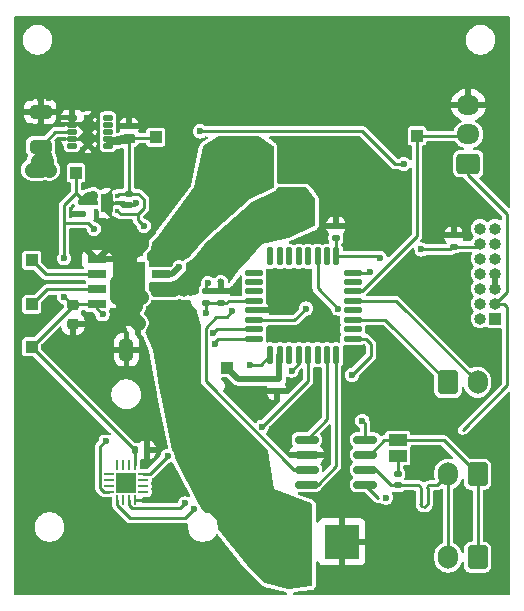
<source format=gbr>
%TF.GenerationSoftware,KiCad,Pcbnew,8.0.2*%
%TF.CreationDate,2024-10-23T20:47:09+03:00*%
%TF.ProjectId,PowerServo AE 36V 3.6A 30D - DEV,506f7765-7253-4657-9276-6f2041452033,rev?*%
%TF.SameCoordinates,Original*%
%TF.FileFunction,Copper,L1,Top*%
%TF.FilePolarity,Positive*%
%FSLAX46Y46*%
G04 Gerber Fmt 4.6, Leading zero omitted, Abs format (unit mm)*
G04 Created by KiCad (PCBNEW 8.0.2) date 2024-10-23 20:47:09*
%MOMM*%
%LPD*%
G01*
G04 APERTURE LIST*
G04 Aperture macros list*
%AMRoundRect*
0 Rectangle with rounded corners*
0 $1 Rounding radius*
0 $2 $3 $4 $5 $6 $7 $8 $9 X,Y pos of 4 corners*
0 Add a 4 corners polygon primitive as box body*
4,1,4,$2,$3,$4,$5,$6,$7,$8,$9,$2,$3,0*
0 Add four circle primitives for the rounded corners*
1,1,$1+$1,$2,$3*
1,1,$1+$1,$4,$5*
1,1,$1+$1,$6,$7*
1,1,$1+$1,$8,$9*
0 Add four rect primitives between the rounded corners*
20,1,$1+$1,$2,$3,$4,$5,0*
20,1,$1+$1,$4,$5,$6,$7,0*
20,1,$1+$1,$6,$7,$8,$9,0*
20,1,$1+$1,$8,$9,$2,$3,0*%
G04 Aperture macros list end*
%TA.AperFunction,SMDPad,CuDef*%
%ADD10RoundRect,0.140000X0.170000X-0.140000X0.170000X0.140000X-0.170000X0.140000X-0.170000X-0.140000X0*%
%TD*%
%TA.AperFunction,SMDPad,CuDef*%
%ADD11RoundRect,0.140000X-0.170000X0.140000X-0.170000X-0.140000X0.170000X-0.140000X0.170000X0.140000X0*%
%TD*%
%TA.AperFunction,ComponentPad*%
%ADD12RoundRect,0.250000X0.725000X-0.600000X0.725000X0.600000X-0.725000X0.600000X-0.725000X-0.600000X0*%
%TD*%
%TA.AperFunction,ComponentPad*%
%ADD13O,1.950000X1.700000*%
%TD*%
%TA.AperFunction,ComponentPad*%
%ADD14RoundRect,0.250000X0.600000X0.750000X-0.600000X0.750000X-0.600000X-0.750000X0.600000X-0.750000X0*%
%TD*%
%TA.AperFunction,ComponentPad*%
%ADD15O,1.700000X2.000000*%
%TD*%
%TA.AperFunction,SMDPad,CuDef*%
%ADD16RoundRect,0.135000X0.185000X-0.135000X0.185000X0.135000X-0.185000X0.135000X-0.185000X-0.135000X0*%
%TD*%
%TA.AperFunction,ComponentPad*%
%ADD17R,1.000000X1.000000*%
%TD*%
%TA.AperFunction,ComponentPad*%
%ADD18R,3.000000X3.000000*%
%TD*%
%TA.AperFunction,ComponentPad*%
%ADD19C,3.000000*%
%TD*%
%TA.AperFunction,SMDPad,CuDef*%
%ADD20RoundRect,0.062500X-0.325000X-0.062500X0.325000X-0.062500X0.325000X0.062500X-0.325000X0.062500X0*%
%TD*%
%TA.AperFunction,SMDPad,CuDef*%
%ADD21RoundRect,0.062500X-0.062500X-0.325000X0.062500X-0.325000X0.062500X0.325000X-0.062500X0.325000X0*%
%TD*%
%TA.AperFunction,HeatsinkPad*%
%ADD22R,1.750000X1.750000*%
%TD*%
%TA.AperFunction,SMDPad,CuDef*%
%ADD23RoundRect,0.150000X-0.825000X-0.150000X0.825000X-0.150000X0.825000X0.150000X-0.825000X0.150000X0*%
%TD*%
%TA.AperFunction,SMDPad,CuDef*%
%ADD24RoundRect,0.225000X0.250000X-0.225000X0.250000X0.225000X-0.250000X0.225000X-0.250000X-0.225000X0*%
%TD*%
%TA.AperFunction,ComponentPad*%
%ADD25RoundRect,0.250000X-1.125000X-1.125000X1.125000X-1.125000X1.125000X1.125000X-1.125000X1.125000X0*%
%TD*%
%TA.AperFunction,SMDPad,CuDef*%
%ADD26R,1.500000X1.000000*%
%TD*%
%TA.AperFunction,ComponentPad*%
%ADD27O,1.000000X1.000000*%
%TD*%
%TA.AperFunction,SMDPad,CuDef*%
%ADD28RoundRect,0.125000X-0.625000X-0.125000X0.625000X-0.125000X0.625000X0.125000X-0.625000X0.125000X0*%
%TD*%
%TA.AperFunction,SMDPad,CuDef*%
%ADD29RoundRect,0.125000X-0.125000X-0.625000X0.125000X-0.625000X0.125000X0.625000X-0.125000X0.625000X0*%
%TD*%
%TA.AperFunction,SMDPad,CuDef*%
%ADD30R,1.525000X0.650000*%
%TD*%
%TA.AperFunction,SMDPad,CuDef*%
%ADD31R,2.710000X3.400000*%
%TD*%
%TA.AperFunction,SMDPad,CuDef*%
%ADD32RoundRect,0.093750X-0.093750X-0.106250X0.093750X-0.106250X0.093750X0.106250X-0.093750X0.106250X0*%
%TD*%
%TA.AperFunction,HeatsinkPad*%
%ADD33C,0.500000*%
%TD*%
%TA.AperFunction,HeatsinkPad*%
%ADD34R,1.000000X1.600000*%
%TD*%
%TA.AperFunction,SMDPad,CuDef*%
%ADD35RoundRect,0.250000X-0.325000X-0.650000X0.325000X-0.650000X0.325000X0.650000X-0.325000X0.650000X0*%
%TD*%
%TA.AperFunction,SMDPad,CuDef*%
%ADD36RoundRect,0.140000X0.140000X0.170000X-0.140000X0.170000X-0.140000X-0.170000X0.140000X-0.170000X0*%
%TD*%
%TA.AperFunction,SMDPad,CuDef*%
%ADD37RoundRect,0.135000X-0.185000X0.135000X-0.185000X-0.135000X0.185000X-0.135000X0.185000X0.135000X0*%
%TD*%
%TA.AperFunction,ComponentPad*%
%ADD38RoundRect,0.250000X-0.600000X-0.750000X0.600000X-0.750000X0.600000X0.750000X-0.600000X0.750000X0*%
%TD*%
%TA.AperFunction,SMDPad,CuDef*%
%ADD39RoundRect,0.225000X-0.225000X-0.250000X0.225000X-0.250000X0.225000X0.250000X-0.225000X0.250000X0*%
%TD*%
%TA.AperFunction,SMDPad,CuDef*%
%ADD40RoundRect,0.112500X-0.287500X-0.112500X0.287500X-0.112500X0.287500X0.112500X-0.287500X0.112500X0*%
%TD*%
%TA.AperFunction,HeatsinkPad*%
%ADD41R,0.700000X2.900000*%
%TD*%
%TA.AperFunction,SMDPad,CuDef*%
%ADD42RoundRect,0.250000X-0.650000X0.325000X-0.650000X-0.325000X0.650000X-0.325000X0.650000X0.325000X0*%
%TD*%
%TA.AperFunction,ViaPad*%
%ADD43C,0.600000*%
%TD*%
%TA.AperFunction,ViaPad*%
%ADD44C,0.450000*%
%TD*%
%TA.AperFunction,Conductor*%
%ADD45C,1.250000*%
%TD*%
%TA.AperFunction,Conductor*%
%ADD46C,0.254000*%
%TD*%
%TA.AperFunction,Conductor*%
%ADD47C,0.508000*%
%TD*%
%TA.AperFunction,Conductor*%
%ADD48C,0.500000*%
%TD*%
%TA.AperFunction,Conductor*%
%ADD49C,0.200000*%
%TD*%
G04 APERTURE END LIST*
D10*
%TO.P,C4,1*%
%TO.N,+3V3*%
X103000000Y-79750000D03*
%TO.P,C4,2*%
%TO.N,GND*%
X103000000Y-78790000D03*
%TD*%
D11*
%TO.P,R2,1*%
%TO.N,Net-(JP1-A)*%
X118000002Y-94250002D03*
%TO.P,R2,2*%
%TO.N,CAN_L*%
X118000002Y-95210002D03*
%TD*%
D12*
%TO.P,J8,1,Pin_1*%
%TO.N,+3V3*%
X123975002Y-68000002D03*
D13*
%TO.P,J8,2,Pin_2*%
%TO.N,uC_PWM_IN*%
X123975001Y-65500002D03*
%TO.P,J8,3,Pin_3*%
%TO.N,GND*%
X123975002Y-63000002D03*
%TD*%
D14*
%TO.P,J6,1,Pin_1*%
%TO.N,CAN_H*%
X124749999Y-94275002D03*
D15*
%TO.P,J6,2,Pin_2*%
%TO.N,CAN_L*%
X122249999Y-94275001D03*
%TD*%
D16*
%TO.P,R3,1*%
%TO.N,SWCLK*%
X112749999Y-74260000D03*
%TO.P,R3,2*%
%TO.N,GND*%
X112750001Y-73240000D03*
%TD*%
D11*
%TO.P,C5,1*%
%TO.N,+5V*%
X95250000Y-70520001D03*
%TO.P,C5,2*%
%TO.N,GND*%
X95250000Y-71480001D03*
%TD*%
D17*
%TO.P,J10,1,Pin_1*%
%TO.N,DRV_IN1*%
X87000000Y-79905000D03*
%TD*%
D18*
%TO.P,J4,1,Pin_1*%
%TO.N,GND*%
X113250000Y-100000000D03*
D19*
%TO.P,J4,2,Pin_2*%
%TO.N,+12V*%
X108250000Y-100000000D03*
%TD*%
D20*
%TO.P,U4,1,SSD*%
%TO.N,unconnected-(U4-SSD-Pad1)*%
X93537500Y-94250000D03*
%TO.P,U4,2,A*%
%TO.N,unconnected-(U4-A-Pad2)*%
X93537500Y-94750000D03*
%TO.P,U4,3,Z*%
%TO.N,unconnected-(U4-Z-Pad3)*%
X93537500Y-95250000D03*
%TO.P,U4,4,MOSI*%
%TO.N,MOSI*%
X93537503Y-95750002D03*
D21*
%TO.P,U4,5,~{CS}*%
%TO.N,MAG_CS*%
X94250000Y-96462500D03*
%TO.P,U4,6,B*%
%TO.N,unconnected-(U4-B-Pad6)*%
X94750000Y-96462500D03*
%TO.P,U4,7,MISO*%
%TO.N,MISO*%
X95250000Y-96462500D03*
%TO.P,U4,8,GND*%
%TO.N,GND*%
X95750002Y-96462497D03*
D20*
%TO.P,U4,9,PWM*%
%TO.N,unconnected-(U4-PWM-Pad9)*%
X96462500Y-95750000D03*
%TO.P,U4,10,TEST*%
%TO.N,unconnected-(U4-TEST-Pad10)*%
X96462500Y-95250000D03*
%TO.P,U4,11,MGL*%
%TO.N,unconnected-(U4-MGL-Pad11)*%
X96462500Y-94750000D03*
%TO.P,U4,12,SCLK*%
%TO.N,SCK*%
X96462497Y-94249998D03*
D21*
%TO.P,U4,13,VDD*%
%TO.N,+3V3*%
X95750000Y-93537500D03*
%TO.P,U4,14,NC*%
%TO.N,unconnected-(U4-NC-Pad14)*%
X95250000Y-93537500D03*
%TO.P,U4,15,SSCK*%
%TO.N,unconnected-(U4-SSCK-Pad15)*%
X94750000Y-93537500D03*
%TO.P,U4,16,MGH*%
%TO.N,unconnected-(U4-MGH-Pad16)*%
X94249998Y-93537503D03*
D22*
%TO.P,U4,17,PAD*%
%TO.N,GND*%
X95000000Y-95000000D03*
%TD*%
D17*
%TO.P,J11,1,Pin_1*%
%TO.N,DRV_IN2*%
X87000000Y-76155000D03*
%TD*%
D23*
%TO.P,U5,1,TXD*%
%TO.N,RP_RX*%
X110275002Y-91344999D03*
%TO.P,U5,2,GND*%
%TO.N,GND*%
X110275000Y-92615001D03*
%TO.P,U5,3,VCC*%
%TO.N,+5V*%
X110275000Y-93885001D03*
%TO.P,U5,4,RXD*%
%TO.N,RP_TX*%
X110275001Y-95155002D03*
%TO.P,U5,5,VIO*%
%TO.N,+3V3*%
X115224998Y-95155003D03*
%TO.P,U5,6,CANL*%
%TO.N,CAN_L*%
X115225000Y-93885001D03*
%TO.P,U5,7,CANH*%
%TO.N,CAN_H*%
X115225000Y-92615001D03*
%TO.P,U5,8,S*%
%TO.N,CAN_SILENT*%
X115224999Y-91345000D03*
%TD*%
D17*
%TO.P,J17,1,Pin_1*%
%TO.N,+3V3*%
X87000000Y-83500000D03*
%TD*%
D24*
%TO.P,C11,1*%
%TO.N,GND*%
X90500000Y-81525001D03*
%TO.P,C11,2*%
%TO.N,+3V3*%
X90500000Y-79974999D03*
%TD*%
D25*
%TO.P,J2,1,Pin_1*%
%TO.N,Net-(IC1-OUT1)*%
X108750000Y-72250000D03*
%TD*%
D26*
%TO.P,JP1,1,A*%
%TO.N,Net-(JP1-A)*%
X118000001Y-92710001D03*
%TO.P,JP1,2,B*%
%TO.N,CAN_H*%
X118000001Y-91410001D03*
%TD*%
D17*
%TO.P,J3,1,Pin_1*%
%TO.N,unconnected-(J3-Pin_1-Pad1)*%
X126250000Y-81100001D03*
D27*
%TO.P,J3,2,Pin_2*%
%TO.N,unconnected-(J3-Pin_2-Pad2)*%
X124979999Y-81100001D03*
%TO.P,J3,3,Pin_3*%
%TO.N,+3V3*%
X126250000Y-79830000D03*
%TO.P,J3,4,Pin_4*%
%TO.N,SWDIO*%
X124980002Y-79830003D03*
%TO.P,J3,5,Pin_5*%
%TO.N,GND*%
X126250001Y-78559998D03*
%TO.P,J3,6,Pin_6*%
%TO.N,SWCLK*%
X124979999Y-78560003D03*
%TO.P,J3,7,Pin_7*%
%TO.N,GND*%
X126250000Y-77290002D03*
%TO.P,J3,8,Pin_8*%
%TO.N,unconnected-(J3-Pin_8-Pad8)*%
X124980000Y-77290002D03*
%TO.P,J3,9,Pin_9*%
%TO.N,unconnected-(J3-Pin_9-Pad9)*%
X126250000Y-76020001D03*
%TO.P,J3,10,Pin_10*%
%TO.N,unconnected-(J3-Pin_10-Pad10)*%
X124980001Y-76019999D03*
%TO.P,J3,11,Pin_11*%
%TO.N,GND*%
X126250000Y-74750001D03*
%TO.P,J3,12,Pin_12*%
%TO.N,NRST*%
X124979999Y-74750001D03*
%TO.P,J3,13,Pin_13*%
%TO.N,unconnected-(J3-Pin_13-Pad13)*%
X126250000Y-73480001D03*
%TO.P,J3,14,Pin_14*%
%TO.N,unconnected-(J3-Pin_14-Pad14)*%
X124979999Y-73480000D03*
%TD*%
D17*
%TO.P,J16,1,Pin_1*%
%TO.N,+5V*%
X97500000Y-65750001D03*
%TD*%
D11*
%TO.P,C6,1*%
%TO.N,+3V3*%
X91250000Y-71270001D03*
%TO.P,C6,2*%
%TO.N,GND*%
X91250000Y-72230001D03*
%TD*%
D28*
%TO.P,U7,1,PB9*%
%TO.N,unconnected-(U7-PB9-Pad1)*%
X105825000Y-77200000D03*
%TO.P,U7,2,PC14*%
%TO.N,unconnected-(U7-PC14-Pad2)*%
X105825000Y-78000000D03*
%TO.P,U7,3,PC15*%
%TO.N,unconnected-(U7-PC15-Pad3)*%
X105825000Y-78800000D03*
%TO.P,U7,4,VDD*%
%TO.N,+3V3*%
X105825000Y-79600000D03*
%TO.P,U7,5,VSS*%
%TO.N,GND*%
X105825000Y-80400000D03*
%TO.P,U7,6,PF2*%
%TO.N,NRST*%
X105825000Y-81200000D03*
%TO.P,U7,7,PA0*%
%TO.N,DRV_IN2*%
X105825000Y-82000000D03*
%TO.P,U7,8,PA1*%
%TO.N,DRV_IN1*%
X105825000Y-82800000D03*
D29*
%TO.P,U7,9,PA2*%
%TO.N,MOSI*%
X107200000Y-84175000D03*
%TO.P,U7,10,PA3*%
%TO.N,ISEN*%
X108000000Y-84175000D03*
%TO.P,U7,11,PA4*%
%TO.N,unconnected-(U7-PA4-Pad11)*%
X108800000Y-84175000D03*
%TO.P,U7,12,PA5*%
%TO.N,SCK*%
X109600000Y-84175000D03*
%TO.P,U7,13,PA6*%
%TO.N,MISO*%
X110400000Y-84175000D03*
%TO.P,U7,14,PA7*%
%TO.N,unconnected-(U7-PA7-Pad14)*%
X111200000Y-84175000D03*
%TO.P,U7,15,PB0*%
%TO.N,RP_RX*%
X112000000Y-84175000D03*
%TO.P,U7,16,PB1*%
%TO.N,RP_TX*%
X112800000Y-84175000D03*
D28*
%TO.P,U7,17,PB2*%
%TO.N,MAG_CS*%
X114175000Y-82800000D03*
%TO.P,U7,18,PA8*%
%TO.N,unconnected-(U7-PA8-Pad18)*%
X114175000Y-82000000D03*
%TO.P,U7,19,PA9/UCPD1_DBCC1*%
%TO.N,uC_UART_TX*%
X114175000Y-81200000D03*
%TO.P,U7,20,PC6*%
%TO.N,unconnected-(U7-PC6-Pad20)*%
X114175000Y-80400000D03*
%TO.P,U7,21,PA10/UCPD1_DBCC2*%
%TO.N,uC_UART_RX*%
X114175000Y-79600000D03*
%TO.P,U7,22,PA11/PA9*%
%TO.N,uC_PWM_IN*%
X114175000Y-78800000D03*
%TO.P,U7,23,PA12/PA10*%
%TO.N,unconnected-(U7-PA12{slash}PA10-Pad23)*%
X114175000Y-78000000D03*
%TO.P,U7,24,PA13*%
%TO.N,SWDIO*%
X114175000Y-77200000D03*
D29*
%TO.P,U7,25,PA14*%
%TO.N,SWCLK*%
X112800000Y-75825000D03*
%TO.P,U7,26,PA15*%
%TO.N,unconnected-(U7-PA15-Pad26)*%
X112000000Y-75825000D03*
%TO.P,U7,27,PB3*%
%TO.N,CAN_SILENT*%
X111200000Y-75825000D03*
%TO.P,U7,28,PB4*%
%TO.N,unconnected-(U7-PB4-Pad28)*%
X110400000Y-75825000D03*
%TO.P,U7,29,PB5*%
%TO.N,unconnected-(U7-PB5-Pad29)*%
X109600000Y-75825000D03*
%TO.P,U7,30,PB6*%
%TO.N,unconnected-(U7-PB6-Pad30)*%
X108800000Y-75825000D03*
%TO.P,U7,31,PB7*%
%TO.N,unconnected-(U7-PB7-Pad31)*%
X108000000Y-75825000D03*
%TO.P,U7,32,PB8*%
%TO.N,unconnected-(U7-PB8-Pad32)*%
X107200000Y-75825000D03*
%TD*%
D30*
%TO.P,IC1,1,GND*%
%TO.N,GND*%
X92538000Y-76095000D03*
%TO.P,IC1,2,IN2*%
%TO.N,DRV_IN2*%
X92538000Y-77365000D03*
%TO.P,IC1,3,IN1*%
%TO.N,DRV_IN1*%
X92538000Y-78635000D03*
%TO.P,IC1,4,VREF*%
%TO.N,+3V3*%
X92538000Y-79905000D03*
%TO.P,IC1,5,VM*%
%TO.N,+12V*%
X97962000Y-79905000D03*
%TO.P,IC1,6,OUT1*%
%TO.N,Net-(IC1-OUT1)*%
X97962000Y-78635000D03*
%TO.P,IC1,7,ISEN*%
%TO.N,ISEN*%
X97962000Y-77365000D03*
%TO.P,IC1,8,OUT2*%
%TO.N,Net-(IC1-OUT2)*%
X97962000Y-76095000D03*
D31*
%TO.P,IC1,9,THERMAL_PAD*%
%TO.N,GND*%
X95250000Y-78000000D03*
%TD*%
D17*
%TO.P,J12,1,Pin_1*%
%TO.N,ISEN*%
X103500000Y-85250000D03*
%TD*%
D25*
%TO.P,J7,1,Pin_1*%
%TO.N,Net-(IC1-OUT2)*%
X104500000Y-68500000D03*
%TD*%
D32*
%TO.P,U2,1,OUT*%
%TO.N,+3V3*%
X92475000Y-70680006D03*
%TO.P,U2,2,SNS*%
X92475000Y-71330006D03*
%TO.P,U2,3,GND*%
%TO.N,GND*%
X92475000Y-71980006D03*
%TO.P,U2,4,EN*%
%TO.N,+5V*%
X94250000Y-71980006D03*
%TO.P,U2,5,GND*%
%TO.N,GND*%
X94250000Y-71330006D03*
%TO.P,U2,6,IN*%
%TO.N,+5V*%
X94250000Y-70680006D03*
D33*
%TO.P,U2,7,PAD*%
%TO.N,GND*%
X93362500Y-70780007D03*
D34*
X93362500Y-71330006D03*
D33*
X93362500Y-71880005D03*
%TD*%
D35*
%TO.P,C7,1*%
%TO.N,GND*%
X95025000Y-83750000D03*
%TO.P,C7,2*%
%TO.N,+12V*%
X97975000Y-83750000D03*
%TD*%
D36*
%TO.P,C9,1*%
%TO.N,GND*%
X96730000Y-92250000D03*
%TO.P,C9,2*%
%TO.N,+3V3*%
X95770000Y-92250000D03*
%TD*%
D37*
%TO.P,R1,1*%
%TO.N,ISEN*%
X107749999Y-86240000D03*
%TO.P,R1,2*%
%TO.N,GND*%
X107750001Y-87260000D03*
%TD*%
D14*
%TO.P,J1,1,Pin_1*%
%TO.N,CAN_H*%
X124749999Y-101300001D03*
D15*
%TO.P,J1,2,Pin_2*%
%TO.N,CAN_L*%
X122249999Y-101300000D03*
%TD*%
D17*
%TO.P,J13,1,Pin_1*%
%TO.N,+3V3*%
X90750000Y-68750001D03*
%TD*%
D38*
%TO.P,J5,1,Pin_1*%
%TO.N,uC_UART_TX*%
X122250000Y-86500001D03*
D15*
%TO.P,J5,2,Pin_2*%
%TO.N,uC_UART_RX*%
X124750000Y-86500001D03*
%TD*%
D10*
%TO.P,C3,1*%
%TO.N,+3V3*%
X101750002Y-79750000D03*
%TO.P,C3,2*%
%TO.N,GND*%
X101750002Y-78790000D03*
%TD*%
D39*
%TO.P,C8,1*%
%TO.N,GND*%
X95974999Y-81500000D03*
%TO.P,C8,2*%
%TO.N,+12V*%
X97525001Y-81500000D03*
%TD*%
D11*
%TO.P,C10,1*%
%TO.N,GND*%
X122750000Y-74040001D03*
%TO.P,C10,2*%
%TO.N,NRST*%
X122750000Y-75000001D03*
%TD*%
D40*
%TO.P,U1,1,GND*%
%TO.N,GND*%
X90399999Y-64080001D03*
%TO.P,U1,2,MODE/SYNC*%
X90399999Y-64680002D03*
%TO.P,U1,3,VIN*%
%TO.N,+12V*%
X90399999Y-65280001D03*
%TO.P,U1,4,EN*%
%TO.N,GND*%
X90399999Y-65880003D03*
%TO.P,U1,5,PG*%
%TO.N,unconnected-(U1-PG-Pad5)*%
X90399999Y-66480001D03*
%TO.P,U1,6,VOUT*%
%TO.N,+5V*%
X93449999Y-66480001D03*
%TO.P,U1,7,FB*%
X93449999Y-65880000D03*
%TO.P,U1,8*%
%TO.N,unconnected-(U1-Pad8)*%
X93449999Y-65280001D03*
%TO.P,U1,9*%
%TO.N,unconnected-(U1-Pad9)*%
X93449999Y-64679999D03*
%TO.P,U1,10*%
%TO.N,unconnected-(U1-Pad10)*%
X93449999Y-64080001D03*
D33*
%TO.P,U1,11,GND*%
%TO.N,GND*%
X91749998Y-65280002D03*
D41*
X91749998Y-65280002D03*
D33*
X91749999Y-64250001D03*
X91749999Y-66310001D03*
%TD*%
D42*
%TO.P,C2,1*%
%TO.N,GND*%
X87750000Y-63585001D03*
%TO.P,C2,2*%
%TO.N,+12V*%
X87750000Y-66535001D03*
%TD*%
D17*
%TO.P,J9,1,Pin_1*%
%TO.N,uC_PWM_IN*%
X119625000Y-65625001D03*
%TD*%
D11*
%TO.P,C1,1*%
%TO.N,GND*%
X95250000Y-64830001D03*
%TO.P,C1,2*%
%TO.N,+5V*%
X95250000Y-65790001D03*
%TD*%
D43*
%TO.N,GND*%
X126100000Y-64800000D03*
X90900000Y-60800000D03*
X94900000Y-56800000D03*
X86900000Y-90400000D03*
X126100000Y-61600000D03*
X87700000Y-93600000D03*
X120500000Y-73600000D03*
X93300000Y-56800000D03*
X92500000Y-69600000D03*
X100500000Y-101600000D03*
X87700000Y-60000000D03*
X102100000Y-102400000D03*
X110100000Y-66400000D03*
X123700000Y-82400000D03*
X122900000Y-72000000D03*
X117300000Y-62400000D03*
X117300000Y-102400000D03*
X103700000Y-59200000D03*
X118100000Y-88800000D03*
X110100000Y-77600000D03*
X102100000Y-60000000D03*
X86100000Y-70400000D03*
X125300000Y-84800000D03*
X90100000Y-92000000D03*
X126900000Y-70400000D03*
X106900000Y-62400000D03*
X89300000Y-90400000D03*
X107700000Y-79200000D03*
X92500000Y-59200000D03*
X119700000Y-102400000D03*
X118100000Y-57600000D03*
X114900000Y-67200000D03*
X118900000Y-76800000D03*
X115700000Y-86400000D03*
X110900000Y-82400000D03*
X100500000Y-102400000D03*
X96500000Y-85600000D03*
X109300000Y-58400000D03*
X126900000Y-68000000D03*
X94250000Y-78000000D03*
X95700000Y-85600000D03*
X97300000Y-89600000D03*
X114900000Y-96800000D03*
X120500000Y-90400000D03*
X92500000Y-60000000D03*
X86900000Y-64800000D03*
X122900000Y-76000000D03*
X86900000Y-89600000D03*
X106900000Y-63200000D03*
X114900000Y-58400000D03*
X90100000Y-88800000D03*
X86100000Y-97600000D03*
X118100000Y-70400000D03*
X94250000Y-76750000D03*
X102900000Y-61600000D03*
X120500000Y-71200000D03*
X94750000Y-78750000D03*
X88500000Y-76000000D03*
X93300000Y-102400000D03*
X94100000Y-60000000D03*
X91700000Y-90400000D03*
X108500000Y-62400000D03*
X96500000Y-103200000D03*
X118100000Y-58400000D03*
X104500000Y-58400000D03*
X112500000Y-67200000D03*
X98100000Y-61600000D03*
X86900000Y-59200000D03*
X111700000Y-74400000D03*
X118100000Y-99200000D03*
X98900000Y-62400000D03*
X117300000Y-70400000D03*
X94100000Y-98400000D03*
X112500000Y-61600000D03*
X117300000Y-59200000D03*
X122100000Y-71200000D03*
X122900000Y-69600000D03*
X92500000Y-63200000D03*
X100500000Y-56800000D03*
X99700000Y-60000000D03*
X117300000Y-72800000D03*
X87700000Y-92800000D03*
X105300000Y-60000000D03*
X114900000Y-103200000D03*
X126100000Y-60000000D03*
X111700000Y-70400000D03*
X110100000Y-61600000D03*
X95873000Y-71306645D03*
X97300000Y-67200000D03*
X109300000Y-67200000D03*
X94100000Y-100800000D03*
X106100000Y-56800000D03*
X123700000Y-70400000D03*
X111700000Y-64000000D03*
X90100000Y-97600000D03*
X86100000Y-96000000D03*
X88500000Y-59200000D03*
X86900000Y-87200000D03*
X102100000Y-62400000D03*
X103000000Y-78000000D03*
X120500000Y-99200000D03*
X115700000Y-59200000D03*
X86100000Y-72000000D03*
X120500000Y-67200000D03*
X118100000Y-63200000D03*
X115700000Y-69600000D03*
X109300000Y-66400000D03*
X115700000Y-97600000D03*
X121300000Y-88800000D03*
X107700000Y-82400000D03*
X118900000Y-64000000D03*
X92500000Y-102400000D03*
X115700000Y-73600000D03*
X92500000Y-57600000D03*
X120500000Y-88800000D03*
X96500000Y-91200000D03*
X93300000Y-61600000D03*
X116500000Y-58400000D03*
X114100000Y-58400000D03*
X99700000Y-69600000D03*
X117300000Y-58400000D03*
X121300000Y-60000000D03*
X120500000Y-70400000D03*
X122100000Y-72000000D03*
X122100000Y-63200000D03*
X94900000Y-62400000D03*
X101300000Y-102400000D03*
X94100000Y-85600000D03*
X116500000Y-87200000D03*
X98100000Y-96000000D03*
X117300000Y-101600000D03*
X106100000Y-59200000D03*
X114900000Y-57600000D03*
X93300000Y-63200000D03*
X119700000Y-98400000D03*
X88500000Y-103200000D03*
X86900000Y-95200000D03*
X110100000Y-60800000D03*
X110900000Y-59200000D03*
X116500000Y-86400000D03*
X91700000Y-91200000D03*
X103700000Y-56800000D03*
X90100000Y-100800000D03*
X115700000Y-64000000D03*
X108500000Y-78400000D03*
X110900000Y-60800000D03*
X91700000Y-102400000D03*
X123700000Y-72000000D03*
X90100000Y-96000000D03*
X99700000Y-60800000D03*
X112500000Y-69600000D03*
X98100000Y-95200000D03*
X118100000Y-64000000D03*
X99700000Y-62400000D03*
X88500000Y-92800000D03*
X95700000Y-100800000D03*
X86900000Y-74400000D03*
X94900000Y-61600000D03*
X86100000Y-87200000D03*
X114900000Y-56800000D03*
X89300000Y-88800000D03*
X114100000Y-61600000D03*
X126900000Y-59200000D03*
X120500000Y-100000000D03*
X118100000Y-60000000D03*
X116500000Y-60000000D03*
X104500000Y-63200000D03*
X106100000Y-60000000D03*
X126900000Y-103200000D03*
X86100000Y-59200000D03*
X89300000Y-92800000D03*
X90900000Y-59200000D03*
X115700000Y-70400000D03*
X126900000Y-69600000D03*
X114900000Y-60000000D03*
X118900000Y-86400000D03*
X89300000Y-64000000D03*
X117300000Y-64000000D03*
X111700000Y-72800000D03*
X108500000Y-68000000D03*
X106100000Y-60800000D03*
X125300000Y-92000000D03*
X126100000Y-83200000D03*
X89300000Y-102400000D03*
X114900000Y-70400000D03*
X118900000Y-100000000D03*
X126900000Y-102400000D03*
X126900000Y-100800000D03*
X92500000Y-84000000D03*
X94100000Y-102400000D03*
X102900000Y-58400000D03*
X98900000Y-94400000D03*
X100500000Y-63200000D03*
X125300000Y-61600000D03*
X92500000Y-97600000D03*
X87700000Y-88000000D03*
X108500000Y-58400000D03*
X110900000Y-74400000D03*
X89300000Y-91200000D03*
X113300000Y-96000000D03*
X98900000Y-59200000D03*
X109300000Y-82400000D03*
X108500000Y-68800000D03*
X90100000Y-84800000D03*
X98900000Y-60800000D03*
X86900000Y-91200000D03*
X122100000Y-69600000D03*
X113300000Y-102400000D03*
X122100000Y-62400000D03*
X98900000Y-101600000D03*
X121300000Y-64000000D03*
X95750000Y-80000000D03*
X86100000Y-72800000D03*
X118100000Y-69600000D03*
X112500000Y-60000000D03*
X114100000Y-70400000D03*
X122100000Y-68800000D03*
X93300000Y-103200000D03*
X115700000Y-72800000D03*
X116500000Y-97600000D03*
X114100000Y-64000000D03*
X118900000Y-100800000D03*
X119700000Y-99200000D03*
X100500000Y-60800000D03*
X124500000Y-59200000D03*
X106900000Y-57600000D03*
X117300000Y-56800000D03*
X91700000Y-101600000D03*
X114100000Y-96800000D03*
X116500000Y-103200000D03*
X86900000Y-60800000D03*
X117300000Y-100800000D03*
X92500000Y-56800000D03*
X122100000Y-59200000D03*
X92500000Y-100800000D03*
X88500000Y-90400000D03*
X113300000Y-64000000D03*
X86100000Y-93600000D03*
X93300000Y-58400000D03*
X112500000Y-58400000D03*
X95700000Y-100000000D03*
X90100000Y-103200000D03*
X118100000Y-101600000D03*
X116500000Y-69600000D03*
X90900000Y-102400000D03*
X94900000Y-100000000D03*
X119700000Y-77600000D03*
X101300000Y-64000000D03*
X90900000Y-97600000D03*
X89300000Y-88000000D03*
X95700000Y-63200000D03*
X92500000Y-62400000D03*
X111700000Y-57600000D03*
X105300000Y-87200000D03*
X123700000Y-96800000D03*
X99700000Y-68800000D03*
X97300000Y-100000000D03*
X98100000Y-72000000D03*
X99700000Y-100000000D03*
X98100000Y-62400000D03*
X99700000Y-63200000D03*
X100500000Y-64000000D03*
X94100000Y-59200000D03*
X107700000Y-61600000D03*
X123700000Y-103200000D03*
X126100000Y-82400000D03*
X90900000Y-91200000D03*
X123700000Y-88000000D03*
X110900000Y-66400000D03*
X114100000Y-60800000D03*
X86100000Y-98400000D03*
X113300000Y-60000000D03*
X105300000Y-64000000D03*
X99700000Y-64800000D03*
X118100000Y-62400000D03*
X122900000Y-72800000D03*
X105300000Y-56800000D03*
X116500000Y-56800000D03*
X110100000Y-68000000D03*
X109300000Y-77600000D03*
X123700000Y-71200000D03*
X103700000Y-58400000D03*
X91700000Y-95200000D03*
X121300000Y-80800000D03*
X114100000Y-74400000D03*
X120500000Y-62400000D03*
X96500000Y-57600000D03*
X91700000Y-100000000D03*
X126900000Y-60800000D03*
X91700000Y-92800000D03*
X91700000Y-60000000D03*
X126100000Y-63200000D03*
X126900000Y-91200000D03*
X109300000Y-60000000D03*
X90900000Y-60000000D03*
X109300000Y-59200000D03*
X87700000Y-91200000D03*
X90100000Y-62400000D03*
X103700000Y-62400000D03*
X110900000Y-61600000D03*
X119700000Y-90400000D03*
X97300000Y-56800000D03*
X118900000Y-62400000D03*
X110900000Y-56800000D03*
X86100000Y-86400000D03*
X114100000Y-69600000D03*
X86100000Y-64800000D03*
X98900000Y-102400000D03*
X118900000Y-57600000D03*
X88500000Y-96800000D03*
X92500000Y-84800000D03*
X112500000Y-81600000D03*
X98100000Y-103200000D03*
X101300000Y-62400000D03*
X101300000Y-57600000D03*
X118900000Y-88000000D03*
X112500000Y-68800000D03*
X95750000Y-78750000D03*
X97300000Y-71200000D03*
X90900000Y-58400000D03*
X90100000Y-61600000D03*
X126900000Y-89600000D03*
X111700000Y-102400000D03*
X126900000Y-92800000D03*
X111700000Y-103200000D03*
X101300000Y-56800000D03*
X96500000Y-63200000D03*
X126100000Y-89600000D03*
X95700000Y-56800000D03*
X119700000Y-59200000D03*
X86100000Y-60000000D03*
X126100000Y-65600000D03*
X111700000Y-80800000D03*
X110100000Y-56800000D03*
X98100000Y-70400000D03*
X108500000Y-61600000D03*
X126900000Y-61600000D03*
X117300000Y-73600000D03*
X91700000Y-94400000D03*
X118900000Y-99200000D03*
X106900000Y-60000000D03*
X111700000Y-66400000D03*
X126100000Y-99200000D03*
X116500000Y-72000000D03*
X118900000Y-97600000D03*
X108500000Y-77600000D03*
X99700000Y-100800000D03*
X97300000Y-91200000D03*
X121300000Y-98400000D03*
X115700000Y-68000000D03*
X99700000Y-58400000D03*
X91700000Y-97600000D03*
X117300000Y-57600000D03*
X111700000Y-82400000D03*
X124500000Y-84000000D03*
X126900000Y-99200000D03*
X110900000Y-68000000D03*
X118100000Y-86400000D03*
X115700000Y-101600000D03*
X93300000Y-84800000D03*
X112500000Y-72000000D03*
X120500000Y-89600000D03*
X122900000Y-71200000D03*
X96500000Y-64000000D03*
X89300000Y-103200000D03*
X94100000Y-61600000D03*
X94750000Y-77250000D03*
X121300000Y-68800000D03*
X99700000Y-99200000D03*
X116500000Y-89600000D03*
X93300000Y-100000000D03*
X107700000Y-77600000D03*
X96500000Y-62400000D03*
X114900000Y-72800000D03*
X119700000Y-58400000D03*
X114100000Y-97600000D03*
X122100000Y-90400000D03*
X118100000Y-85600000D03*
X86100000Y-77600000D03*
X112500000Y-56800000D03*
X114900000Y-64000000D03*
X114100000Y-59200000D03*
X86900000Y-85600000D03*
X108500000Y-80000000D03*
X99700000Y-59200000D03*
X106900000Y-60800000D03*
X118100000Y-100800000D03*
X93300000Y-84000000D03*
X122100000Y-58400000D03*
X86900000Y-100800000D03*
X124500000Y-71200000D03*
X109300000Y-68000000D03*
X118100000Y-97600000D03*
X100500000Y-100800000D03*
X112500000Y-103200000D03*
X107700000Y-64000000D03*
X126100000Y-62400000D03*
X120500000Y-76800000D03*
X117300000Y-88800000D03*
X99700000Y-103200000D03*
X117300000Y-64800000D03*
X117300000Y-89600000D03*
X97300000Y-99200000D03*
X115700000Y-61600000D03*
X118900000Y-103200000D03*
X94100000Y-99200000D03*
X125300000Y-83200000D03*
X89300000Y-93600000D03*
X126900000Y-101600000D03*
X118900000Y-61600000D03*
X114100000Y-68800000D03*
X89300000Y-84000000D03*
X126900000Y-63200000D03*
X94900000Y-58400000D03*
X90100000Y-100000000D03*
X86100000Y-73600000D03*
X90900000Y-95200000D03*
X118100000Y-71200000D03*
X126900000Y-62400000D03*
X117300000Y-60000000D03*
X115700000Y-74400000D03*
X110100000Y-58400000D03*
X104500000Y-103200000D03*
X106900000Y-59200000D03*
X118900000Y-56800000D03*
X114900000Y-69600000D03*
X93300000Y-60800000D03*
X103700000Y-60800000D03*
X121300000Y-69600000D03*
X92500000Y-103200000D03*
X91700000Y-96000000D03*
X90900000Y-96800000D03*
X91700000Y-56800000D03*
X86900000Y-94400000D03*
X110900000Y-81600000D03*
X121300000Y-76800000D03*
X113300000Y-57600000D03*
X112500000Y-71200000D03*
X94900000Y-85600000D03*
X89300000Y-70400000D03*
X108500000Y-63200000D03*
X90900000Y-98400000D03*
X118900000Y-63200000D03*
X111700000Y-73600000D03*
X112500000Y-60800000D03*
X98100000Y-60000000D03*
X122900000Y-88800000D03*
X118900000Y-98400000D03*
X103700000Y-102400000D03*
X126900000Y-56800000D03*
X86900000Y-62400000D03*
X97300000Y-102400000D03*
X90100000Y-58400000D03*
X86100000Y-62400000D03*
X88500000Y-60800000D03*
X93300000Y-96800000D03*
X92500000Y-100000000D03*
X122900000Y-70400000D03*
X117300000Y-69600000D03*
X89300000Y-58400000D03*
X98900000Y-64000000D03*
X110100000Y-60000000D03*
X118100000Y-60800000D03*
X87700000Y-61600000D03*
X87700000Y-100800000D03*
X94900000Y-100800000D03*
X123700000Y-99200000D03*
X88500000Y-93600000D03*
X122900000Y-56800000D03*
X87700000Y-96800000D03*
X123700000Y-80800000D03*
X114100000Y-68000000D03*
X109300000Y-78400000D03*
X112500000Y-70400000D03*
X119700000Y-62400000D03*
X98100000Y-56800000D03*
X86100000Y-88800000D03*
X124500000Y-82400000D03*
X89300000Y-63200000D03*
X122100000Y-64800000D03*
X120500000Y-68800000D03*
X105300000Y-58400000D03*
X102100000Y-101600000D03*
X96500000Y-60800000D03*
X86900000Y-61600000D03*
X86100000Y-88000000D03*
X119700000Y-85600000D03*
X122900000Y-77600000D03*
X125300000Y-91200000D03*
X108500000Y-60800000D03*
X119700000Y-92800000D03*
X86100000Y-102400000D03*
X120500000Y-58400000D03*
X94900000Y-60000000D03*
X124500000Y-60000000D03*
X114900000Y-63200000D03*
X114900000Y-60800000D03*
X87700000Y-96000000D03*
X111700000Y-61600000D03*
X97300000Y-60800000D03*
X86900000Y-88000000D03*
X86900000Y-60000000D03*
X94100000Y-101600000D03*
X107700000Y-59200000D03*
X116500000Y-101600000D03*
X89300000Y-92000000D03*
X119700000Y-100800000D03*
X87700000Y-60800000D03*
X90900000Y-92800000D03*
X98900000Y-64800000D03*
X121300000Y-58400000D03*
X126100000Y-67200000D03*
X87700000Y-86400000D03*
X113300000Y-59200000D03*
X89300000Y-96800000D03*
X111700000Y-68800000D03*
X96500000Y-68000000D03*
X104500000Y-60000000D03*
X122100000Y-80800000D03*
X117300000Y-100000000D03*
X86100000Y-96800000D03*
X98900000Y-65600000D03*
X90100000Y-92800000D03*
X117300000Y-86400000D03*
X113300000Y-72000000D03*
X108500000Y-59200000D03*
X101300000Y-100800000D03*
X123700000Y-76800000D03*
X113300000Y-96800000D03*
X120500000Y-59200000D03*
X88500000Y-95200000D03*
X122900000Y-60000000D03*
X93300000Y-68000000D03*
X86900000Y-96000000D03*
X97300000Y-100800000D03*
X125300000Y-60000000D03*
X126900000Y-100000000D03*
X105300000Y-59200000D03*
X117300000Y-83200000D03*
X120500000Y-57600000D03*
X91700000Y-58400000D03*
X114100000Y-102400000D03*
X126900000Y-58400000D03*
X126900000Y-92000000D03*
X116500000Y-72800000D03*
X124500000Y-72000000D03*
X89300000Y-95200000D03*
X91700000Y-93600000D03*
X126100000Y-98400000D03*
X126100000Y-66400000D03*
X118900000Y-102400000D03*
X99700000Y-102400000D03*
X102100000Y-61600000D03*
X96500000Y-99200000D03*
X121300000Y-72800000D03*
X108500000Y-82400000D03*
X115700000Y-100000000D03*
X90900000Y-94400000D03*
X86100000Y-92000000D03*
X91700000Y-84800000D03*
X120500000Y-86400000D03*
X126900000Y-98400000D03*
X101300000Y-103200000D03*
X104500000Y-60800000D03*
X116500000Y-60800000D03*
X110900000Y-64000000D03*
X96500000Y-100000000D03*
X120500000Y-88000000D03*
X86100000Y-63200000D03*
X109300000Y-61600000D03*
X122100000Y-81600000D03*
X113300000Y-61600000D03*
X86100000Y-100800000D03*
X88500000Y-102400000D03*
X121300000Y-67200000D03*
X106100000Y-57600000D03*
X120500000Y-63200000D03*
X95700000Y-101600000D03*
X123700000Y-77600000D03*
X86100000Y-60800000D03*
X112500000Y-102400000D03*
X126900000Y-95200000D03*
X102100000Y-100800000D03*
X115700000Y-56800000D03*
X102100000Y-57600000D03*
X111700000Y-59200000D03*
X120500000Y-101600000D03*
X108500000Y-56800000D03*
X90900000Y-62400000D03*
X88500000Y-101600000D03*
X109300000Y-60800000D03*
X110900000Y-57600000D03*
X88500000Y-100800000D03*
X122100000Y-64000000D03*
X106900000Y-56800000D03*
X97300000Y-59200000D03*
X116500000Y-102400000D03*
X90900000Y-61600000D03*
X126100000Y-96800000D03*
X108500000Y-67200000D03*
X98900000Y-60000000D03*
X95700000Y-60000000D03*
X95700000Y-103200000D03*
X94900000Y-101600000D03*
X118900000Y-58400000D03*
X116500000Y-98400000D03*
X116500000Y-70400000D03*
X120500000Y-64000000D03*
X113300000Y-71200000D03*
X91700000Y-63200000D03*
X122100000Y-70400000D03*
X113300000Y-69600000D03*
X104500000Y-61600000D03*
X97300000Y-70400000D03*
X86100000Y-100000000D03*
X100500000Y-58400000D03*
X119700000Y-87200000D03*
X121300000Y-70400000D03*
X112500000Y-59200000D03*
X113300000Y-70400000D03*
X91700000Y-60800000D03*
X110100000Y-82400000D03*
X122900000Y-58400000D03*
X115700000Y-72000000D03*
X102100000Y-63200000D03*
X86100000Y-90400000D03*
X119700000Y-76800000D03*
X126100000Y-97600000D03*
X122100000Y-88800000D03*
X110900000Y-63200000D03*
X100500000Y-103200000D03*
X124500000Y-91200000D03*
X111700000Y-60000000D03*
X120500000Y-61600000D03*
X115700000Y-98400000D03*
X93300000Y-101600000D03*
X120500000Y-69600000D03*
X123700000Y-88800000D03*
X97300000Y-103200000D03*
X98900000Y-99200000D03*
X90100000Y-60000000D03*
X126900000Y-64000000D03*
X126900000Y-94400000D03*
X114100000Y-60000000D03*
X93300000Y-97600000D03*
X111700000Y-60800000D03*
X93300000Y-85600000D03*
X117300000Y-99200000D03*
X94750000Y-80000000D03*
X91700000Y-100800000D03*
X102100000Y-56800000D03*
X120500000Y-100800000D03*
X113300000Y-103200000D03*
X126100000Y-91200000D03*
X121300000Y-64800000D03*
X118100000Y-88000000D03*
X95250000Y-79250000D03*
X119700000Y-89600000D03*
X92500000Y-58400000D03*
X123700000Y-76000000D03*
X91700000Y-85600000D03*
X117300000Y-88000000D03*
X122100000Y-72800000D03*
X109300000Y-56800000D03*
X102900000Y-57600000D03*
X94900000Y-60800000D03*
X120500000Y-102400000D03*
X110100000Y-68800000D03*
X92500000Y-86400000D03*
X117300000Y-60800000D03*
X118100000Y-98400000D03*
X107700000Y-78400000D03*
X90900000Y-92000000D03*
X114900000Y-73600000D03*
X122900000Y-57600000D03*
X114900000Y-59200000D03*
X98900000Y-100000000D03*
X106100000Y-58400000D03*
X120500000Y-87200000D03*
X97300000Y-58400000D03*
X102100000Y-60800000D03*
X105300000Y-60800000D03*
X94100000Y-103200000D03*
X102100000Y-59200000D03*
X116500000Y-64800000D03*
X92500000Y-99200000D03*
X115700000Y-68800000D03*
X106900000Y-64000000D03*
X97300000Y-90400000D03*
X97300000Y-64000000D03*
X87700000Y-59200000D03*
X119700000Y-60000000D03*
X87700000Y-94400000D03*
X86900000Y-92000000D03*
X118100000Y-72800000D03*
X113300000Y-95200000D03*
X113300000Y-68000000D03*
X88500000Y-62400000D03*
X90900000Y-56800000D03*
X118900000Y-60000000D03*
X114100000Y-63200000D03*
X120500000Y-60800000D03*
X108500000Y-57600000D03*
X126900000Y-57600000D03*
X111700000Y-68000000D03*
X103700000Y-61600000D03*
X104500000Y-64000000D03*
X122900000Y-76800000D03*
X126100000Y-68000000D03*
X103700000Y-64000000D03*
X122100000Y-89600000D03*
X118100000Y-84800000D03*
X94100000Y-68000000D03*
X121300000Y-77600000D03*
X93300000Y-60000000D03*
X90100000Y-89600000D03*
X87700000Y-88800000D03*
X114100000Y-57600000D03*
X108500000Y-79200000D03*
X94900000Y-102400000D03*
X98900000Y-61600000D03*
X86900000Y-101600000D03*
X125300000Y-90400000D03*
X91700000Y-57600000D03*
X111700000Y-97600000D03*
X120500000Y-77600000D03*
X121300000Y-60800000D03*
X86100000Y-94400000D03*
X94900000Y-63200000D03*
X88500000Y-92000000D03*
X93300000Y-62400000D03*
X112500000Y-66400000D03*
X122100000Y-56800000D03*
X126900000Y-93600000D03*
X119700000Y-64000000D03*
X101300000Y-63200000D03*
X97300000Y-69600000D03*
X98100000Y-69600000D03*
X94100000Y-58400000D03*
X89300000Y-101600000D03*
X111700000Y-62400000D03*
X87700000Y-87200000D03*
X88500000Y-88000000D03*
X86900000Y-102400000D03*
X95700000Y-60800000D03*
X114900000Y-68800000D03*
X126100000Y-64000000D03*
X87700000Y-89600000D03*
X120500000Y-60000000D03*
X120500000Y-56800000D03*
X113300000Y-63200000D03*
X103700000Y-103200000D03*
X109300000Y-57600000D03*
X113300000Y-56800000D03*
X118100000Y-87200000D03*
X86100000Y-92800000D03*
X117300000Y-84000000D03*
X116500000Y-68800000D03*
X115700000Y-62400000D03*
X122100000Y-57600000D03*
X105300000Y-57600000D03*
X94900000Y-57600000D03*
X86100000Y-95200000D03*
X98100000Y-58400000D03*
X111700000Y-96800000D03*
X90900000Y-100800000D03*
X101300000Y-61600000D03*
X105300000Y-62400000D03*
X98900000Y-103200000D03*
X87700000Y-102400000D03*
X123700000Y-60000000D03*
X96500000Y-61600000D03*
X116500000Y-84000000D03*
X110100000Y-62400000D03*
X117300000Y-87200000D03*
X110900000Y-68800000D03*
X86900000Y-81600000D03*
X119700000Y-61600000D03*
X122100000Y-60800000D03*
X122900000Y-59200000D03*
X115700000Y-100800000D03*
X98100000Y-63200000D03*
X94900000Y-99200000D03*
X88500000Y-89600000D03*
X86900000Y-103200000D03*
X86100000Y-91200000D03*
X96500000Y-84800000D03*
X102900000Y-64000000D03*
X125300000Y-103200000D03*
X122900000Y-81600000D03*
X112500000Y-64000000D03*
X86100000Y-65600000D03*
X93300000Y-98400000D03*
X107700000Y-60800000D03*
X98900000Y-95200000D03*
X121300000Y-62400000D03*
X119700000Y-88000000D03*
X116500000Y-100800000D03*
X88500000Y-91200000D03*
X116500000Y-57600000D03*
X121300000Y-99200000D03*
X89300000Y-62400000D03*
X122100000Y-76800000D03*
X90100000Y-93600000D03*
X126100000Y-59200000D03*
X120500000Y-72000000D03*
X96500000Y-102400000D03*
X118100000Y-59200000D03*
X110900000Y-62400000D03*
X114900000Y-62400000D03*
X106100000Y-63200000D03*
X126900000Y-97600000D03*
X107700000Y-62400000D03*
X100500000Y-61600000D03*
X121300000Y-76000000D03*
X90100000Y-84000000D03*
X117300000Y-63200000D03*
X90900000Y-57600000D03*
X126900000Y-66400000D03*
X107700000Y-57600000D03*
X118900000Y-85600000D03*
X98100000Y-57600000D03*
X98900000Y-100800000D03*
X126100000Y-68800000D03*
X87700000Y-64800000D03*
X123700000Y-81600000D03*
X90900000Y-103200000D03*
X86100000Y-78400000D03*
X118100000Y-103200000D03*
X122100000Y-76000000D03*
X96500000Y-60000000D03*
X111700000Y-67200000D03*
X115700000Y-63200000D03*
X100500000Y-57600000D03*
X88500000Y-88800000D03*
X122900000Y-61600000D03*
X118100000Y-72000000D03*
X94100000Y-63200000D03*
X123700000Y-59200000D03*
X122900000Y-103200000D03*
X113300000Y-66400000D03*
X126100000Y-92000000D03*
X116500000Y-90400000D03*
X104500000Y-62400000D03*
X114900000Y-71200000D03*
X118100000Y-56800000D03*
X98100000Y-99200000D03*
X118900000Y-60800000D03*
X114100000Y-72000000D03*
X88500000Y-87200000D03*
X92500000Y-101600000D03*
X86900000Y-86400000D03*
X97300000Y-101600000D03*
X99700000Y-101600000D03*
X116500000Y-88800000D03*
X86100000Y-66400000D03*
X102100000Y-58400000D03*
X112500000Y-96000000D03*
X94100000Y-62400000D03*
X97300000Y-60000000D03*
X112500000Y-97600000D03*
X126900000Y-67200000D03*
X118100000Y-102400000D03*
X114100000Y-73600000D03*
X116500000Y-63200000D03*
X102900000Y-103200000D03*
X86900000Y-88800000D03*
X91700000Y-99200000D03*
X116500000Y-61600000D03*
X88500000Y-96000000D03*
X110900000Y-58400000D03*
X114100000Y-103200000D03*
X117300000Y-97600000D03*
X118100000Y-64800000D03*
X86900000Y-97600000D03*
X113300000Y-62400000D03*
X102100000Y-103200000D03*
X96500000Y-101600000D03*
X126900000Y-96000000D03*
X119700000Y-57600000D03*
X115700000Y-57600000D03*
X118900000Y-87200000D03*
X94100000Y-69600000D03*
X103700000Y-57600000D03*
X101905331Y-78094669D03*
X90100000Y-57600000D03*
X112500000Y-57600000D03*
X98100000Y-100800000D03*
X98100000Y-71200000D03*
X111700000Y-69600000D03*
X113300000Y-60800000D03*
X117300000Y-84800000D03*
X115700000Y-87200000D03*
X101300000Y-101600000D03*
X102900000Y-56800000D03*
X93300000Y-69600000D03*
X117300000Y-72000000D03*
X90900000Y-93600000D03*
X112500000Y-82400000D03*
X118100000Y-65600000D03*
X102900000Y-59200000D03*
X102900000Y-100800000D03*
X123700000Y-73600000D03*
X114100000Y-62400000D03*
X120500000Y-103200000D03*
X123700000Y-96000000D03*
X97300000Y-63200000D03*
X99700000Y-61600000D03*
X90900000Y-63200000D03*
X107700000Y-63200000D03*
X125300000Y-60800000D03*
X98900000Y-69600000D03*
X118100000Y-73600000D03*
X119700000Y-63200000D03*
X116500000Y-64000000D03*
X122100000Y-77600000D03*
X118100000Y-89600000D03*
X110100000Y-59200000D03*
X92500000Y-61600000D03*
X93300000Y-59200000D03*
X112500000Y-63200000D03*
X125300000Y-82400000D03*
X90900000Y-96000000D03*
X106100000Y-61600000D03*
X111700000Y-63200000D03*
X122100000Y-103200000D03*
X91700000Y-86400000D03*
X101300000Y-59200000D03*
X100500000Y-59200000D03*
X93300000Y-100800000D03*
X117300000Y-103200000D03*
X94100000Y-56800000D03*
X104500000Y-59200000D03*
X90900000Y-101600000D03*
X90100000Y-101600000D03*
X114900000Y-61600000D03*
X86100000Y-99200000D03*
X121300000Y-63200000D03*
X86100000Y-89600000D03*
X89300000Y-61600000D03*
X107700000Y-80000000D03*
X116500000Y-82400000D03*
X107700000Y-60000000D03*
X90900000Y-89600000D03*
X95700000Y-59200000D03*
X90100000Y-56800000D03*
X122100000Y-67200000D03*
X93300000Y-99200000D03*
X100500000Y-60000000D03*
X119700000Y-86400000D03*
X87700000Y-92000000D03*
X125300000Y-72000000D03*
X90100000Y-59200000D03*
X114100000Y-67200000D03*
X100500000Y-62400000D03*
X124500000Y-92000000D03*
X114900000Y-97600000D03*
X110100000Y-78400000D03*
X96500000Y-56800000D03*
X116500000Y-74400000D03*
X91700000Y-62400000D03*
X110100000Y-64000000D03*
X122900000Y-80800000D03*
X92500000Y-96800000D03*
X103700000Y-60000000D03*
X115700000Y-103200000D03*
X126100000Y-60800000D03*
X126900000Y-68800000D03*
X86900000Y-100000000D03*
X114100000Y-72800000D03*
X96500000Y-90400000D03*
X116500000Y-100000000D03*
X97300000Y-61600000D03*
X86100000Y-61600000D03*
X86900000Y-92800000D03*
X89300000Y-59200000D03*
X94100000Y-60800000D03*
X91700000Y-61600000D03*
X119700000Y-60800000D03*
X108500000Y-60000000D03*
X90100000Y-91200000D03*
X86100000Y-64000000D03*
X126100000Y-69600000D03*
X98900000Y-58400000D03*
X126900000Y-64800000D03*
X86100000Y-81600000D03*
X92500000Y-98400000D03*
X111700000Y-71200000D03*
X118900000Y-89600000D03*
X114100000Y-66400000D03*
X96500000Y-67200000D03*
X95700000Y-102400000D03*
X98900000Y-57600000D03*
X116500000Y-83200000D03*
X114900000Y-72000000D03*
X90100000Y-94400000D03*
X91700000Y-103200000D03*
X95700000Y-61600000D03*
X101300000Y-58400000D03*
X117300000Y-61600000D03*
X86100000Y-71200000D03*
X123700000Y-72800000D03*
X86100000Y-85600000D03*
X98100000Y-60800000D03*
X92500000Y-60800000D03*
X95700000Y-62400000D03*
X115700000Y-88000000D03*
X99700000Y-57600000D03*
X90100000Y-96800000D03*
X88500000Y-60000000D03*
X103700000Y-63200000D03*
X96500000Y-100800000D03*
X121300000Y-66400000D03*
X115700000Y-71200000D03*
X90900000Y-100000000D03*
X124500000Y-83200000D03*
X102900000Y-60800000D03*
X89300000Y-60000000D03*
X109300000Y-63200000D03*
X116500000Y-85600000D03*
X97300000Y-62400000D03*
X88500000Y-61600000D03*
X111700000Y-56800000D03*
X92500000Y-87200000D03*
X93300000Y-86400000D03*
X121300000Y-59200000D03*
X121300000Y-57600000D03*
X102900000Y-102400000D03*
X101300000Y-60000000D03*
X126100000Y-84800000D03*
X112500000Y-62400000D03*
X91700000Y-96800000D03*
X126900000Y-60000000D03*
X86100000Y-101600000D03*
X87700000Y-101600000D03*
X110900000Y-60000000D03*
X102900000Y-62400000D03*
X102900000Y-63200000D03*
X116500000Y-99200000D03*
X104500000Y-57600000D03*
X96500000Y-58400000D03*
X111700000Y-72000000D03*
X126100000Y-96000000D03*
X102900000Y-101600000D03*
X122900000Y-82400000D03*
X122900000Y-60800000D03*
X98100000Y-64000000D03*
X118100000Y-61600000D03*
X96250000Y-79250000D03*
X98100000Y-100000000D03*
X95700000Y-57600000D03*
X106900000Y-61600000D03*
X86100000Y-103200000D03*
X96500000Y-59200000D03*
X98900000Y-56800000D03*
X110100000Y-67200000D03*
X122100000Y-60000000D03*
X116500000Y-84800000D03*
X90500000Y-72250000D03*
X90100000Y-90400000D03*
X116500000Y-62400000D03*
X107700000Y-58400000D03*
X117300000Y-98400000D03*
X101300000Y-60800000D03*
X110100000Y-63200000D03*
X124500000Y-60800000D03*
X118900000Y-88800000D03*
X113300000Y-97600000D03*
X119700000Y-56800000D03*
X113300000Y-67200000D03*
X94900000Y-59200000D03*
X95700000Y-58400000D03*
X118900000Y-96800000D03*
X125300000Y-84000000D03*
X87700000Y-95200000D03*
X97300000Y-57600000D03*
X94250000Y-79250000D03*
X122100000Y-61600000D03*
X87700000Y-62400000D03*
X117300000Y-65600000D03*
X89300000Y-57600000D03*
X114900000Y-74400000D03*
X103700000Y-101600000D03*
X118900000Y-101600000D03*
X89300000Y-96000000D03*
X114100000Y-71200000D03*
X109300000Y-68800000D03*
X90100000Y-102400000D03*
X126900000Y-90400000D03*
X91700000Y-84000000D03*
X116500000Y-88000000D03*
X126100000Y-90400000D03*
X121300000Y-89600000D03*
X106100000Y-64000000D03*
X121300000Y-56800000D03*
X123700000Y-97600000D03*
X115700000Y-60800000D03*
X115700000Y-99200000D03*
X125300000Y-59200000D03*
X112500000Y-96800000D03*
X95700000Y-99200000D03*
X110100000Y-57600000D03*
X91700000Y-59200000D03*
X115700000Y-58400000D03*
X90100000Y-95200000D03*
X94100000Y-100000000D03*
X96500000Y-69600000D03*
X98100000Y-102400000D03*
X105300000Y-61600000D03*
X126900000Y-96800000D03*
X92500000Y-85600000D03*
X126100000Y-84000000D03*
X91700000Y-92000000D03*
X116500000Y-73600000D03*
X88500000Y-94400000D03*
X119700000Y-88800000D03*
X120500000Y-72800000D03*
X108500000Y-64000000D03*
X109300000Y-62400000D03*
X94100000Y-57600000D03*
X89300000Y-89600000D03*
X90900000Y-90400000D03*
X86900000Y-93600000D03*
X91700000Y-98400000D03*
X98900000Y-63200000D03*
X112500000Y-68000000D03*
X102100000Y-64000000D03*
X105300000Y-63200000D03*
X121300000Y-103200000D03*
X111700000Y-81600000D03*
X123700000Y-83200000D03*
X86100000Y-74400000D03*
X90900000Y-84000000D03*
X116500000Y-59200000D03*
X121300000Y-71200000D03*
X126900000Y-65600000D03*
X90100000Y-60800000D03*
X92500000Y-68000000D03*
X114100000Y-56800000D03*
X104500000Y-56800000D03*
X107700000Y-56800000D03*
X97300000Y-72000000D03*
X98100000Y-59200000D03*
X118100000Y-100000000D03*
X121300000Y-72000000D03*
X89300000Y-56800000D03*
X119700000Y-103200000D03*
X90900000Y-99200000D03*
X114900000Y-102400000D03*
X118900000Y-59200000D03*
X120500000Y-98400000D03*
X118100000Y-66400000D03*
X95250000Y-78000000D03*
X102900000Y-60000000D03*
X90900000Y-84800000D03*
X126900000Y-88800000D03*
X89300000Y-100800000D03*
X117300000Y-71200000D03*
X121300000Y-61600000D03*
X87700000Y-90400000D03*
X117300000Y-74400000D03*
X116500000Y-71200000D03*
X118100000Y-84000000D03*
X109300000Y-64000000D03*
X99700000Y-56800000D03*
X121300000Y-90400000D03*
X119700000Y-100000000D03*
X121300000Y-73600000D03*
X113300000Y-68800000D03*
X124500000Y-103200000D03*
X123700000Y-98400000D03*
X114900000Y-68000000D03*
X99700000Y-64000000D03*
X121300000Y-74400000D03*
X108500000Y-66400000D03*
X87700000Y-103200000D03*
X123700000Y-60800000D03*
X98900000Y-70400000D03*
X86900000Y-96800000D03*
X110900000Y-67200000D03*
X90100000Y-63200000D03*
X94900000Y-103200000D03*
X86100000Y-84800000D03*
X89300000Y-60800000D03*
X117300000Y-85600000D03*
X98100000Y-101600000D03*
X126100000Y-103200000D03*
X89300000Y-94400000D03*
X119700000Y-101600000D03*
X115700000Y-102400000D03*
X122100000Y-66400000D03*
X106100000Y-62400000D03*
X115700000Y-60000000D03*
X122900000Y-89600000D03*
X113300000Y-58400000D03*
X93300000Y-57600000D03*
X111700000Y-58400000D03*
X118900000Y-84800000D03*
X90900000Y-85600000D03*
X106900000Y-58400000D03*
%TO.N,+3V3*%
X89750000Y-79262000D03*
X93000000Y-80750000D03*
X118500000Y-68000000D03*
X101250000Y-65250000D03*
X101750000Y-80596331D03*
X92250000Y-73500001D03*
X89750000Y-76000000D03*
X117000000Y-96250001D03*
%TO.N,+12V*%
X99500000Y-80500000D03*
D44*
X87750000Y-68500001D03*
D43*
X99500000Y-79750000D03*
X100250000Y-79750000D03*
X88500000Y-68500001D03*
X100500000Y-80500000D03*
X87500000Y-67750001D03*
X88250000Y-67750001D03*
X87000000Y-68500001D03*
%TO.N,ISEN*%
X99500000Y-76750000D03*
%TO.N,MOSI*%
X105500000Y-85000000D03*
X93250000Y-91500000D03*
%TO.N,+5V*%
X104000000Y-80500000D03*
X96500000Y-73250000D03*
%TO.N,CAN_SILENT*%
X115000000Y-89750000D03*
X112925222Y-80247768D03*
%TO.N,NRST*%
X120000000Y-75250000D03*
X110250000Y-80250000D03*
%TO.N,SWCLK*%
X116500000Y-76000000D03*
%TO.N,SWDIO*%
X115669143Y-77169143D03*
%TO.N,DRV_IN2*%
X102377000Y-82337183D03*
%TO.N,MISO*%
X100000000Y-96750000D03*
X106500000Y-90250000D03*
%TO.N,MAG_CS*%
X114125000Y-85875000D03*
X100750000Y-97250000D03*
%TO.N,SCK*%
X98500000Y-92750000D03*
X109000000Y-85500000D03*
%TO.N,DRV_IN1*%
X102500000Y-83250000D03*
%TD*%
D45*
%TO.N,GND*%
X95250000Y-80775001D02*
X95974999Y-81500000D01*
X95500000Y-78000000D02*
X94250000Y-78000000D01*
X95250000Y-78500000D02*
X95250000Y-78500000D01*
X94750000Y-77250000D02*
X95250000Y-76750000D01*
X95250000Y-76250000D02*
X94000000Y-75000000D01*
X96250000Y-79250000D02*
X96000000Y-79250000D01*
D46*
X101750002Y-78790000D02*
X101750002Y-78249998D01*
D45*
X94250000Y-79250000D02*
X94750000Y-78750000D01*
D46*
X95699644Y-71480001D02*
X95250000Y-71480001D01*
D45*
X94250000Y-78000000D02*
X94250000Y-79250000D01*
X96000000Y-79250000D02*
X96250000Y-79250000D01*
X95250000Y-78000000D02*
X94750000Y-80000000D01*
X95250000Y-79500000D02*
X95750000Y-80000000D01*
X95250000Y-79250000D02*
X95750000Y-78750000D01*
D47*
X92538000Y-76095000D02*
X95095000Y-76095000D01*
D46*
X103000000Y-78790000D02*
X103000000Y-78000000D01*
X93912499Y-71330006D02*
X93362500Y-70780007D01*
X95873000Y-71306645D02*
X95699644Y-71480001D01*
D45*
X95250000Y-75750000D02*
X96250000Y-74750000D01*
X94750000Y-80000000D02*
X95250000Y-79500000D01*
X95250000Y-77750000D02*
X94750000Y-77250000D01*
X95250000Y-78250000D02*
X95500000Y-78000000D01*
X95750000Y-80000000D02*
X95250000Y-80500000D01*
D47*
X95095000Y-76095000D02*
X95250000Y-76250000D01*
D46*
X101750002Y-78249998D02*
X101905331Y-78094669D01*
D45*
X95250000Y-78000000D02*
X95250000Y-78250000D01*
D46*
X95100005Y-71330006D02*
X94250000Y-71330006D01*
D45*
X94750000Y-78750000D02*
X95250000Y-79250000D01*
X95250000Y-78000000D02*
X95250000Y-77750000D01*
X95250000Y-78250000D02*
X95750000Y-78750000D01*
D46*
X94250000Y-71330006D02*
X93912499Y-71330006D01*
D45*
X95250000Y-76750000D02*
X95250000Y-75750000D01*
D46*
X95250000Y-71480001D02*
X95100005Y-71330006D01*
D45*
X95250000Y-80500000D02*
X95250000Y-80775001D01*
D46*
X93912499Y-71330006D02*
X93362500Y-71880005D01*
%TO.N,+3V3*%
X101750002Y-79750000D02*
X103000000Y-79750000D01*
X89750000Y-73000001D02*
X91750000Y-73000001D01*
X90462999Y-79974999D02*
X89750000Y-79262000D01*
X90569999Y-79905000D02*
X90500000Y-79974999D01*
X103500000Y-79750000D02*
X103650000Y-79600000D01*
X127250000Y-80122894D02*
X127250000Y-86750001D01*
X127250000Y-86750001D02*
X123500000Y-90500001D01*
X89750000Y-73000001D02*
X89750000Y-71500000D01*
X103000000Y-79750000D02*
X103500000Y-79750000D01*
X127250000Y-72250001D02*
X123975002Y-68975003D01*
X126957106Y-79830000D02*
X127250000Y-80122894D01*
X126250000Y-79830000D02*
X127250000Y-78830000D01*
X90750000Y-70500000D02*
X91500002Y-71250002D01*
X116319996Y-96250001D02*
X115224998Y-95155003D01*
X91750000Y-73000001D02*
X92250000Y-73500001D01*
X90750000Y-68750001D02*
X90750000Y-70500000D01*
X89750000Y-76000000D02*
X89750000Y-73000001D01*
X115000000Y-65250000D02*
X115750000Y-66000000D01*
X95750000Y-93537500D02*
X95750000Y-92250000D01*
X117750000Y-68000000D02*
X118500000Y-68000000D01*
X90500000Y-80000000D02*
X90500000Y-79974999D01*
X92538000Y-79905000D02*
X92538000Y-80288000D01*
X87000000Y-83500000D02*
X90500000Y-80000000D01*
X103650000Y-79600000D02*
X105825000Y-79600000D01*
X123975002Y-68975003D02*
X123975002Y-68000002D01*
X101250000Y-65250000D02*
X115000000Y-65250000D01*
X89750000Y-71500000D02*
X90750000Y-70500000D01*
X126250000Y-79830000D02*
X126957106Y-79830000D01*
X101750000Y-79750002D02*
X101750002Y-79750000D01*
X91580006Y-71330006D02*
X91500002Y-71250002D01*
X92538000Y-80288000D02*
X93000000Y-80750000D01*
X92538000Y-79905000D02*
X90569999Y-79905000D01*
X127250000Y-78830000D02*
X127250000Y-72250001D01*
X95750000Y-92250000D02*
X87000000Y-83500000D01*
X115750000Y-66000000D02*
X117750000Y-68000000D01*
X90500000Y-79974999D02*
X90462999Y-79974999D01*
X101750000Y-80596331D02*
X101750000Y-79750002D01*
X92475000Y-71330006D02*
X91580006Y-71330006D01*
D45*
%TO.N,+12V*%
X88250000Y-67750001D02*
X87750000Y-66535001D01*
X88500000Y-68500001D02*
X87750000Y-68000001D01*
D46*
X89005000Y-65280001D02*
X87750000Y-66535001D01*
D45*
X87750000Y-67500001D02*
X88250000Y-67750001D01*
D46*
X90399999Y-65280001D02*
X89005000Y-65280001D01*
D45*
X87500000Y-67750001D02*
X87750000Y-67500001D01*
X87750000Y-68000001D02*
X87500000Y-67750001D01*
X87750000Y-68500001D02*
X87000000Y-68500001D01*
D46*
%TO.N,RP_RX*%
X110275002Y-91344999D02*
X112000000Y-89620001D01*
X112000000Y-89620001D02*
X112000000Y-84175000D01*
%TO.N,RP_TX*%
X112800000Y-93605002D02*
X112800000Y-84175000D01*
X110275001Y-95155002D02*
X111250000Y-95155002D01*
X111250000Y-95155002D02*
X112800000Y-93605002D01*
D48*
%TO.N,ISEN*%
X99500000Y-76750000D02*
X98885000Y-77365000D01*
X104500000Y-86250000D02*
X107980000Y-86250000D01*
D49*
X107980000Y-84195000D02*
X108000000Y-84175000D01*
D48*
X103500000Y-85250000D02*
X104500000Y-86250000D01*
X98885000Y-77365000D02*
X97962000Y-77365000D01*
X107980000Y-86250000D02*
X107980000Y-84195000D01*
D46*
%TO.N,MOSI*%
X106375000Y-85000000D02*
X107200000Y-84175000D01*
X92823000Y-95475568D02*
X93097434Y-95750002D01*
X93097434Y-95750002D02*
X93537503Y-95750002D01*
X92823000Y-91927000D02*
X92823000Y-95475568D01*
X105500000Y-85000000D02*
X106375000Y-85000000D01*
X93250000Y-91500000D02*
X92823000Y-91927000D01*
%TO.N,+5V*%
X95250000Y-65790001D02*
X97460000Y-65790001D01*
X96000000Y-72250001D02*
X94519995Y-72250001D01*
X96000000Y-72750001D02*
X96000001Y-72750001D01*
X96500000Y-71000001D02*
X96500000Y-71750001D01*
X104000000Y-80500000D02*
X103500000Y-81000000D01*
X93449999Y-65880000D02*
X95160001Y-65880000D01*
X97460000Y-65790001D02*
X97500000Y-65750001D01*
X95160001Y-65880000D02*
X95250000Y-65790001D01*
X93449999Y-66480001D02*
X93449999Y-65880000D01*
X96000000Y-72750001D02*
X96000000Y-72250001D01*
X94519995Y-72250001D02*
X94250000Y-71980006D01*
X102613288Y-81000000D02*
X101750000Y-81863288D01*
X101750000Y-81863288D02*
X101750000Y-86386712D01*
X103500000Y-81000000D02*
X102613288Y-81000000D01*
X95250000Y-70520001D02*
X94410005Y-70520001D01*
X96500000Y-71750001D02*
X96000000Y-72250001D01*
X94410005Y-70520001D02*
X94250000Y-70680006D01*
X96020000Y-70520001D02*
X96500000Y-71000001D01*
X110275000Y-93885001D02*
X109248289Y-93885001D01*
X95250000Y-65790001D02*
X95250000Y-70520001D01*
X95250000Y-70520001D02*
X96020000Y-70520001D01*
X109248289Y-93885001D02*
X101750000Y-86386712D01*
X96000001Y-72750001D02*
X96500000Y-73250000D01*
%TO.N,CAN_H*%
X121884998Y-91410001D02*
X124749999Y-94275002D01*
X118000001Y-91410001D02*
X121884998Y-91410001D01*
X116813734Y-91410001D02*
X115608734Y-92615001D01*
X124749999Y-94275002D02*
X124749999Y-101300001D01*
X118000001Y-91410001D02*
X116813734Y-91410001D01*
%TO.N,CAN_L*%
X122249999Y-101300000D02*
X122249999Y-94275001D01*
X121314998Y-95210002D02*
X120750000Y-95210002D01*
X120294000Y-97050002D02*
X120180000Y-97050002D01*
X122249999Y-94275001D02*
X121314998Y-95210002D01*
X119952000Y-96822002D02*
X119952000Y-95438002D01*
X120522000Y-95438002D02*
X120522000Y-96822002D01*
X119500000Y-95210002D02*
X118000002Y-95210002D01*
X117460001Y-95210002D02*
X116135000Y-93885001D01*
X119724000Y-95210002D02*
X119610000Y-95210002D01*
X119610000Y-95210002D02*
X119500000Y-95210002D01*
X118000002Y-95210002D02*
X117460001Y-95210002D01*
X119952000Y-95438002D02*
G75*
G03*
X119724000Y-95210000I-228000J2D01*
G01*
X120522000Y-96822002D02*
G75*
G02*
X120294000Y-97050000I-228000J2D01*
G01*
X120750000Y-95210002D02*
G75*
G03*
X120522002Y-95438002I0J-227998D01*
G01*
X120180000Y-97050002D02*
G75*
G02*
X119951998Y-96822002I0J228002D01*
G01*
%TO.N,CAN_SILENT*%
X112925222Y-80247768D02*
X111200000Y-78522546D01*
X115224999Y-89974999D02*
X115224999Y-91345000D01*
X111200000Y-78522546D02*
X111200000Y-75825000D01*
X115000000Y-89750000D02*
X115224999Y-89974999D01*
%TO.N,NRST*%
X105825000Y-81200000D02*
X105875000Y-81250000D01*
X120000000Y-75250000D02*
X120999999Y-75250000D01*
X105875000Y-81250000D02*
X109250000Y-81250000D01*
X121000000Y-75250001D02*
X122500000Y-75250001D01*
X120999999Y-75250000D02*
X121000000Y-75250001D01*
X122750000Y-75000001D02*
X124729999Y-75000001D01*
X109250000Y-81250000D02*
X110250000Y-80250000D01*
%TO.N,SWCLK*%
X116325000Y-75825000D02*
X116500000Y-76000000D01*
X112749999Y-75774999D02*
X112800000Y-75825000D01*
X112800000Y-75825000D02*
X116325000Y-75825000D01*
X112749999Y-74260000D02*
X112749999Y-75774999D01*
%TO.N,SWDIO*%
X115638286Y-77200000D02*
X114175000Y-77200000D01*
X115669143Y-77169143D02*
X115638286Y-77200000D01*
%TO.N,DRV_IN2*%
X88210000Y-77365000D02*
X92538000Y-77365000D01*
X87000000Y-76155000D02*
X88210000Y-77365000D01*
X102377000Y-82337183D02*
X102714183Y-82000000D01*
X102714183Y-82000000D02*
X105825000Y-82000000D01*
%TO.N,MISO*%
X106500000Y-90250000D02*
X110400000Y-86350000D01*
X95250000Y-96902563D02*
X95524434Y-97176997D01*
X95524434Y-97176997D02*
X99573003Y-97176997D01*
X110400000Y-86350000D02*
X110400000Y-84175000D01*
X95250000Y-96462500D02*
X95250000Y-96902563D01*
X99573003Y-97176997D02*
X100000000Y-96750000D01*
%TO.N,MAG_CS*%
X115750000Y-83250000D02*
X115300000Y-82800000D01*
X94250000Y-96902568D02*
X94250000Y-96462500D01*
X114125000Y-85875000D02*
X115750000Y-84250000D01*
X100000000Y-98000000D02*
X95347432Y-98000000D01*
X115300000Y-82800000D02*
X114175000Y-82800000D01*
X95347432Y-98000000D02*
X94250000Y-96902568D01*
X100750000Y-97250000D02*
X100000000Y-98000000D01*
X115750000Y-84250000D02*
X115750000Y-83250000D01*
%TO.N,SCK*%
X109600000Y-84900000D02*
X109600000Y-84175000D01*
X109000000Y-85500000D02*
X109600000Y-84900000D01*
X98500000Y-92750000D02*
X97000002Y-94249998D01*
X97000002Y-94249998D02*
X96462497Y-94249998D01*
%TO.N,DRV_IN1*%
X92538000Y-78635000D02*
X88270000Y-78635000D01*
X102500000Y-83250000D02*
X102500000Y-83100000D01*
X102500000Y-83100000D02*
X102800000Y-82800000D01*
X102800000Y-82800000D02*
X105825000Y-82800000D01*
X88270000Y-78635000D02*
X87000000Y-79905000D01*
%TO.N,Net-(JP1-A)*%
X118000002Y-94250002D02*
X118000002Y-92710002D01*
%TO.N,uC_UART_RX*%
X117849999Y-79600000D02*
X114175000Y-79600000D01*
X124750000Y-86500001D02*
X117849999Y-79600000D01*
%TO.N,uC_UART_TX*%
X114175000Y-81200000D02*
X116949999Y-81200000D01*
X116949999Y-81200000D02*
X122250000Y-86500001D01*
%TO.N,uC_PWM_IN*%
X123850002Y-65625001D02*
X123975001Y-65500002D01*
X114175000Y-78800000D02*
X114924999Y-78800000D01*
X119625000Y-74099999D02*
X119625000Y-65625001D01*
X119625000Y-65625001D02*
X123850002Y-65625001D01*
X114924999Y-78800000D02*
X119625000Y-74099999D01*
%TD*%
%TA.AperFunction,Conductor*%
%TO.N,Net-(IC1-OUT2)*%
G36*
X106295745Y-65697185D02*
G01*
X106297489Y-65698326D01*
X107444784Y-66463189D01*
X107489644Y-66516753D01*
X107500000Y-66566362D01*
X107500000Y-69923364D01*
X107480315Y-69990403D01*
X107431454Y-70034273D01*
X105500000Y-70999999D01*
X105499993Y-71000004D01*
X101750011Y-74249989D01*
X101749995Y-74250005D01*
X100511513Y-75736184D01*
X100485037Y-75759975D01*
X99848027Y-76184647D01*
X99781327Y-76205455D01*
X99731792Y-76196034D01*
X99656765Y-76164957D01*
X99656760Y-76164955D01*
X99500001Y-76144318D01*
X99499999Y-76144318D01*
X99343239Y-76164955D01*
X99343237Y-76164956D01*
X99197160Y-76225463D01*
X99071716Y-76321719D01*
X98975464Y-76447158D01*
X98975460Y-76447165D01*
X98950357Y-76507768D01*
X98923478Y-76547995D01*
X98768292Y-76703181D01*
X98706969Y-76736666D01*
X98680611Y-76739500D01*
X97154643Y-76739500D01*
X97154617Y-76739502D01*
X97129514Y-76742413D01*
X97120508Y-76744864D01*
X97119965Y-76742869D01*
X97086173Y-76750000D01*
X97029499Y-76750000D01*
X96962460Y-76730315D01*
X96916705Y-76677511D01*
X96905499Y-76626000D01*
X96905499Y-76255143D01*
X96905499Y-76255136D01*
X96905497Y-76255117D01*
X96902586Y-76230012D01*
X96902585Y-76230010D01*
X96902585Y-76230009D01*
X96857206Y-76127235D01*
X96786318Y-76056347D01*
X96752834Y-75995023D01*
X96750000Y-75968666D01*
X96750000Y-75610216D01*
X96769685Y-75543177D01*
X96786319Y-75522535D01*
X96968883Y-75339971D01*
X97070163Y-75188394D01*
X97070163Y-75188393D01*
X97070167Y-75188388D01*
X97139934Y-75019958D01*
X97175501Y-74841154D01*
X97175501Y-74761620D01*
X97195186Y-74694581D01*
X97202667Y-74684165D01*
X97750000Y-74000000D01*
X100750000Y-70000000D01*
X101489447Y-66549247D01*
X101522740Y-66487825D01*
X101541903Y-66472064D01*
X102702511Y-65698326D01*
X102769210Y-65677518D01*
X102771294Y-65677500D01*
X106228706Y-65677500D01*
X106295745Y-65697185D01*
G37*
%TD.AperFunction*%
%TD*%
%TA.AperFunction,Conductor*%
%TO.N,+12V*%
G36*
X99560824Y-79460461D02*
G01*
X99592092Y-79468839D01*
X99711832Y-79518437D01*
X99736395Y-79525566D01*
X99747061Y-79529911D01*
X99755419Y-79533316D01*
X99755420Y-79533316D01*
X99755422Y-79533317D01*
X99789643Y-79540342D01*
X99823863Y-79547367D01*
X99830103Y-79548003D01*
X99885039Y-79553607D01*
X99995416Y-79533070D01*
X100016315Y-79524993D01*
X100023852Y-79524365D01*
X100064070Y-79507705D01*
X100064071Y-79507707D01*
X100084722Y-79499152D01*
X100154188Y-79491684D01*
X100216668Y-79522958D01*
X100229001Y-79536252D01*
X100983954Y-80479943D01*
X101006757Y-80524778D01*
X101330508Y-81711862D01*
X101330652Y-81776578D01*
X101322500Y-81807007D01*
X101322500Y-81807010D01*
X101322500Y-86442992D01*
X101351633Y-86551722D01*
X101379774Y-86600462D01*
X101407915Y-86649203D01*
X101407917Y-86649205D01*
X107010986Y-92252274D01*
X107044471Y-92313597D01*
X107046059Y-92322419D01*
X107499999Y-95499999D01*
X107500000Y-95500000D01*
X110670513Y-96719428D01*
X110726018Y-96761866D01*
X110749768Y-96827576D01*
X110750000Y-96835163D01*
X110750000Y-103640535D01*
X110730315Y-103707574D01*
X110677511Y-103753329D01*
X110641380Y-103763577D01*
X108772985Y-103997126D01*
X108727531Y-103994382D01*
X106783320Y-103508330D01*
X106725713Y-103475713D01*
X105254858Y-102004858D01*
X105245711Y-101994639D01*
X102777672Y-98909590D01*
X102751164Y-98844944D01*
X102750500Y-98832128D01*
X102750500Y-98651577D01*
X102719709Y-98457173D01*
X102658882Y-98269970D01*
X102569523Y-98094594D01*
X102541687Y-98056281D01*
X102453828Y-97935354D01*
X102314646Y-97796172D01*
X102155405Y-97680476D01*
X101980025Y-97591116D01*
X101792826Y-97530291D01*
X101792824Y-97530290D01*
X101704456Y-97516294D01*
X101641322Y-97486364D01*
X101627027Y-97471283D01*
X101356532Y-97133164D01*
X101339793Y-97100067D01*
X101338154Y-97100747D01*
X101274535Y-96947157D01*
X101178281Y-96821716D01*
X101161558Y-96808884D01*
X101127455Y-96768527D01*
X101101461Y-96719428D01*
X99103149Y-92944837D01*
X99089179Y-92876378D01*
X99089800Y-92870633D01*
X99091502Y-92857710D01*
X99105682Y-92750000D01*
X99085044Y-92593238D01*
X99024536Y-92447159D01*
X98928282Y-92321718D01*
X98928279Y-92321716D01*
X98923334Y-92315271D01*
X98925203Y-92313836D01*
X98897496Y-92263094D01*
X98897322Y-92262281D01*
X98895215Y-92252274D01*
X98000417Y-88001981D01*
X97999646Y-87997995D01*
X97811315Y-86930788D01*
X97601783Y-85743438D01*
X97250001Y-83750004D01*
X97250000Y-83750002D01*
X97250000Y-83750000D01*
X96618224Y-82275857D01*
X96609910Y-82206488D01*
X96640421Y-82143632D01*
X96644478Y-82139374D01*
X96693882Y-82089971D01*
X96795165Y-81938388D01*
X96864932Y-81769958D01*
X96883323Y-81677500D01*
X96900499Y-81591156D01*
X96900499Y-81408843D01*
X96864933Y-81230047D01*
X96864932Y-81230046D01*
X96864932Y-81230042D01*
X96795165Y-81061611D01*
X96693882Y-80910028D01*
X96693880Y-80910026D01*
X96693878Y-80910023D01*
X96536319Y-80752464D01*
X96502834Y-80691141D01*
X96500000Y-80664783D01*
X96500000Y-80581015D01*
X96519685Y-80513976D01*
X96520843Y-80512206D01*
X96570167Y-80438389D01*
X96639934Y-80269958D01*
X96668319Y-80127254D01*
X96700702Y-80065347D01*
X96721038Y-80048351D01*
X96839972Y-79968883D01*
X96968883Y-79839972D01*
X97070167Y-79688389D01*
X97097915Y-79621398D01*
X97141754Y-79566997D01*
X97208048Y-79544931D01*
X97230116Y-79546113D01*
X97295396Y-79555500D01*
X97295399Y-79555500D01*
X99123094Y-79555500D01*
X99123939Y-79555482D01*
X99135811Y-79555235D01*
X99146130Y-79554805D01*
X99146134Y-79554804D01*
X99146136Y-79554804D01*
X99243572Y-79534516D01*
X99243572Y-79534515D01*
X99243576Y-79534515D01*
X99267207Y-79525378D01*
X99272469Y-79524939D01*
X99314070Y-79507706D01*
X99314071Y-79507707D01*
X99328964Y-79501537D01*
X99331645Y-79500465D01*
X99342018Y-79496454D01*
X99344793Y-79494981D01*
X99407912Y-79468835D01*
X99439161Y-79460462D01*
X99483826Y-79454583D01*
X99516179Y-79454583D01*
X99560824Y-79460461D01*
G37*
%TD.AperFunction*%
%TD*%
%TA.AperFunction,Conductor*%
%TO.N,+5V*%
G36*
X95693039Y-65519686D02*
G01*
X95738794Y-65572490D01*
X95750000Y-65624001D01*
X95750000Y-66137782D01*
X95730315Y-66204821D01*
X95677511Y-66250576D01*
X95638338Y-66261167D01*
X93386338Y-66486367D01*
X93317673Y-66473450D01*
X93266891Y-66425461D01*
X93250000Y-66362982D01*
X93250000Y-65929500D01*
X93269685Y-65862461D01*
X93322489Y-65816706D01*
X93373997Y-65805500D01*
X93770001Y-65805500D01*
X93770006Y-65805500D01*
X93770006Y-65805499D01*
X93818357Y-65797841D01*
X93866709Y-65790184D01*
X93866709Y-65790183D01*
X93866714Y-65790183D01*
X93908333Y-65768976D01*
X93919052Y-65763516D01*
X93975346Y-65750001D01*
X94000000Y-65750001D01*
X94985192Y-65503703D01*
X95015266Y-65500001D01*
X95626000Y-65500001D01*
X95693039Y-65519686D01*
G37*
%TD.AperFunction*%
%TD*%
%TA.AperFunction,Conductor*%
%TO.N,Net-(IC1-OUT1)*%
G36*
X110255039Y-70019685D02*
G01*
X110287200Y-70049600D01*
X110446192Y-70261590D01*
X110975200Y-70966933D01*
X110999676Y-71032375D01*
X111000000Y-71041333D01*
X111000000Y-73169415D01*
X110980315Y-73236454D01*
X110927511Y-73282209D01*
X110926361Y-73282728D01*
X108761340Y-74244959D01*
X108737878Y-74252693D01*
X106500001Y-74749999D01*
X106500000Y-74749999D01*
X106500000Y-74750000D01*
X104941560Y-76531075D01*
X104749996Y-76750005D01*
X103827609Y-78041345D01*
X103772625Y-78084455D01*
X103703062Y-78090996D01*
X103641006Y-78058890D01*
X103606159Y-77998330D01*
X103603767Y-77985456D01*
X103595036Y-77919139D01*
X103585044Y-77843238D01*
X103524536Y-77697159D01*
X103428282Y-77571718D01*
X103302841Y-77475464D01*
X103260983Y-77458126D01*
X103156762Y-77414956D01*
X103156760Y-77414955D01*
X103000001Y-77394318D01*
X102999999Y-77394318D01*
X102843239Y-77414955D01*
X102843237Y-77414956D01*
X102697160Y-77475463D01*
X102571715Y-77571720D01*
X102513242Y-77647924D01*
X102456814Y-77689127D01*
X102387068Y-77693281D01*
X102339381Y-77670813D01*
X102208173Y-77570133D01*
X102062093Y-77509625D01*
X102062091Y-77509624D01*
X101905332Y-77488987D01*
X101905330Y-77488987D01*
X101748570Y-77509624D01*
X101748568Y-77509625D01*
X101602491Y-77570132D01*
X101477049Y-77666387D01*
X101380794Y-77791829D01*
X101320287Y-77937906D01*
X101320286Y-77937908D01*
X101299649Y-78094667D01*
X101299649Y-78094670D01*
X101315871Y-78217892D01*
X101305105Y-78286927D01*
X101271267Y-78328125D01*
X101271573Y-78328431D01*
X101268463Y-78331540D01*
X101266574Y-78333841D01*
X101265004Y-78334999D01*
X101186149Y-78441844D01*
X101142293Y-78567173D01*
X101142291Y-78567185D01*
X101139502Y-78596929D01*
X101139502Y-78905576D01*
X101119817Y-78972615D01*
X101067013Y-79018370D01*
X101041484Y-79026823D01*
X100421573Y-79159662D01*
X100379406Y-79161354D01*
X100250001Y-79144318D01*
X100249999Y-79144318D01*
X100093239Y-79164955D01*
X100093237Y-79164956D01*
X99947162Y-79225462D01*
X99940125Y-79229526D01*
X99938895Y-79227395D01*
X99885297Y-79248107D01*
X99816854Y-79234057D01*
X99809175Y-79229122D01*
X99802842Y-79225465D01*
X99802841Y-79225464D01*
X99802839Y-79225463D01*
X99802837Y-79225462D01*
X99656762Y-79164956D01*
X99656760Y-79164955D01*
X99500001Y-79144318D01*
X99499999Y-79144318D01*
X99343239Y-79164955D01*
X99343237Y-79164956D01*
X99197162Y-79225462D01*
X99190125Y-79229526D01*
X99189236Y-79227987D01*
X99133411Y-79249570D01*
X99123092Y-79250000D01*
X97295396Y-79250000D01*
X97228357Y-79230315D01*
X97182602Y-79177511D01*
X97173779Y-79150192D01*
X97139934Y-78980047D01*
X97139933Y-78980046D01*
X97139933Y-78980042D01*
X97116942Y-78924536D01*
X97070168Y-78811612D01*
X97070166Y-78811608D01*
X96968886Y-78660032D01*
X96968880Y-78660024D01*
X96941818Y-78632962D01*
X96908333Y-78571639D01*
X96905499Y-78545281D01*
X96905499Y-78124000D01*
X96925184Y-78056961D01*
X96977988Y-78011206D01*
X97029499Y-78000000D01*
X98750419Y-78000000D01*
X98790554Y-77988041D01*
X98794491Y-77987585D01*
X98897265Y-77942206D01*
X98897268Y-77942202D01*
X98906722Y-77935727D01*
X98950035Y-77919139D01*
X98949624Y-77917603D01*
X98957472Y-77915500D01*
X98957474Y-77915500D01*
X98957475Y-77915500D01*
X99097485Y-77877984D01*
X99143130Y-77851631D01*
X99157668Y-77843238D01*
X99223008Y-77805514D01*
X99223007Y-77805514D01*
X99223015Y-77805510D01*
X99702006Y-77326517D01*
X99742228Y-77299641D01*
X99802841Y-77274536D01*
X99928282Y-77178282D01*
X100024536Y-77052841D01*
X100085044Y-76906762D01*
X100105682Y-76750000D01*
X100102584Y-76726472D01*
X100085044Y-76593239D01*
X100085044Y-76593238D01*
X100059294Y-76531074D01*
X100051826Y-76461605D01*
X100083101Y-76399126D01*
X100105074Y-76380448D01*
X100654485Y-76014176D01*
X100654487Y-76014175D01*
X100654493Y-76014170D01*
X100654498Y-76014167D01*
X100689228Y-75987211D01*
X100715704Y-75963420D01*
X100746205Y-75931760D01*
X101962392Y-74472334D01*
X101976419Y-74458034D01*
X105659222Y-71266270D01*
X105684967Y-71249074D01*
X107568078Y-70307521D01*
X107635553Y-70261592D01*
X107684414Y-70217722D01*
X107722553Y-70176551D01*
X107773439Y-70076475D01*
X107773439Y-70076473D01*
X107776037Y-70071365D01*
X107777518Y-70072118D01*
X107815790Y-70023185D01*
X107881756Y-70000157D01*
X107887986Y-70000000D01*
X110188000Y-70000000D01*
X110255039Y-70019685D01*
G37*
%TD.AperFunction*%
%TD*%
%TA.AperFunction,Conductor*%
%TO.N,+3V3*%
G36*
X92295940Y-70272971D02*
G01*
X92493454Y-70371728D01*
X92544613Y-70419315D01*
X92562000Y-70482637D01*
X92562000Y-70485140D01*
X92562000Y-70485141D01*
X92562000Y-70975929D01*
X92562001Y-71355506D01*
X92542317Y-71422545D01*
X92489513Y-71468300D01*
X92438001Y-71479506D01*
X92350219Y-71479506D01*
X92248263Y-71495654D01*
X92248247Y-71495556D01*
X92220186Y-71500001D01*
X91124000Y-71500001D01*
X91056961Y-71480316D01*
X91011206Y-71427512D01*
X91000000Y-71376001D01*
X91000000Y-71051363D01*
X91019685Y-70984324D01*
X91036319Y-70963682D01*
X91479302Y-70520698D01*
X91527766Y-70490745D01*
X92201274Y-70266243D01*
X92271098Y-70263718D01*
X92295940Y-70272971D01*
G37*
%TD.AperFunction*%
%TD*%
%TA.AperFunction,Conductor*%
%TO.N,GND*%
G36*
X90562739Y-71394349D02*
G01*
X90618673Y-71436220D01*
X90637907Y-71486057D01*
X90640681Y-71485452D01*
X90642290Y-71492823D01*
X90650200Y-71515427D01*
X90653761Y-71585206D01*
X90620841Y-71644061D01*
X90570283Y-71694620D01*
X90570278Y-71694626D01*
X90487968Y-71833805D01*
X90445496Y-71980001D01*
X91376000Y-71980001D01*
X91443039Y-71999686D01*
X91488794Y-72052490D01*
X91500000Y-72104001D01*
X91500000Y-72356001D01*
X91480315Y-72423040D01*
X91427511Y-72468795D01*
X91376000Y-72480001D01*
X90445495Y-72480001D01*
X90413246Y-72522953D01*
X90357253Y-72564745D01*
X90314085Y-72572501D01*
X90301500Y-72572501D01*
X90234461Y-72552816D01*
X90188706Y-72500012D01*
X90177500Y-72448501D01*
X90177500Y-71728438D01*
X90197185Y-71661399D01*
X90213819Y-71640757D01*
X90316187Y-71538389D01*
X90431727Y-71422848D01*
X90493048Y-71389365D01*
X90562739Y-71394349D01*
G37*
%TD.AperFunction*%
%TA.AperFunction,Conductor*%
G36*
X94923539Y-71162191D02*
G01*
X94969294Y-71214995D01*
X94970350Y-71219851D01*
X94980500Y-71230001D01*
X95376000Y-71230001D01*
X95443039Y-71249686D01*
X95488794Y-71302490D01*
X95500000Y-71354001D01*
X95500000Y-71606001D01*
X95480315Y-71673040D01*
X95427511Y-71718795D01*
X95376000Y-71730001D01*
X94788967Y-71730001D01*
X94721928Y-71710316D01*
X94678483Y-71662297D01*
X94667507Y-71640757D01*
X94666680Y-71639133D01*
X94666677Y-71639130D01*
X94666675Y-71639127D01*
X94578378Y-71550830D01*
X94578369Y-71550823D01*
X94467100Y-71494128D01*
X94467095Y-71494126D01*
X94374781Y-71479506D01*
X94374776Y-71479506D01*
X94186500Y-71479506D01*
X94119461Y-71459821D01*
X94073706Y-71407017D01*
X94062500Y-71355506D01*
X94062500Y-71304506D01*
X94082185Y-71237467D01*
X94134989Y-71191712D01*
X94186500Y-71180506D01*
X94374781Y-71180506D01*
X94467095Y-71165885D01*
X94467096Y-71165884D01*
X94467098Y-71165884D01*
X94486453Y-71156021D01*
X94542749Y-71142506D01*
X94856500Y-71142506D01*
X94923539Y-71162191D01*
G37*
%TD.AperFunction*%
%TA.AperFunction,Conductor*%
G36*
X127442539Y-55520185D02*
G01*
X127488294Y-55572989D01*
X127499500Y-55624500D01*
X127499500Y-71595563D01*
X127479815Y-71662602D01*
X127427011Y-71708357D01*
X127357853Y-71718301D01*
X127294297Y-71689276D01*
X127287819Y-71683244D01*
X124902771Y-69298196D01*
X124869286Y-69236873D01*
X124874270Y-69167181D01*
X124916142Y-69111248D01*
X124944965Y-69095160D01*
X124951137Y-69092725D01*
X124972344Y-69084363D01*
X125092924Y-68992924D01*
X125184363Y-68872344D01*
X125239879Y-68731566D01*
X125250502Y-68643104D01*
X125250502Y-67356900D01*
X125239879Y-67268438D01*
X125184363Y-67127660D01*
X125184362Y-67127659D01*
X125184362Y-67127658D01*
X125092924Y-67007079D01*
X124972345Y-66915641D01*
X124831563Y-66860124D01*
X124785928Y-66854644D01*
X124743104Y-66849502D01*
X124452670Y-66849502D01*
X124385631Y-66829817D01*
X124339876Y-66777013D01*
X124329932Y-66707855D01*
X124358957Y-66644299D01*
X124414352Y-66607571D01*
X124541637Y-66566214D01*
X124541640Y-66566213D01*
X124578199Y-66547585D01*
X124702995Y-66483998D01*
X124849502Y-66377555D01*
X124977554Y-66249503D01*
X125083997Y-66102996D01*
X125166212Y-65941641D01*
X125222172Y-65769411D01*
X125236766Y-65677261D01*
X125250501Y-65590553D01*
X125250501Y-65409450D01*
X125229998Y-65280003D01*
X125222172Y-65230593D01*
X125191112Y-65134998D01*
X125166213Y-65058365D01*
X125166212Y-65058362D01*
X125119980Y-64967628D01*
X125083997Y-64897008D01*
X125037960Y-64833643D01*
X124977559Y-64750507D01*
X124977555Y-64750502D01*
X124849500Y-64622447D01*
X124849495Y-64622443D01*
X124702996Y-64516006D01*
X124617489Y-64472437D01*
X124566694Y-64424462D01*
X124549899Y-64356641D01*
X124572437Y-64290506D01*
X124617490Y-64251468D01*
X124807560Y-64154622D01*
X124979461Y-64029729D01*
X124979466Y-64029725D01*
X125129725Y-63879466D01*
X125129729Y-63879461D01*
X125254622Y-63707559D01*
X125351097Y-63518219D01*
X125416759Y-63316131D01*
X125416759Y-63316128D01*
X125427233Y-63250002D01*
X124379148Y-63250002D01*
X124417632Y-63183345D01*
X124450002Y-63062537D01*
X124450002Y-62937467D01*
X124417632Y-62816659D01*
X124379148Y-62750002D01*
X125427233Y-62750002D01*
X125416759Y-62683875D01*
X125416759Y-62683872D01*
X125351097Y-62481784D01*
X125254622Y-62292444D01*
X125129729Y-62120542D01*
X125129725Y-62120537D01*
X124979466Y-61970278D01*
X124979461Y-61970274D01*
X124807559Y-61845381D01*
X124618219Y-61748906D01*
X124416130Y-61683244D01*
X124225002Y-61652971D01*
X124225002Y-62595856D01*
X124158345Y-62557372D01*
X124037537Y-62525002D01*
X123912467Y-62525002D01*
X123791659Y-62557372D01*
X123725002Y-62595856D01*
X123725002Y-61652971D01*
X123533874Y-61683244D01*
X123533871Y-61683244D01*
X123331784Y-61748906D01*
X123142444Y-61845381D01*
X122970542Y-61970274D01*
X122970537Y-61970278D01*
X122820278Y-62120537D01*
X122820274Y-62120542D01*
X122695381Y-62292444D01*
X122598906Y-62481784D01*
X122533244Y-62683872D01*
X122533244Y-62683875D01*
X122522771Y-62750002D01*
X123570856Y-62750002D01*
X123532372Y-62816659D01*
X123500002Y-62937467D01*
X123500002Y-63062537D01*
X123532372Y-63183345D01*
X123570856Y-63250002D01*
X122522771Y-63250002D01*
X122533244Y-63316128D01*
X122533244Y-63316131D01*
X122598906Y-63518219D01*
X122695381Y-63707559D01*
X122820274Y-63879461D01*
X122820278Y-63879466D01*
X122970537Y-64029725D01*
X122970542Y-64029729D01*
X123142444Y-64154622D01*
X123332512Y-64251468D01*
X123383308Y-64299443D01*
X123400103Y-64367264D01*
X123377565Y-64433399D01*
X123332513Y-64472437D01*
X123247005Y-64516006D01*
X123100506Y-64622443D01*
X123100501Y-64622447D01*
X122972446Y-64750502D01*
X122972442Y-64750507D01*
X122866007Y-64897004D01*
X122783789Y-65058362D01*
X122783788Y-65058365D01*
X122766421Y-65111819D01*
X122726984Y-65169494D01*
X122662625Y-65196693D01*
X122648490Y-65197501D01*
X120549322Y-65197501D01*
X120482283Y-65177816D01*
X120436528Y-65125012D01*
X120426274Y-65083650D01*
X120425912Y-65083693D01*
X120425584Y-65080868D01*
X120425528Y-65080641D01*
X120425498Y-65080125D01*
X120422586Y-65055013D01*
X120422585Y-65055011D01*
X120422585Y-65055010D01*
X120377206Y-64952236D01*
X120297765Y-64872795D01*
X120297763Y-64872794D01*
X120194992Y-64827416D01*
X120169865Y-64824501D01*
X119080143Y-64824501D01*
X119080117Y-64824503D01*
X119055012Y-64827414D01*
X119055008Y-64827416D01*
X118952235Y-64872794D01*
X118872794Y-64952235D01*
X118827415Y-65055007D01*
X118827415Y-65055009D01*
X118824500Y-65080132D01*
X118824500Y-66169857D01*
X118824502Y-66169883D01*
X118827413Y-66194988D01*
X118827415Y-66194992D01*
X118872793Y-66297765D01*
X118872794Y-66297766D01*
X118952235Y-66377207D01*
X119055009Y-66422586D01*
X119080135Y-66425501D01*
X119080157Y-66425500D01*
X119080631Y-66425529D01*
X119080753Y-66425572D01*
X119083694Y-66425914D01*
X119083614Y-66426595D01*
X119146427Y-66449036D01*
X119189070Y-66504384D01*
X119197500Y-66549324D01*
X119197500Y-67557277D01*
X119177815Y-67624316D01*
X119125011Y-67670071D01*
X119055853Y-67680015D01*
X118992297Y-67650990D01*
X118975125Y-67632764D01*
X118928284Y-67571720D01*
X118928282Y-67571719D01*
X118928282Y-67571718D01*
X118802841Y-67475464D01*
X118656762Y-67414956D01*
X118656760Y-67414955D01*
X118500001Y-67394318D01*
X118499999Y-67394318D01*
X118343239Y-67414955D01*
X118343237Y-67414956D01*
X118197160Y-67475463D01*
X118191185Y-67480048D01*
X118104091Y-67546876D01*
X118038924Y-67572070D01*
X118028607Y-67572500D01*
X117978439Y-67572500D01*
X117911400Y-67552815D01*
X117890758Y-67536181D01*
X116099155Y-65744579D01*
X116099153Y-65744576D01*
X115262493Y-64907917D01*
X115262491Y-64907915D01*
X115201662Y-64872795D01*
X115165010Y-64851633D01*
X115093042Y-64832350D01*
X115056281Y-64822500D01*
X115056280Y-64822500D01*
X101721393Y-64822500D01*
X101654354Y-64802815D01*
X101645920Y-64796885D01*
X101552841Y-64725464D01*
X101406762Y-64664956D01*
X101406760Y-64664955D01*
X101250001Y-64644318D01*
X101249999Y-64644318D01*
X101093239Y-64664955D01*
X101093237Y-64664956D01*
X100947160Y-64725463D01*
X100821718Y-64821718D01*
X100725463Y-64947160D01*
X100664956Y-65093237D01*
X100664955Y-65093239D01*
X100644318Y-65249998D01*
X100644318Y-65250001D01*
X100664955Y-65406760D01*
X100664956Y-65406762D01*
X100712571Y-65521716D01*
X100725464Y-65552841D01*
X100821718Y-65678282D01*
X100947159Y-65774536D01*
X101093238Y-65835044D01*
X101171619Y-65845363D01*
X101249999Y-65855682D01*
X101250000Y-65855682D01*
X101250001Y-65855682D01*
X101302254Y-65848802D01*
X101406762Y-65835044D01*
X101552841Y-65774536D01*
X101645908Y-65703123D01*
X101711076Y-65677930D01*
X101721393Y-65677500D01*
X101773458Y-65677500D01*
X101840497Y-65697185D01*
X101886252Y-65749989D01*
X101896196Y-65819147D01*
X101867171Y-65882703D01*
X101842241Y-65904674D01*
X101372445Y-66217870D01*
X101372427Y-66217883D01*
X101347844Y-66236115D01*
X101328667Y-66251888D01*
X101324886Y-66255049D01*
X101254160Y-66342240D01*
X101220865Y-66403666D01*
X101190729Y-66485231D01*
X101190727Y-66485240D01*
X100471046Y-69843748D01*
X100448999Y-69892166D01*
X97509629Y-73811326D01*
X97507257Y-73814388D01*
X96964103Y-74493330D01*
X96954541Y-74505940D01*
X96947051Y-74516368D01*
X96902063Y-74608507D01*
X96902059Y-74608517D01*
X96882379Y-74675537D01*
X96882377Y-74675545D01*
X96882377Y-74675548D01*
X96870624Y-74757290D01*
X96870001Y-74761622D01*
X96870001Y-74798849D01*
X96867618Y-74823042D01*
X96848556Y-74918866D01*
X96841500Y-74942125D01*
X96804108Y-75032398D01*
X96792649Y-75053837D01*
X96738371Y-75135069D01*
X96722951Y-75153858D01*
X96570312Y-75306499D01*
X96570295Y-75306517D01*
X96548440Y-75330847D01*
X96531775Y-75351528D01*
X96527448Y-75357026D01*
X96527447Y-75357028D01*
X96476560Y-75457106D01*
X96456877Y-75524137D01*
X96456876Y-75524144D01*
X96444511Y-75610143D01*
X96444500Y-75610218D01*
X96444500Y-75676000D01*
X96424815Y-75743039D01*
X96372011Y-75788794D01*
X96320500Y-75800000D01*
X93920251Y-75800000D01*
X93853212Y-75780315D01*
X93807457Y-75727511D01*
X93796962Y-75689258D01*
X93794098Y-75662626D01*
X93794096Y-75662620D01*
X93743854Y-75527913D01*
X93743852Y-75527911D01*
X93657687Y-75412808D01*
X93609680Y-75376871D01*
X93609679Y-75376871D01*
X92625680Y-76360871D01*
X92564357Y-76394356D01*
X92494665Y-76389372D01*
X92450318Y-76360871D01*
X91466320Y-75376872D01*
X91466319Y-75376871D01*
X91418313Y-75412809D01*
X91418308Y-75412814D01*
X91332149Y-75527906D01*
X91332145Y-75527913D01*
X91281903Y-75662620D01*
X91281901Y-75662627D01*
X91275500Y-75722155D01*
X91275500Y-76467844D01*
X91281901Y-76527372D01*
X91281903Y-76527379D01*
X91332145Y-76662086D01*
X91332147Y-76662088D01*
X91389864Y-76739189D01*
X91414281Y-76804653D01*
X91399429Y-76872926D01*
X91350024Y-76922332D01*
X91290597Y-76937500D01*
X88438439Y-76937500D01*
X88371400Y-76917815D01*
X88350758Y-76901181D01*
X87836818Y-76387241D01*
X87803333Y-76325918D01*
X87800499Y-76299560D01*
X87800499Y-75999998D01*
X89144318Y-75999998D01*
X89144318Y-76000001D01*
X89164955Y-76156760D01*
X89164956Y-76156762D01*
X89225144Y-76302070D01*
X89225464Y-76302841D01*
X89321718Y-76428282D01*
X89447159Y-76524536D01*
X89593238Y-76585044D01*
X89671619Y-76595363D01*
X89749999Y-76605682D01*
X89750000Y-76605682D01*
X89750001Y-76605682D01*
X89802254Y-76598802D01*
X89906762Y-76585044D01*
X90052841Y-76524536D01*
X90178282Y-76428282D01*
X90274536Y-76302841D01*
X90335044Y-76156762D01*
X90351116Y-76034681D01*
X90355682Y-76000001D01*
X90355682Y-75999998D01*
X90335044Y-75843239D01*
X90335044Y-75843238D01*
X90274536Y-75697159D01*
X90274535Y-75697158D01*
X90274535Y-75697157D01*
X90203124Y-75604092D01*
X90177930Y-75538923D01*
X90177500Y-75528606D01*
X90177500Y-75270000D01*
X92066552Y-75270000D01*
X92538000Y-75741447D01*
X93009447Y-75270000D01*
X92066552Y-75270000D01*
X90177500Y-75270000D01*
X90177500Y-73551501D01*
X90197185Y-73484462D01*
X90249989Y-73438707D01*
X90301500Y-73427501D01*
X91521562Y-73427501D01*
X91588601Y-73447186D01*
X91609243Y-73463820D01*
X91614386Y-73468963D01*
X91647871Y-73530286D01*
X91649644Y-73540458D01*
X91652373Y-73561184D01*
X91661326Y-73629194D01*
X91664956Y-73656762D01*
X91664956Y-73656763D01*
X91710739Y-73767294D01*
X91725464Y-73802842D01*
X91821718Y-73928283D01*
X91947159Y-74024537D01*
X92093238Y-74085045D01*
X92171619Y-74095364D01*
X92249999Y-74105683D01*
X92250000Y-74105683D01*
X92250001Y-74105683D01*
X92302254Y-74098803D01*
X92406762Y-74085045D01*
X92552841Y-74024537D01*
X92678282Y-73928283D01*
X92774536Y-73802842D01*
X92835044Y-73656763D01*
X92855682Y-73500001D01*
X92855553Y-73499023D01*
X92835044Y-73343240D01*
X92835044Y-73343239D01*
X92774536Y-73197160D01*
X92678282Y-73071719D01*
X92552841Y-72975465D01*
X92406762Y-72914957D01*
X92368142Y-72909872D01*
X92334299Y-72905417D01*
X92270403Y-72877150D01*
X92231932Y-72818826D01*
X92231101Y-72748961D01*
X92268173Y-72689738D01*
X92268726Y-72689250D01*
X92287500Y-72672785D01*
X92287500Y-71954506D01*
X92307185Y-71887467D01*
X92359989Y-71841712D01*
X92411500Y-71830506D01*
X92538500Y-71830506D01*
X92605539Y-71850191D01*
X92651294Y-71902995D01*
X92662500Y-71954506D01*
X92662500Y-72672785D01*
X92662501Y-72672786D01*
X92723741Y-72664725D01*
X92723753Y-72664721D01*
X92868182Y-72604897D01*
X92868188Y-72604894D01*
X92907921Y-72574405D01*
X92973089Y-72549209D01*
X93027883Y-72559339D01*
X93028454Y-72557708D01*
X93194550Y-72615827D01*
X93194558Y-72615829D01*
X93362496Y-72634751D01*
X93362504Y-72634751D01*
X93530443Y-72615829D01*
X93689213Y-72560272D01*
X93689213Y-72560271D01*
X92989056Y-71860114D01*
X93262500Y-71860114D01*
X93262500Y-71899896D01*
X93277724Y-71936650D01*
X93305855Y-71964781D01*
X93342609Y-71980005D01*
X93382391Y-71980005D01*
X93419145Y-71964781D01*
X93447276Y-71936650D01*
X93462500Y-71899896D01*
X93462500Y-71860114D01*
X93447276Y-71823360D01*
X93419145Y-71795229D01*
X93382391Y-71780005D01*
X93342609Y-71780005D01*
X93305855Y-71795229D01*
X93277724Y-71823360D01*
X93262500Y-71860114D01*
X92989056Y-71860114D01*
X92924378Y-71795436D01*
X92890893Y-71734113D01*
X92895877Y-71664421D01*
X92901575Y-71651460D01*
X92948377Y-71559606D01*
X92948379Y-71559601D01*
X92963000Y-71467287D01*
X92963000Y-71426314D01*
X92982685Y-71359275D01*
X93016766Y-71329742D01*
X93015910Y-71329101D01*
X93160539Y-71329101D01*
X93168203Y-71332601D01*
X93174681Y-71338633D01*
X93362500Y-71526452D01*
X93558946Y-71330006D01*
X93362500Y-71133560D01*
X93174681Y-71321379D01*
X93160539Y-71329101D01*
X93015910Y-71329101D01*
X92987733Y-71308008D01*
X92963316Y-71242544D01*
X92963000Y-71233698D01*
X92963000Y-71192724D01*
X92948379Y-71100410D01*
X92948378Y-71100408D01*
X92928452Y-71061302D01*
X92915555Y-70992633D01*
X92928452Y-70948710D01*
X92948377Y-70909606D01*
X92948377Y-70909605D01*
X92948378Y-70909604D01*
X92955065Y-70867376D01*
X92984992Y-70804246D01*
X92989857Y-70799095D01*
X93028836Y-70760116D01*
X93262500Y-70760116D01*
X93262500Y-70799898D01*
X93277724Y-70836652D01*
X93305855Y-70864783D01*
X93342609Y-70880007D01*
X93382391Y-70880007D01*
X93419145Y-70864783D01*
X93447276Y-70836652D01*
X93462500Y-70799898D01*
X93462500Y-70760116D01*
X93447276Y-70723362D01*
X93419145Y-70695231D01*
X93382391Y-70680007D01*
X93342609Y-70680007D01*
X93305855Y-70695231D01*
X93277724Y-70723362D01*
X93262500Y-70760116D01*
X93028836Y-70760116D01*
X93362500Y-70426454D01*
X93689214Y-70099739D01*
X93530443Y-70044183D01*
X93530438Y-70044182D01*
X93362504Y-70025261D01*
X93362496Y-70025261D01*
X93194558Y-70044182D01*
X93194550Y-70044184D01*
X93035028Y-70100003D01*
X92886027Y-70193628D01*
X92884382Y-70191010D01*
X92832186Y-70212163D01*
X92763524Y-70199232D01*
X92735422Y-70179569D01*
X92718415Y-70163750D01*
X92701529Y-70148042D01*
X92701521Y-70148036D01*
X92669287Y-70125677D01*
X92630078Y-70098480D01*
X92432564Y-69999723D01*
X92418718Y-69993703D01*
X92402577Y-69986686D01*
X92402548Y-69986674D01*
X92377767Y-69977444D01*
X92371092Y-69975046D01*
X92371082Y-69975044D01*
X92260062Y-69958417D01*
X92190234Y-69960942D01*
X92104674Y-69976418D01*
X92104669Y-69976419D01*
X92104667Y-69976420D01*
X91838920Y-70065002D01*
X91431164Y-70200920D01*
X91431157Y-70200923D01*
X91367142Y-70230878D01*
X91366672Y-70231169D01*
X91366534Y-70231206D01*
X91363985Y-70232585D01*
X91363665Y-70231993D01*
X91299293Y-70249657D01*
X91232614Y-70228783D01*
X91187807Y-70175172D01*
X91177500Y-70125677D01*
X91177500Y-69674323D01*
X91197185Y-69607284D01*
X91249989Y-69561529D01*
X91291350Y-69551275D01*
X91291308Y-69550913D01*
X91294132Y-69550585D01*
X91294360Y-69550529D01*
X91294858Y-69550500D01*
X91294864Y-69550500D01*
X91294870Y-69550499D01*
X91294875Y-69550499D01*
X91319987Y-69547587D01*
X91319988Y-69547586D01*
X91319991Y-69547586D01*
X91422765Y-69502207D01*
X91502206Y-69422766D01*
X91547585Y-69319992D01*
X91550500Y-69294866D01*
X91550499Y-68205137D01*
X91550497Y-68205118D01*
X91547586Y-68180013D01*
X91547585Y-68180011D01*
X91547585Y-68180010D01*
X91502206Y-68077236D01*
X91422765Y-67997795D01*
X91422763Y-67997794D01*
X91319992Y-67952416D01*
X91294865Y-67949501D01*
X90205143Y-67949501D01*
X90205117Y-67949503D01*
X90180012Y-67952414D01*
X90180008Y-67952416D01*
X90077235Y-67997794D01*
X89997794Y-68077235D01*
X89952415Y-68180007D01*
X89952415Y-68180009D01*
X89949500Y-68205132D01*
X89949500Y-69294857D01*
X89949502Y-69294883D01*
X89952413Y-69319988D01*
X89952415Y-69319992D01*
X89997793Y-69422765D01*
X89997794Y-69422766D01*
X90077235Y-69502207D01*
X90180009Y-69547586D01*
X90205135Y-69550501D01*
X90205157Y-69550500D01*
X90205631Y-69550529D01*
X90205753Y-69550572D01*
X90208694Y-69550914D01*
X90208614Y-69551595D01*
X90271427Y-69574036D01*
X90314070Y-69629384D01*
X90322500Y-69674324D01*
X90322500Y-70271562D01*
X90302815Y-70338601D01*
X90286181Y-70359243D01*
X89407917Y-71237506D01*
X89407915Y-71237509D01*
X89351633Y-71334989D01*
X89322500Y-71443719D01*
X89322500Y-75528606D01*
X89302815Y-75595645D01*
X89296876Y-75604092D01*
X89225464Y-75697157D01*
X89164956Y-75843237D01*
X89164955Y-75843239D01*
X89144318Y-75999998D01*
X87800499Y-75999998D01*
X87800499Y-75610143D01*
X87800499Y-75610136D01*
X87798989Y-75597114D01*
X87797586Y-75585012D01*
X87797585Y-75585010D01*
X87797585Y-75585009D01*
X87752206Y-75482235D01*
X87672765Y-75402794D01*
X87653569Y-75394318D01*
X87569992Y-75357415D01*
X87544865Y-75354500D01*
X86455143Y-75354500D01*
X86455117Y-75354502D01*
X86430012Y-75357413D01*
X86430008Y-75357415D01*
X86327235Y-75402793D01*
X86247794Y-75482234D01*
X86202415Y-75585006D01*
X86202415Y-75585008D01*
X86199500Y-75610131D01*
X86199500Y-76699856D01*
X86199502Y-76699882D01*
X86202413Y-76724987D01*
X86202415Y-76724991D01*
X86247793Y-76827764D01*
X86247794Y-76827765D01*
X86327235Y-76907206D01*
X86430009Y-76952585D01*
X86455135Y-76955500D01*
X87144560Y-76955499D01*
X87211599Y-76975183D01*
X87232241Y-76991818D01*
X87947508Y-77707085D01*
X88008530Y-77742316D01*
X88008531Y-77742317D01*
X88044987Y-77763365D01*
X88044988Y-77763365D01*
X88044991Y-77763367D01*
X88153719Y-77792500D01*
X91411471Y-77792500D01*
X91478510Y-77812185D01*
X91515121Y-77854436D01*
X91516801Y-77853286D01*
X91523294Y-77862765D01*
X91572848Y-77912319D01*
X91606333Y-77973642D01*
X91601349Y-78043334D01*
X91572848Y-78087681D01*
X91523294Y-78137234D01*
X91516801Y-78146714D01*
X91514911Y-78145419D01*
X91479818Y-78186964D01*
X91413031Y-78207490D01*
X91411471Y-78207500D01*
X88213718Y-78207500D01*
X88104989Y-78236633D01*
X88007508Y-78292915D01*
X88007505Y-78292917D01*
X87232241Y-79068181D01*
X87170918Y-79101666D01*
X87144560Y-79104500D01*
X86455143Y-79104500D01*
X86455117Y-79104502D01*
X86430012Y-79107413D01*
X86430008Y-79107415D01*
X86327235Y-79152793D01*
X86247794Y-79232234D01*
X86202415Y-79335006D01*
X86202415Y-79335008D01*
X86199500Y-79360131D01*
X86199500Y-80449856D01*
X86199502Y-80449882D01*
X86202413Y-80474987D01*
X86202415Y-80474991D01*
X86247793Y-80577764D01*
X86247794Y-80577765D01*
X86327235Y-80657206D01*
X86430009Y-80702585D01*
X86455135Y-80705500D01*
X87544864Y-80705499D01*
X87544879Y-80705497D01*
X87544882Y-80705497D01*
X87569987Y-80702586D01*
X87569988Y-80702585D01*
X87569991Y-80702585D01*
X87672765Y-80657206D01*
X87752206Y-80577765D01*
X87797585Y-80474991D01*
X87800500Y-80449865D01*
X87800499Y-79760437D01*
X87820183Y-79693399D01*
X87836813Y-79672762D01*
X88410758Y-79098819D01*
X88472081Y-79065334D01*
X88498439Y-79062500D01*
X89029188Y-79062500D01*
X89096227Y-79082185D01*
X89141982Y-79134989D01*
X89152126Y-79202685D01*
X89149613Y-79221780D01*
X89144318Y-79262000D01*
X89144318Y-79262001D01*
X89164955Y-79418760D01*
X89164956Y-79418762D01*
X89225464Y-79564841D01*
X89321718Y-79690282D01*
X89447159Y-79786536D01*
X89593238Y-79847044D01*
X89616684Y-79850130D01*
X89680580Y-79878395D01*
X89719052Y-79936719D01*
X89724500Y-79973069D01*
X89724500Y-80119561D01*
X89704815Y-80186600D01*
X89688181Y-80207242D01*
X87232241Y-82663181D01*
X87170918Y-82696666D01*
X87144560Y-82699500D01*
X86455143Y-82699500D01*
X86455117Y-82699502D01*
X86430012Y-82702413D01*
X86430008Y-82702415D01*
X86327235Y-82747793D01*
X86247794Y-82827234D01*
X86202415Y-82930006D01*
X86202415Y-82930008D01*
X86199500Y-82955131D01*
X86199500Y-84044856D01*
X86199502Y-84044882D01*
X86202413Y-84069987D01*
X86202415Y-84069991D01*
X86247793Y-84172764D01*
X86247794Y-84172765D01*
X86327235Y-84252206D01*
X86430009Y-84297585D01*
X86455135Y-84300500D01*
X87144561Y-84300499D01*
X87211600Y-84320183D01*
X87232242Y-84336818D01*
X93654978Y-90759554D01*
X93688463Y-90820877D01*
X93683479Y-90890569D01*
X93641607Y-90946502D01*
X93576143Y-90970919D01*
X93519845Y-90961796D01*
X93406765Y-90914957D01*
X93406760Y-90914955D01*
X93250001Y-90894318D01*
X93249999Y-90894318D01*
X93093239Y-90914955D01*
X93093237Y-90914956D01*
X92947160Y-90975463D01*
X92821718Y-91071718D01*
X92725463Y-91197160D01*
X92664956Y-91343237D01*
X92664956Y-91343239D01*
X92649644Y-91459540D01*
X92621377Y-91523436D01*
X92614388Y-91531034D01*
X92560510Y-91584914D01*
X92560509Y-91584915D01*
X92480914Y-91664509D01*
X92424633Y-91761989D01*
X92402145Y-91845920D01*
X92395500Y-91870719D01*
X92395500Y-95419287D01*
X92395500Y-95531849D01*
X92400922Y-95552084D01*
X92424633Y-95640578D01*
X92436847Y-95661732D01*
X92480915Y-95738059D01*
X92834942Y-96092087D01*
X92932425Y-96148369D01*
X93041152Y-96177502D01*
X93041153Y-96177502D01*
X93041154Y-96177502D01*
X93593786Y-96177502D01*
X93600916Y-96176563D01*
X93617107Y-96175501D01*
X93700500Y-96175501D01*
X93767539Y-96195186D01*
X93813294Y-96247990D01*
X93824500Y-96299501D01*
X93824500Y-96382901D01*
X93823439Y-96399085D01*
X93822500Y-96406218D01*
X93822500Y-96958848D01*
X93851633Y-97067578D01*
X93879774Y-97116318D01*
X93907915Y-97165059D01*
X95084940Y-98342085D01*
X95182423Y-98398367D01*
X95291150Y-98427500D01*
X95291151Y-98427500D01*
X95291152Y-98427500D01*
X100056279Y-98427500D01*
X100056281Y-98427500D01*
X100110691Y-98412921D01*
X100180538Y-98414583D01*
X100238401Y-98453744D01*
X100265906Y-98517972D01*
X100265257Y-98552092D01*
X100249500Y-98651582D01*
X100249500Y-98848422D01*
X100280290Y-99042826D01*
X100341117Y-99230029D01*
X100400454Y-99346484D01*
X100430476Y-99405405D01*
X100546172Y-99564646D01*
X100685354Y-99703828D01*
X100844595Y-99819524D01*
X100927455Y-99861743D01*
X101019970Y-99908882D01*
X101019972Y-99908882D01*
X101019975Y-99908884D01*
X101075767Y-99927012D01*
X101207173Y-99969709D01*
X101401578Y-100000500D01*
X101401583Y-100000500D01*
X101598422Y-100000500D01*
X101792826Y-99969709D01*
X101980025Y-99908884D01*
X102155405Y-99819524D01*
X102314646Y-99703828D01*
X102453828Y-99564646D01*
X102569524Y-99405405D01*
X102569532Y-99405388D01*
X102569893Y-99404802D01*
X102570094Y-99404619D01*
X102572388Y-99401463D01*
X102573050Y-99401944D01*
X102621696Y-99357918D01*
X102690624Y-99346484D01*
X102754792Y-99374130D01*
X102772457Y-99392109D01*
X105004019Y-102181562D01*
X105007162Y-102185490D01*
X105018083Y-102198393D01*
X105027224Y-102208605D01*
X105038842Y-102220885D01*
X106509691Y-103691734D01*
X106575186Y-103741554D01*
X106575188Y-103741555D01*
X106575192Y-103741558D01*
X106632799Y-103774175D01*
X106632802Y-103774176D01*
X106632801Y-103774176D01*
X106709216Y-103804706D01*
X106709219Y-103804706D01*
X106709225Y-103804709D01*
X108511201Y-104255202D01*
X108571465Y-104290559D01*
X108603047Y-104352883D01*
X108595920Y-104422388D01*
X108552347Y-104477007D01*
X108486163Y-104499398D01*
X108481127Y-104499500D01*
X85624500Y-104499500D01*
X85557461Y-104479815D01*
X85511706Y-104427011D01*
X85500500Y-104375500D01*
X85500500Y-98651577D01*
X87249500Y-98651577D01*
X87249500Y-98848422D01*
X87280290Y-99042826D01*
X87341117Y-99230029D01*
X87400454Y-99346484D01*
X87430476Y-99405405D01*
X87546172Y-99564646D01*
X87685354Y-99703828D01*
X87844595Y-99819524D01*
X87927455Y-99861743D01*
X88019970Y-99908882D01*
X88019972Y-99908882D01*
X88019975Y-99908884D01*
X88075767Y-99927012D01*
X88207173Y-99969709D01*
X88401578Y-100000500D01*
X88401583Y-100000500D01*
X88598422Y-100000500D01*
X88792826Y-99969709D01*
X88980025Y-99908884D01*
X89155405Y-99819524D01*
X89314646Y-99703828D01*
X89453828Y-99564646D01*
X89569524Y-99405405D01*
X89658884Y-99230025D01*
X89719709Y-99042826D01*
X89750500Y-98848422D01*
X89750500Y-98651577D01*
X89719709Y-98457173D01*
X89658882Y-98269970D01*
X89611743Y-98177455D01*
X89569524Y-98094595D01*
X89453828Y-97935354D01*
X89314646Y-97796172D01*
X89155405Y-97680476D01*
X88980029Y-97591117D01*
X88792826Y-97530290D01*
X88598422Y-97499500D01*
X88598417Y-97499500D01*
X88401583Y-97499500D01*
X88401578Y-97499500D01*
X88207173Y-97530290D01*
X88019970Y-97591117D01*
X87844594Y-97680476D01*
X87753741Y-97746485D01*
X87685354Y-97796172D01*
X87685352Y-97796174D01*
X87685351Y-97796174D01*
X87546174Y-97935351D01*
X87546174Y-97935352D01*
X87546172Y-97935354D01*
X87499204Y-98000000D01*
X87430476Y-98094594D01*
X87341117Y-98269970D01*
X87280290Y-98457173D01*
X87249500Y-98651577D01*
X85500500Y-98651577D01*
X85500500Y-68591157D01*
X86074499Y-68591157D01*
X86110065Y-68769953D01*
X86110068Y-68769963D01*
X86179831Y-68938388D01*
X86179833Y-68938392D01*
X86281113Y-69089968D01*
X86281119Y-69089976D01*
X86410024Y-69218881D01*
X86410032Y-69218887D01*
X86561608Y-69320167D01*
X86561612Y-69320169D01*
X86672414Y-69366064D01*
X86730042Y-69389934D01*
X86730046Y-69389934D01*
X86730047Y-69389935D01*
X86908843Y-69425501D01*
X86908846Y-69425501D01*
X87841156Y-69425501D01*
X87961445Y-69401573D01*
X88019958Y-69389934D01*
X88077585Y-69366063D01*
X88147051Y-69358594D01*
X88172371Y-69366014D01*
X88230292Y-69389935D01*
X88230973Y-69390216D01*
X88409815Y-69425596D01*
X88592122Y-69425405D01*
X88770889Y-69389652D01*
X88939246Y-69319710D01*
X89090723Y-69218266D01*
X89219500Y-69089221D01*
X89320626Y-68937531D01*
X89390215Y-68769028D01*
X89425595Y-68590186D01*
X89425405Y-68407879D01*
X89389651Y-68229112D01*
X89379690Y-68205136D01*
X89359594Y-68156762D01*
X89319709Y-68060755D01*
X89218265Y-67909278D01*
X89218262Y-67909275D01*
X89218261Y-67909273D01*
X89211761Y-67902787D01*
X89178214Y-67841498D01*
X89175353Y-67814732D01*
X89175414Y-67788154D01*
X89175726Y-67779647D01*
X89179633Y-67724684D01*
X89176624Y-67700821D01*
X89175651Y-67685029D01*
X89175652Y-67684655D01*
X89175707Y-67660975D01*
X89165074Y-67606872D01*
X89163724Y-67598484D01*
X89160394Y-67572070D01*
X89156832Y-67543808D01*
X89149226Y-67520992D01*
X89145189Y-67505688D01*
X89140551Y-67482086D01*
X89119578Y-67431124D01*
X89116610Y-67423144D01*
X89099181Y-67370857D01*
X89099181Y-67370856D01*
X89087268Y-67349957D01*
X89080325Y-67335739D01*
X89072254Y-67316127D01*
X88951906Y-67023682D01*
X88943462Y-66961709D01*
X88950500Y-66903103D01*
X88950500Y-66166904D01*
X88950500Y-66166899D01*
X88939877Y-66078437D01*
X88933303Y-66061768D01*
X88927022Y-65992184D01*
X88959358Y-65930247D01*
X88960861Y-65928714D01*
X89145758Y-65743817D01*
X89207081Y-65710335D01*
X89233438Y-65707501D01*
X89794373Y-65707501D01*
X89861412Y-65727186D01*
X89866584Y-65730721D01*
X89866716Y-65730788D01*
X89866718Y-65730790D01*
X89942723Y-65769516D01*
X89993518Y-65817489D01*
X90010314Y-65885310D01*
X89987777Y-65951445D01*
X89942724Y-65990484D01*
X89866719Y-66029211D01*
X89866713Y-66029215D01*
X89827247Y-66068683D01*
X89765924Y-66102169D01*
X89739565Y-66105003D01*
X89507359Y-66105003D01*
X89507357Y-66105004D01*
X89545905Y-66237684D01*
X89545906Y-66237687D01*
X89624681Y-66370888D01*
X89624687Y-66370897D01*
X89663179Y-66409388D01*
X89696665Y-66470711D01*
X89699499Y-66497069D01*
X89699499Y-66625008D01*
X89714816Y-66721714D01*
X89714816Y-66721715D01*
X89734361Y-66760074D01*
X89774210Y-66838282D01*
X89774212Y-66838284D01*
X89774214Y-66838287D01*
X89866712Y-66930785D01*
X89866715Y-66930787D01*
X89866718Y-66930790D01*
X89983284Y-66990183D01*
X89983285Y-66990183D01*
X89983287Y-66990184D01*
X89983286Y-66990184D01*
X90026617Y-66997046D01*
X90079996Y-67005501D01*
X90720001Y-67005500D01*
X90720006Y-67005500D01*
X90720006Y-67005499D01*
X90816184Y-66990267D01*
X91423284Y-66990267D01*
X91582055Y-67045825D01*
X91749995Y-67064747D01*
X91750003Y-67064747D01*
X91917942Y-67045825D01*
X92076712Y-66990268D01*
X92076713Y-66990267D01*
X91750000Y-66663554D01*
X91749999Y-66663554D01*
X91423284Y-66990267D01*
X90816184Y-66990267D01*
X90816714Y-66990183D01*
X90933280Y-66930790D01*
X91025788Y-66838282D01*
X91085181Y-66721716D01*
X91085181Y-66721714D01*
X91085182Y-66721713D01*
X91097783Y-66642153D01*
X91127712Y-66579019D01*
X91132575Y-66573869D01*
X91396445Y-66310000D01*
X91376555Y-66290110D01*
X91649999Y-66290110D01*
X91649999Y-66329892D01*
X91665223Y-66366646D01*
X91693354Y-66394777D01*
X91730108Y-66410001D01*
X91769890Y-66410001D01*
X91806644Y-66394777D01*
X91834775Y-66366646D01*
X91849999Y-66329892D01*
X91849999Y-66310000D01*
X92103552Y-66310000D01*
X92103552Y-66310002D01*
X92430265Y-66636715D01*
X92430266Y-66636714D01*
X92485823Y-66477944D01*
X92502279Y-66331891D01*
X92506401Y-66322080D01*
X92505768Y-66320640D01*
X92505528Y-66316919D01*
X92505525Y-66316920D01*
X92485823Y-66142057D01*
X92430265Y-65983286D01*
X92103552Y-66310000D01*
X91849999Y-66310000D01*
X91849999Y-66290110D01*
X91834775Y-66253356D01*
X91806644Y-66225225D01*
X91769890Y-66210001D01*
X91730108Y-66210001D01*
X91693354Y-66225225D01*
X91665223Y-66253356D01*
X91649999Y-66290110D01*
X91376555Y-66290110D01*
X91191448Y-66105003D01*
X91060433Y-66105003D01*
X90993394Y-66085318D01*
X90972751Y-66068683D01*
X90933284Y-66029215D01*
X90933278Y-66029211D01*
X90860608Y-65992184D01*
X90857274Y-65990485D01*
X90806478Y-65942512D01*
X90789683Y-65874691D01*
X90812220Y-65808556D01*
X90827863Y-65795001D01*
X91588552Y-65795001D01*
X91749999Y-65956448D01*
X91911445Y-65795002D01*
X91749998Y-65633555D01*
X91588552Y-65795001D01*
X90827863Y-65795001D01*
X90857274Y-65769516D01*
X90933280Y-65730790D01*
X90982878Y-65681191D01*
X91020174Y-65656272D01*
X91396445Y-65280002D01*
X91376554Y-65260111D01*
X91649998Y-65260111D01*
X91649998Y-65299893D01*
X91665222Y-65336647D01*
X91693353Y-65364778D01*
X91730107Y-65380002D01*
X91769889Y-65380002D01*
X91806643Y-65364778D01*
X91834774Y-65336647D01*
X91849998Y-65299893D01*
X91849998Y-65280001D01*
X92103551Y-65280001D01*
X92103551Y-65280003D01*
X92430264Y-65606716D01*
X92430265Y-65606715D01*
X92485822Y-65447945D01*
X92502279Y-65301878D01*
X92509724Y-65284158D01*
X92506522Y-65279175D01*
X92506294Y-65278044D01*
X92739572Y-65278044D01*
X92747639Y-65294366D01*
X92749499Y-65315760D01*
X92749499Y-65425007D01*
X92749500Y-65425008D01*
X92764816Y-65521714D01*
X92764816Y-65521716D01*
X92765831Y-65523707D01*
X92766334Y-65526386D01*
X92767833Y-65531000D01*
X92767236Y-65531193D01*
X92778726Y-65592377D01*
X92765833Y-65636288D01*
X92764817Y-65638282D01*
X92764816Y-65638284D01*
X92749499Y-65734996D01*
X92749499Y-66025007D01*
X92764816Y-66121714D01*
X92765832Y-66123708D01*
X92766335Y-66126391D01*
X92767832Y-66130996D01*
X92767236Y-66131189D01*
X92778727Y-66192377D01*
X92765834Y-66236288D01*
X92764818Y-66238281D01*
X92764815Y-66238290D01*
X92751218Y-66324144D01*
X92748176Y-66330560D01*
X92749499Y-66345774D01*
X92749499Y-66625008D01*
X92764816Y-66721714D01*
X92764816Y-66721715D01*
X92784361Y-66760074D01*
X92824210Y-66838282D01*
X92824212Y-66838284D01*
X92824214Y-66838287D01*
X92916712Y-66930785D01*
X92916715Y-66930787D01*
X92916718Y-66930790D01*
X93033284Y-66990183D01*
X93033285Y-66990183D01*
X93033287Y-66990184D01*
X93033286Y-66990184D01*
X93076617Y-66997046D01*
X93129996Y-67005501D01*
X93770001Y-67005500D01*
X93770006Y-67005500D01*
X93770006Y-67005499D01*
X93866714Y-66990183D01*
X93983280Y-66930790D01*
X94075788Y-66838282D01*
X94106155Y-66778682D01*
X94154128Y-66727888D01*
X94204298Y-66711593D01*
X94686164Y-66663407D01*
X94754827Y-66676324D01*
X94805609Y-66724313D01*
X94822500Y-66786792D01*
X94822500Y-69959968D01*
X94802815Y-70027007D01*
X94772139Y-70059733D01*
X94765001Y-70065002D01*
X94764999Y-70065004D01*
X94760576Y-70068269D01*
X94694948Y-70092242D01*
X94686939Y-70092501D01*
X94466286Y-70092501D01*
X94353723Y-70092501D01*
X94244996Y-70121634D01*
X94244995Y-70121634D01*
X94244993Y-70121635D01*
X94244992Y-70121635D01*
X94172048Y-70163750D01*
X94129446Y-70178836D01*
X94032905Y-70194126D01*
X94032899Y-70194128D01*
X93921630Y-70250823D01*
X93921621Y-70250830D01*
X93833324Y-70339127D01*
X93833317Y-70339136D01*
X93776622Y-70450405D01*
X93776620Y-70450410D01*
X93762000Y-70542724D01*
X93762000Y-70682698D01*
X93742315Y-70749737D01*
X93725681Y-70770379D01*
X93716053Y-70780007D01*
X93735141Y-70799095D01*
X93768626Y-70860418D01*
X93769933Y-70867377D01*
X93776621Y-70909601D01*
X93776622Y-70909606D01*
X93833317Y-71020875D01*
X93833324Y-71020884D01*
X93921621Y-71109181D01*
X93921625Y-71109184D01*
X93921627Y-71109186D01*
X93921629Y-71109187D01*
X93924023Y-71110407D01*
X93926404Y-71112656D01*
X93929519Y-71114919D01*
X93929226Y-71115321D01*
X93974818Y-71158382D01*
X93991611Y-71226204D01*
X93969072Y-71292338D01*
X93955407Y-71308570D01*
X93933972Y-71330005D01*
X93933972Y-71330007D01*
X93955406Y-71351441D01*
X93988891Y-71412764D01*
X93983907Y-71482456D01*
X93942035Y-71538389D01*
X93924023Y-71549605D01*
X93921629Y-71550824D01*
X93921621Y-71550830D01*
X93833324Y-71639127D01*
X93833317Y-71639136D01*
X93776621Y-71750408D01*
X93769933Y-71792634D01*
X93740003Y-71855768D01*
X93735143Y-71860915D01*
X93716053Y-71880005D01*
X93725680Y-71889632D01*
X93759166Y-71950955D01*
X93762000Y-71977314D01*
X93762000Y-72117287D01*
X93776620Y-72209601D01*
X93776622Y-72209606D01*
X93833317Y-72320875D01*
X93833324Y-72320884D01*
X93921621Y-72409181D01*
X93921630Y-72409188D01*
X94032899Y-72465883D01*
X94032900Y-72465883D01*
X94032902Y-72465884D01*
X94110027Y-72478099D01*
X94173160Y-72508027D01*
X94178309Y-72512891D01*
X94257504Y-72592086D01*
X94354986Y-72648368D01*
X94463714Y-72677501D01*
X94576277Y-72677501D01*
X95448500Y-72677501D01*
X95515539Y-72697186D01*
X95561294Y-72749990D01*
X95572500Y-72801501D01*
X95572500Y-72806281D01*
X95601633Y-72915011D01*
X95618209Y-72943720D01*
X95657915Y-73012492D01*
X95657917Y-73012494D01*
X95737510Y-73092087D01*
X95737511Y-73092087D01*
X95864387Y-73218964D01*
X95897871Y-73280287D01*
X95899644Y-73290459D01*
X95914956Y-73406761D01*
X95914956Y-73406762D01*
X95958998Y-73513090D01*
X95975464Y-73552841D01*
X96071718Y-73678282D01*
X96197159Y-73774536D01*
X96343238Y-73835044D01*
X96363937Y-73837769D01*
X96499999Y-73855682D01*
X96500000Y-73855682D01*
X96500001Y-73855682D01*
X96552254Y-73848802D01*
X96656762Y-73835044D01*
X96802841Y-73774536D01*
X96928282Y-73678282D01*
X97024536Y-73552841D01*
X97085044Y-73406762D01*
X97099001Y-73300745D01*
X97105682Y-73250001D01*
X97105682Y-73249998D01*
X97085044Y-73093239D01*
X97085044Y-73093238D01*
X97024536Y-72947159D01*
X96928282Y-72821718D01*
X96802841Y-72725464D01*
X96656762Y-72664956D01*
X96603288Y-72657916D01*
X96540458Y-72649644D01*
X96476562Y-72621377D01*
X96468963Y-72614386D01*
X96463819Y-72609242D01*
X96430334Y-72547919D01*
X96427500Y-72521561D01*
X96427500Y-72478439D01*
X96447185Y-72411400D01*
X96463819Y-72390758D01*
X96644976Y-72209601D01*
X96842085Y-72012492D01*
X96898367Y-71915010D01*
X96927500Y-71806282D01*
X96927500Y-71693719D01*
X96927500Y-70943720D01*
X96898367Y-70834992D01*
X96842085Y-70737510D01*
X96762491Y-70657916D01*
X96282491Y-70177916D01*
X96192012Y-70125677D01*
X96185010Y-70121634D01*
X96098595Y-70098480D01*
X96076281Y-70092501D01*
X96076280Y-70092501D01*
X95813061Y-70092501D01*
X95746022Y-70072816D01*
X95739424Y-70068269D01*
X95735000Y-70065004D01*
X95734999Y-70065002D01*
X95727861Y-70059734D01*
X95685614Y-70004087D01*
X95677500Y-69959968D01*
X95677500Y-66661560D01*
X95697185Y-66594521D01*
X95749989Y-66548766D01*
X95764350Y-66543255D01*
X95780658Y-66538136D01*
X95877571Y-66481457D01*
X95930375Y-66435702D01*
X95930382Y-66435694D01*
X95930387Y-66435690D01*
X95960581Y-66403666D01*
X95972553Y-66390969D01*
X96023439Y-66290893D01*
X96023439Y-66290891D01*
X96026037Y-66285783D01*
X96028377Y-66286973D01*
X96064517Y-66240720D01*
X96130471Y-66217661D01*
X96136761Y-66217501D01*
X96580078Y-66217501D01*
X96647117Y-66237186D01*
X96692872Y-66289990D01*
X96698815Y-66311300D01*
X96699965Y-66310988D01*
X96702415Y-66319992D01*
X96747793Y-66422765D01*
X96747794Y-66422766D01*
X96827235Y-66502207D01*
X96930009Y-66547586D01*
X96955135Y-66550501D01*
X98044864Y-66550500D01*
X98044879Y-66550498D01*
X98044882Y-66550498D01*
X98069987Y-66547587D01*
X98069988Y-66547586D01*
X98069991Y-66547586D01*
X98172765Y-66502207D01*
X98252206Y-66422766D01*
X98297585Y-66319992D01*
X98300500Y-66294866D01*
X98300499Y-65205137D01*
X98300497Y-65205118D01*
X98297586Y-65180013D01*
X98297585Y-65180011D01*
X98297585Y-65180010D01*
X98252206Y-65077236D01*
X98172765Y-64997795D01*
X98132463Y-64980000D01*
X98069992Y-64952416D01*
X98044865Y-64949501D01*
X96955143Y-64949501D01*
X96955117Y-64949503D01*
X96930012Y-64952414D01*
X96930008Y-64952416D01*
X96827235Y-64997794D01*
X96747794Y-65077235D01*
X96702415Y-65180007D01*
X96702415Y-65180009D01*
X96699500Y-65205132D01*
X96699500Y-65238501D01*
X96679815Y-65305540D01*
X96627011Y-65351295D01*
X96575500Y-65362501D01*
X96137584Y-65362501D01*
X96070545Y-65342816D01*
X96024790Y-65290012D01*
X96014846Y-65220854D01*
X96018507Y-65203907D01*
X96054504Y-65080001D01*
X94445495Y-65080001D01*
X94475581Y-65183560D01*
X94475381Y-65253430D01*
X94437438Y-65312099D01*
X94386579Y-65338451D01*
X94304573Y-65358953D01*
X94234761Y-65356117D01*
X94177565Y-65315987D01*
X94151145Y-65251305D01*
X94150498Y-65238656D01*
X94150498Y-65134993D01*
X94135182Y-65038291D01*
X94135181Y-65038287D01*
X94135181Y-65038286D01*
X94134166Y-65036295D01*
X94133663Y-65033617D01*
X94132165Y-65029005D01*
X94132761Y-65028811D01*
X94121270Y-64967628D01*
X94134168Y-64923701D01*
X94135181Y-64921714D01*
X94150499Y-64825002D01*
X94150498Y-64580001D01*
X94445496Y-64580001D01*
X95000000Y-64580001D01*
X95500000Y-64580001D01*
X96054504Y-64580001D01*
X96012031Y-64433805D01*
X95929721Y-64294626D01*
X95929714Y-64294617D01*
X95815383Y-64180286D01*
X95815374Y-64180279D01*
X95676195Y-64097969D01*
X95676190Y-64097967D01*
X95520918Y-64052856D01*
X95520912Y-64052855D01*
X95500000Y-64051210D01*
X95500000Y-64580001D01*
X95000000Y-64580001D01*
X95000000Y-64051211D01*
X94999999Y-64051210D01*
X94979087Y-64052855D01*
X94979081Y-64052856D01*
X94823809Y-64097967D01*
X94823804Y-64097969D01*
X94684625Y-64180279D01*
X94684616Y-64180286D01*
X94570285Y-64294617D01*
X94570278Y-64294626D01*
X94487968Y-64433805D01*
X94445496Y-64580001D01*
X94150498Y-64580001D01*
X94150498Y-64534997D01*
X94150498Y-64534995D01*
X94150498Y-64534991D01*
X94135182Y-64438289D01*
X94135181Y-64438285D01*
X94135181Y-64438284D01*
X94134167Y-64436295D01*
X94133665Y-64433620D01*
X94132165Y-64429003D01*
X94132761Y-64428809D01*
X94121271Y-64367628D01*
X94134169Y-64323701D01*
X94135181Y-64321716D01*
X94150499Y-64225004D01*
X94150498Y-63934999D01*
X94150498Y-63934997D01*
X94150498Y-63934993D01*
X94135181Y-63838287D01*
X94135181Y-63838286D01*
X94133507Y-63835001D01*
X94075788Y-63721720D01*
X94075784Y-63721716D01*
X94075783Y-63721714D01*
X93983285Y-63629216D01*
X93983281Y-63629213D01*
X93983280Y-63629212D01*
X93866714Y-63569819D01*
X93866713Y-63569818D01*
X93866710Y-63569817D01*
X93866711Y-63569817D01*
X93770002Y-63554501D01*
X93129991Y-63554501D01*
X93129991Y-63554502D01*
X93033285Y-63569818D01*
X93033284Y-63569818D01*
X92955076Y-63609667D01*
X92916718Y-63629212D01*
X92916717Y-63629213D01*
X92916712Y-63629216D01*
X92824214Y-63721714D01*
X92824209Y-63721721D01*
X92764815Y-63838289D01*
X92749499Y-63934997D01*
X92749499Y-64214235D01*
X92747715Y-64220307D01*
X92747722Y-64220317D01*
X92751218Y-64235855D01*
X92764816Y-64321714D01*
X92764816Y-64321716D01*
X92765831Y-64323707D01*
X92766334Y-64326386D01*
X92767833Y-64331000D01*
X92767236Y-64331193D01*
X92778726Y-64392377D01*
X92765835Y-64436284D01*
X92764817Y-64438281D01*
X92764815Y-64438286D01*
X92749499Y-64534995D01*
X92749499Y-64825006D01*
X92764816Y-64921712D01*
X92764817Y-64921717D01*
X92765832Y-64923708D01*
X92766335Y-64926388D01*
X92767833Y-64930998D01*
X92767237Y-64931191D01*
X92778727Y-64992377D01*
X92765836Y-65036284D01*
X92764817Y-65038283D01*
X92764815Y-65038288D01*
X92749499Y-65134997D01*
X92749499Y-65244240D01*
X92739572Y-65278044D01*
X92506294Y-65278044D01*
X92502279Y-65258123D01*
X92485822Y-65112058D01*
X92430264Y-64953287D01*
X92103551Y-65280001D01*
X91849998Y-65280001D01*
X91849998Y-65260111D01*
X91834774Y-65223357D01*
X91806643Y-65195226D01*
X91769889Y-65180002D01*
X91730107Y-65180002D01*
X91693353Y-65195226D01*
X91665222Y-65223357D01*
X91649998Y-65260111D01*
X91376554Y-65260111D01*
X91020172Y-64903729D01*
X90982877Y-64878809D01*
X90933284Y-64829216D01*
X90933280Y-64829212D01*
X90816714Y-64769819D01*
X90816713Y-64769818D01*
X90816710Y-64769817D01*
X90816711Y-64769817D01*
X90786308Y-64765002D01*
X91588551Y-64765002D01*
X91749998Y-64926449D01*
X91911446Y-64765001D01*
X91749999Y-64603554D01*
X91588551Y-64765002D01*
X90786308Y-64765002D01*
X90720002Y-64754501D01*
X90079991Y-64754501D01*
X90079991Y-64754502D01*
X89983285Y-64769818D01*
X89983284Y-64769818D01*
X89930181Y-64796876D01*
X89866718Y-64829212D01*
X89866716Y-64829213D01*
X89858023Y-64833643D01*
X89857364Y-64832350D01*
X89801444Y-64852299D01*
X89794373Y-64852501D01*
X88948719Y-64852501D01*
X88839989Y-64881634D01*
X88742509Y-64937916D01*
X88742506Y-64937918D01*
X88079597Y-65600826D01*
X88018274Y-65634311D01*
X87967446Y-65634707D01*
X87885210Y-65618153D01*
X87843282Y-65609713D01*
X87842865Y-65609712D01*
X87660976Y-65609294D01*
X87482090Y-65644448D01*
X87482087Y-65644449D01*
X87479072Y-65645690D01*
X87468180Y-65650172D01*
X87420994Y-65659501D01*
X87056898Y-65659501D01*
X87017853Y-65664189D01*
X86968438Y-65670123D01*
X86827656Y-65725640D01*
X86707077Y-65817078D01*
X86615639Y-65937657D01*
X86560122Y-66078439D01*
X86554926Y-66121714D01*
X86549500Y-66166899D01*
X86549500Y-66903103D01*
X86552825Y-66930788D01*
X86560122Y-66991562D01*
X86615639Y-67132344D01*
X86662205Y-67193750D01*
X86687028Y-67259061D01*
X86677962Y-67316127D01*
X86610068Y-67480038D01*
X86610065Y-67480048D01*
X86581681Y-67622744D01*
X86549296Y-67684655D01*
X86528956Y-67701652D01*
X86494915Y-67724398D01*
X86410025Y-67781119D01*
X86281119Y-67910025D01*
X86281113Y-67910033D01*
X86179833Y-68061609D01*
X86179831Y-68061613D01*
X86110068Y-68230038D01*
X86110065Y-68230048D01*
X86074500Y-68408844D01*
X86074500Y-68408847D01*
X86074500Y-68591155D01*
X86074500Y-68591157D01*
X86074499Y-68591157D01*
X85500500Y-68591157D01*
X85500500Y-63959987D01*
X86350001Y-63959987D01*
X86360494Y-64062698D01*
X86415641Y-64229120D01*
X86415643Y-64229125D01*
X86507684Y-64378346D01*
X86631654Y-64502316D01*
X86780875Y-64594357D01*
X86780880Y-64594359D01*
X86947302Y-64649506D01*
X86947309Y-64649507D01*
X87050019Y-64660000D01*
X87499999Y-64660000D01*
X88000000Y-64660000D01*
X88449972Y-64660000D01*
X88449986Y-64659999D01*
X88552697Y-64649506D01*
X88719119Y-64594359D01*
X88719124Y-64594357D01*
X88868345Y-64502316D01*
X88915660Y-64455001D01*
X89507357Y-64455001D01*
X89507358Y-64455002D01*
X90174999Y-64455002D01*
X90624999Y-64455002D01*
X91191445Y-64455002D01*
X91191445Y-64455001D01*
X91416336Y-64230110D01*
X91649999Y-64230110D01*
X91649999Y-64269892D01*
X91665223Y-64306646D01*
X91693354Y-64334777D01*
X91730108Y-64350001D01*
X91769890Y-64350001D01*
X91806644Y-64334777D01*
X91834775Y-64306646D01*
X91849999Y-64269892D01*
X91849999Y-64250000D01*
X92103552Y-64250000D01*
X92103552Y-64250002D01*
X92430265Y-64576715D01*
X92430266Y-64576714D01*
X92485823Y-64417944D01*
X92505442Y-64243814D01*
X92502279Y-64228118D01*
X92485823Y-64082057D01*
X92430265Y-63923286D01*
X92103552Y-64250000D01*
X91849999Y-64250000D01*
X91849999Y-64230110D01*
X91834775Y-64193356D01*
X91806644Y-64165225D01*
X91769890Y-64150001D01*
X91730108Y-64150001D01*
X91693354Y-64165225D01*
X91665223Y-64193356D01*
X91649999Y-64230110D01*
X91416336Y-64230110D01*
X91749999Y-63896448D01*
X92076713Y-63569733D01*
X91917942Y-63514177D01*
X91917937Y-63514176D01*
X91750003Y-63495255D01*
X91749995Y-63495255D01*
X91582057Y-63514176D01*
X91582049Y-63514178D01*
X91422527Y-63569997D01*
X91341461Y-63620935D01*
X91274224Y-63639935D01*
X91207389Y-63619567D01*
X91177507Y-63591938D01*
X91175311Y-63589107D01*
X91065893Y-63479689D01*
X91065884Y-63479683D01*
X90932683Y-63400908D01*
X90932680Y-63400907D01*
X90784083Y-63357735D01*
X90784072Y-63357733D01*
X90749358Y-63355001D01*
X90624999Y-63355001D01*
X90624999Y-64455002D01*
X90174999Y-64455002D01*
X90174999Y-64305001D01*
X89507359Y-64305001D01*
X89519097Y-64345406D01*
X89519097Y-64414593D01*
X89507357Y-64455001D01*
X88915660Y-64455001D01*
X88992315Y-64378346D01*
X89084356Y-64229125D01*
X89084358Y-64229120D01*
X89139505Y-64062698D01*
X89139506Y-64062691D01*
X89149999Y-63959987D01*
X89150000Y-63959974D01*
X89150000Y-63854999D01*
X89507357Y-63854999D01*
X89507359Y-63855001D01*
X90174999Y-63855001D01*
X90174999Y-63355001D01*
X90050658Y-63355001D01*
X90050634Y-63355002D01*
X90015920Y-63357734D01*
X89867317Y-63400907D01*
X89867314Y-63400908D01*
X89734113Y-63479683D01*
X89734104Y-63479689D01*
X89624687Y-63589106D01*
X89624681Y-63589115D01*
X89545906Y-63722316D01*
X89545905Y-63722319D01*
X89507357Y-63854999D01*
X89150000Y-63854999D01*
X89150000Y-63835001D01*
X88000000Y-63835001D01*
X88000000Y-64660000D01*
X87499999Y-64660000D01*
X87500000Y-64659999D01*
X87500000Y-63835001D01*
X86350001Y-63835001D01*
X86350001Y-63959987D01*
X85500500Y-63959987D01*
X85500500Y-63210014D01*
X86350000Y-63210014D01*
X86350000Y-63335001D01*
X87500000Y-63335001D01*
X88000000Y-63335001D01*
X89149999Y-63335001D01*
X89149999Y-63210029D01*
X89149998Y-63210014D01*
X89139505Y-63107303D01*
X89084358Y-62940881D01*
X89084356Y-62940876D01*
X88992315Y-62791655D01*
X88868345Y-62667685D01*
X88719124Y-62575644D01*
X88719119Y-62575642D01*
X88552697Y-62520495D01*
X88552690Y-62520494D01*
X88449986Y-62510001D01*
X88000000Y-62510001D01*
X88000000Y-63335001D01*
X87500000Y-63335001D01*
X87500000Y-62510001D01*
X87050028Y-62510001D01*
X87050012Y-62510002D01*
X86947302Y-62520495D01*
X86780880Y-62575642D01*
X86780875Y-62575644D01*
X86631654Y-62667685D01*
X86507684Y-62791655D01*
X86415643Y-62940876D01*
X86415641Y-62940881D01*
X86360494Y-63107303D01*
X86360493Y-63107310D01*
X86350000Y-63210014D01*
X85500500Y-63210014D01*
X85500500Y-57401577D01*
X86249500Y-57401577D01*
X86249500Y-57598422D01*
X86280290Y-57792826D01*
X86341117Y-57980029D01*
X86430476Y-58155405D01*
X86546172Y-58314646D01*
X86685354Y-58453828D01*
X86844595Y-58569524D01*
X86927455Y-58611743D01*
X87019970Y-58658882D01*
X87019972Y-58658882D01*
X87019975Y-58658884D01*
X87120317Y-58691487D01*
X87207173Y-58719709D01*
X87401578Y-58750500D01*
X87401583Y-58750500D01*
X87598422Y-58750500D01*
X87792826Y-58719709D01*
X87980025Y-58658884D01*
X88155405Y-58569524D01*
X88314646Y-58453828D01*
X88453828Y-58314646D01*
X88569524Y-58155405D01*
X88658884Y-57980025D01*
X88719709Y-57792826D01*
X88750500Y-57598422D01*
X88750500Y-57401577D01*
X123749500Y-57401577D01*
X123749500Y-57598422D01*
X123780290Y-57792826D01*
X123841117Y-57980029D01*
X123930476Y-58155405D01*
X124046172Y-58314646D01*
X124185354Y-58453828D01*
X124344595Y-58569524D01*
X124427455Y-58611743D01*
X124519970Y-58658882D01*
X124519972Y-58658882D01*
X124519975Y-58658884D01*
X124620317Y-58691487D01*
X124707173Y-58719709D01*
X124901578Y-58750500D01*
X124901583Y-58750500D01*
X125098422Y-58750500D01*
X125292826Y-58719709D01*
X125480025Y-58658884D01*
X125655405Y-58569524D01*
X125814646Y-58453828D01*
X125953828Y-58314646D01*
X126069524Y-58155405D01*
X126158884Y-57980025D01*
X126219709Y-57792826D01*
X126250500Y-57598422D01*
X126250500Y-57401577D01*
X126219709Y-57207173D01*
X126158882Y-57019970D01*
X126069523Y-56844594D01*
X125953828Y-56685354D01*
X125814646Y-56546172D01*
X125655405Y-56430476D01*
X125480029Y-56341117D01*
X125292826Y-56280290D01*
X125098422Y-56249500D01*
X125098417Y-56249500D01*
X124901583Y-56249500D01*
X124901578Y-56249500D01*
X124707173Y-56280290D01*
X124519970Y-56341117D01*
X124344594Y-56430476D01*
X124253741Y-56496485D01*
X124185354Y-56546172D01*
X124185352Y-56546174D01*
X124185351Y-56546174D01*
X124046174Y-56685351D01*
X124046174Y-56685352D01*
X124046172Y-56685354D01*
X123996485Y-56753741D01*
X123930476Y-56844594D01*
X123841117Y-57019970D01*
X123780290Y-57207173D01*
X123749500Y-57401577D01*
X88750500Y-57401577D01*
X88719709Y-57207173D01*
X88658882Y-57019970D01*
X88569523Y-56844594D01*
X88453828Y-56685354D01*
X88314646Y-56546172D01*
X88155405Y-56430476D01*
X87980029Y-56341117D01*
X87792826Y-56280290D01*
X87598422Y-56249500D01*
X87598417Y-56249500D01*
X87401583Y-56249500D01*
X87401578Y-56249500D01*
X87207173Y-56280290D01*
X87019970Y-56341117D01*
X86844594Y-56430476D01*
X86753741Y-56496485D01*
X86685354Y-56546172D01*
X86685352Y-56546174D01*
X86685351Y-56546174D01*
X86546174Y-56685351D01*
X86546174Y-56685352D01*
X86546172Y-56685354D01*
X86496485Y-56753741D01*
X86430476Y-56844594D01*
X86341117Y-57019970D01*
X86280290Y-57207173D01*
X86249500Y-57401577D01*
X85500500Y-57401577D01*
X85500500Y-55624500D01*
X85520185Y-55557461D01*
X85572989Y-55511706D01*
X85624500Y-55500500D01*
X127375500Y-55500500D01*
X127442539Y-55520185D01*
G37*
%TD.AperFunction*%
%TA.AperFunction,Conductor*%
G36*
X123530210Y-94666392D02*
G01*
X123581686Y-94713636D01*
X123599499Y-94777670D01*
X123599499Y-95068104D01*
X123601227Y-95082490D01*
X123610121Y-95156563D01*
X123665638Y-95297345D01*
X123757076Y-95417924D01*
X123877655Y-95509362D01*
X123877656Y-95509362D01*
X123877657Y-95509363D01*
X124018435Y-95564879D01*
X124106897Y-95575502D01*
X124198499Y-95575502D01*
X124265538Y-95595187D01*
X124311293Y-95647991D01*
X124322499Y-95699502D01*
X124322499Y-99875501D01*
X124302814Y-99942540D01*
X124250010Y-99988295D01*
X124198499Y-99999501D01*
X124106897Y-99999501D01*
X124067852Y-100004189D01*
X124018437Y-100010123D01*
X123877655Y-100065640D01*
X123757076Y-100157078D01*
X123665638Y-100277657D01*
X123610121Y-100418439D01*
X123604187Y-100467854D01*
X123599499Y-100506899D01*
X123599499Y-100506904D01*
X123599499Y-100797330D01*
X123579814Y-100864369D01*
X123527010Y-100910124D01*
X123457852Y-100920068D01*
X123394296Y-100891043D01*
X123357568Y-100835648D01*
X123316211Y-100708363D01*
X123316210Y-100708360D01*
X123287739Y-100652484D01*
X123233995Y-100547006D01*
X123146305Y-100426310D01*
X123127557Y-100400505D01*
X123127553Y-100400500D01*
X122999498Y-100272445D01*
X122999493Y-100272441D01*
X122852994Y-100166004D01*
X122745203Y-100111081D01*
X122694408Y-100063107D01*
X122677499Y-100000597D01*
X122677499Y-95574402D01*
X122697184Y-95507363D01*
X122745202Y-95463919D01*
X122852993Y-95408997D01*
X122999500Y-95302554D01*
X123127552Y-95174502D01*
X123233995Y-95027995D01*
X123316210Y-94866640D01*
X123332802Y-94815575D01*
X123357568Y-94739352D01*
X123397005Y-94681677D01*
X123461363Y-94654478D01*
X123530210Y-94666392D01*
G37*
%TD.AperFunction*%
%TA.AperFunction,Conductor*%
G36*
X121723599Y-91857186D02*
G01*
X121744241Y-91873820D01*
X122678338Y-92807917D01*
X122711823Y-92869240D01*
X122706839Y-92938932D01*
X122664967Y-92994865D01*
X122599503Y-93019282D01*
X122552341Y-93013530D01*
X122519407Y-93002829D01*
X122340550Y-92974501D01*
X122340545Y-92974501D01*
X122159453Y-92974501D01*
X122159448Y-92974501D01*
X121980588Y-93002830D01*
X121808362Y-93058788D01*
X121808359Y-93058789D01*
X121647001Y-93141007D01*
X121500504Y-93247442D01*
X121500499Y-93247446D01*
X121372444Y-93375501D01*
X121372440Y-93375506D01*
X121266005Y-93522003D01*
X121183787Y-93683361D01*
X121183786Y-93683364D01*
X121127828Y-93855590D01*
X121099499Y-94034449D01*
X121099499Y-94515552D01*
X121119068Y-94639104D01*
X121110114Y-94708397D01*
X121065117Y-94761849D01*
X120998366Y-94782489D01*
X120996595Y-94782502D01*
X120801364Y-94782502D01*
X120801357Y-94782500D01*
X120750000Y-94782500D01*
X120676142Y-94782500D01*
X120676140Y-94782500D01*
X120532126Y-94815371D01*
X120399046Y-94879458D01*
X120399043Y-94879460D01*
X120314310Y-94947033D01*
X120249624Y-94973442D01*
X120180928Y-94960685D01*
X120159685Y-94947033D01*
X120074956Y-94879463D01*
X120074951Y-94879460D01*
X119941872Y-94815373D01*
X119941873Y-94815373D01*
X119797858Y-94782502D01*
X119797857Y-94782502D01*
X119780281Y-94782502D01*
X119666281Y-94782502D01*
X119556281Y-94782502D01*
X118672215Y-94782502D01*
X118605176Y-94762817D01*
X118559421Y-94710013D01*
X118549477Y-94640855D01*
X118562584Y-94600563D01*
X118563853Y-94598160D01*
X118563852Y-94598160D01*
X118563854Y-94598159D01*
X118592761Y-94515547D01*
X118607710Y-94472828D01*
X118607710Y-94472825D01*
X118607712Y-94472821D01*
X118610270Y-94445545D01*
X118610502Y-94443072D01*
X118610502Y-94056931D01*
X118607712Y-94027187D01*
X118607712Y-94027183D01*
X118607710Y-94027179D01*
X118607710Y-94027175D01*
X118563854Y-93901846D01*
X118563854Y-93901845D01*
X118485001Y-93795003D01*
X118477866Y-93789737D01*
X118435617Y-93734090D01*
X118427502Y-93689969D01*
X118427502Y-93634500D01*
X118447187Y-93567461D01*
X118499991Y-93521706D01*
X118551502Y-93510500D01*
X118794857Y-93510500D01*
X118794865Y-93510500D01*
X118794880Y-93510498D01*
X118794883Y-93510498D01*
X118819988Y-93507587D01*
X118819989Y-93507586D01*
X118819992Y-93507586D01*
X118922766Y-93462207D01*
X119002207Y-93382766D01*
X119047586Y-93279992D01*
X119050501Y-93254866D01*
X119050500Y-92165137D01*
X119050479Y-92164956D01*
X119047587Y-92140013D01*
X119047586Y-92140011D01*
X119047586Y-92140010D01*
X119040682Y-92124375D01*
X119034374Y-92110087D01*
X119025302Y-92040809D01*
X119034375Y-92009913D01*
X119047585Y-91979996D01*
X119047585Y-91979995D01*
X119047585Y-91979994D01*
X119047586Y-91979992D01*
X119050501Y-91954866D01*
X119050501Y-91954865D01*
X119050502Y-91954857D01*
X119050532Y-91954340D01*
X119050576Y-91954215D01*
X119050914Y-91951307D01*
X119051588Y-91951385D01*
X119074055Y-91888549D01*
X119129413Y-91845920D01*
X119174325Y-91837501D01*
X121656560Y-91837501D01*
X121723599Y-91857186D01*
G37*
%TD.AperFunction*%
%TA.AperFunction,Conductor*%
G36*
X119314751Y-75117338D02*
G01*
X119370684Y-75159210D01*
X119395101Y-75224674D01*
X119394357Y-75249695D01*
X119394318Y-75249991D01*
X119394318Y-75250001D01*
X119414955Y-75406760D01*
X119414956Y-75406762D01*
X119465425Y-75528606D01*
X119475464Y-75552841D01*
X119571718Y-75678282D01*
X119697159Y-75774536D01*
X119843238Y-75835044D01*
X119905478Y-75843238D01*
X119999999Y-75855682D01*
X120000000Y-75855682D01*
X120000001Y-75855682D01*
X120094514Y-75843239D01*
X120156762Y-75835044D01*
X120302841Y-75774536D01*
X120395908Y-75703123D01*
X120461076Y-75677930D01*
X120471393Y-75677500D01*
X120936107Y-75677500D01*
X120936123Y-75677501D01*
X120943719Y-75677501D01*
X122556279Y-75677501D01*
X122556281Y-75677501D01*
X122665009Y-75648368D01*
X122753782Y-75597113D01*
X122815783Y-75580501D01*
X122973070Y-75580501D01*
X122986289Y-75579261D01*
X123002819Y-75577711D01*
X123002823Y-75577709D01*
X123002826Y-75577709D01*
X123128157Y-75533853D01*
X123128158Y-75533852D01*
X123239430Y-75451731D01*
X123305059Y-75427760D01*
X123313063Y-75427501D01*
X124182523Y-75427501D01*
X124249562Y-75447186D01*
X124295317Y-75499990D01*
X124305261Y-75569148D01*
X124287516Y-75617474D01*
X124254212Y-75670474D01*
X124194632Y-75840744D01*
X124194631Y-75840749D01*
X124174436Y-76019995D01*
X124174436Y-76020002D01*
X124194631Y-76199248D01*
X124194632Y-76199253D01*
X124254212Y-76369522D01*
X124350185Y-76522261D01*
X124395242Y-76567318D01*
X124428727Y-76628641D01*
X124423743Y-76698333D01*
X124395244Y-76742678D01*
X124350185Y-76787738D01*
X124350184Y-76787739D01*
X124254211Y-76940478D01*
X124194631Y-77110747D01*
X124194630Y-77110752D01*
X124174435Y-77289998D01*
X124174435Y-77290005D01*
X124194630Y-77469251D01*
X124194631Y-77469256D01*
X124254211Y-77639525D01*
X124350184Y-77792264D01*
X124350185Y-77792265D01*
X124395241Y-77837322D01*
X124428725Y-77898645D01*
X124423740Y-77968337D01*
X124395241Y-78012682D01*
X124350183Y-78057740D01*
X124254210Y-78210479D01*
X124194630Y-78380748D01*
X124194629Y-78380753D01*
X124174434Y-78559999D01*
X124174434Y-78560006D01*
X124194629Y-78739252D01*
X124194630Y-78739257D01*
X124254210Y-78909526D01*
X124350183Y-79062265D01*
X124395241Y-79107323D01*
X124428726Y-79168646D01*
X124423742Y-79238338D01*
X124395242Y-79282684D01*
X124350186Y-79327740D01*
X124254213Y-79480479D01*
X124194633Y-79650748D01*
X124194632Y-79650753D01*
X124174437Y-79829999D01*
X124174437Y-79830006D01*
X124194632Y-80009252D01*
X124194633Y-80009257D01*
X124254213Y-80179526D01*
X124350186Y-80332265D01*
X124395240Y-80377319D01*
X124428725Y-80438642D01*
X124423741Y-80508334D01*
X124395241Y-80552680D01*
X124350183Y-80597738D01*
X124254210Y-80750477D01*
X124194630Y-80920746D01*
X124194629Y-80920751D01*
X124174434Y-81099997D01*
X124174434Y-81100004D01*
X124194629Y-81279250D01*
X124194630Y-81279255D01*
X124254210Y-81449524D01*
X124331473Y-81572487D01*
X124350183Y-81602263D01*
X124477737Y-81729817D01*
X124546090Y-81772766D01*
X124630473Y-81825788D01*
X124630477Y-81825790D01*
X124800744Y-81885369D01*
X124800749Y-81885370D01*
X124979995Y-81905566D01*
X124979999Y-81905566D01*
X124980003Y-81905566D01*
X125159248Y-81885370D01*
X125159251Y-81885369D01*
X125159254Y-81885369D01*
X125329521Y-81825790D01*
X125381693Y-81793007D01*
X125448928Y-81774006D01*
X125515764Y-81794372D01*
X125535347Y-81810319D01*
X125577235Y-81852207D01*
X125680009Y-81897586D01*
X125705135Y-81900501D01*
X126698500Y-81900500D01*
X126765539Y-81920184D01*
X126811294Y-81972988D01*
X126822500Y-82024500D01*
X126822500Y-86521563D01*
X126802815Y-86588602D01*
X126786181Y-86609244D01*
X123157917Y-90237507D01*
X123157915Y-90237510D01*
X123101633Y-90334990D01*
X123072500Y-90443720D01*
X123072500Y-90556281D01*
X123101633Y-90665011D01*
X123129774Y-90713751D01*
X123157915Y-90762492D01*
X123237509Y-90842086D01*
X123334991Y-90898368D01*
X123443719Y-90927501D01*
X123443721Y-90927501D01*
X123556279Y-90927501D01*
X123556281Y-90927501D01*
X123665009Y-90898368D01*
X123762491Y-90842086D01*
X127287819Y-87316758D01*
X127349142Y-87283273D01*
X127418834Y-87288257D01*
X127474767Y-87330129D01*
X127499184Y-87395593D01*
X127499500Y-87404439D01*
X127499500Y-104375500D01*
X127479815Y-104442539D01*
X127427011Y-104488294D01*
X127375500Y-104499500D01*
X109208738Y-104499500D01*
X109141699Y-104479815D01*
X109095944Y-104427011D01*
X109086000Y-104357853D01*
X109115025Y-104294297D01*
X109173803Y-104256523D01*
X109193358Y-104252458D01*
X110679266Y-104066719D01*
X110679267Y-104066718D01*
X110679273Y-104066718D01*
X110724742Y-104057483D01*
X110760873Y-104047235D01*
X110780658Y-104040889D01*
X110877571Y-103984210D01*
X110930375Y-103938455D01*
X110930382Y-103938447D01*
X110930387Y-103938443D01*
X110972548Y-103893727D01*
X110972553Y-103893722D01*
X111023439Y-103793646D01*
X111043124Y-103726607D01*
X111055500Y-103640535D01*
X111055500Y-101756024D01*
X111075185Y-101688985D01*
X111127989Y-101643230D01*
X111197147Y-101633286D01*
X111260703Y-101662311D01*
X111295682Y-101712691D01*
X111306645Y-101742086D01*
X111306649Y-101742093D01*
X111392809Y-101857187D01*
X111392812Y-101857190D01*
X111507906Y-101943350D01*
X111507913Y-101943354D01*
X111642620Y-101993596D01*
X111642627Y-101993598D01*
X111702155Y-101999999D01*
X111702172Y-102000000D01*
X113000000Y-102000000D01*
X113000000Y-100867904D01*
X113161358Y-100900000D01*
X113338642Y-100900000D01*
X113500000Y-100867904D01*
X113500000Y-102000000D01*
X114797828Y-102000000D01*
X114797844Y-101999999D01*
X114857372Y-101993598D01*
X114857379Y-101993596D01*
X114992086Y-101943354D01*
X114992093Y-101943350D01*
X115107187Y-101857190D01*
X115107190Y-101857187D01*
X115193350Y-101742093D01*
X115193354Y-101742086D01*
X115243596Y-101607379D01*
X115243598Y-101607372D01*
X115249999Y-101547844D01*
X115250000Y-101547827D01*
X115250000Y-100250000D01*
X114117904Y-100250000D01*
X114150000Y-100088642D01*
X114150000Y-99911358D01*
X114117904Y-99750000D01*
X115250000Y-99750000D01*
X115250000Y-98452172D01*
X115249999Y-98452155D01*
X115243598Y-98392627D01*
X115243596Y-98392620D01*
X115193354Y-98257913D01*
X115193350Y-98257906D01*
X115107190Y-98142812D01*
X115107187Y-98142809D01*
X114992093Y-98056649D01*
X114992086Y-98056645D01*
X114857379Y-98006403D01*
X114857372Y-98006401D01*
X114797844Y-98000000D01*
X113500000Y-98000000D01*
X113500000Y-99132095D01*
X113338642Y-99100000D01*
X113161358Y-99100000D01*
X113000000Y-99132095D01*
X113000000Y-98000000D01*
X111702155Y-98000000D01*
X111642627Y-98006401D01*
X111642620Y-98006403D01*
X111507913Y-98056645D01*
X111507906Y-98056649D01*
X111392812Y-98142809D01*
X111392809Y-98142812D01*
X111306649Y-98257906D01*
X111306646Y-98257911D01*
X111295682Y-98287309D01*
X111253810Y-98343242D01*
X111188346Y-98367659D01*
X111120073Y-98352807D01*
X111070668Y-98303402D01*
X111055500Y-98243975D01*
X111055500Y-96835132D01*
X111055357Y-96825856D01*
X111055357Y-96825826D01*
X111055125Y-96818239D01*
X111037077Y-96723732D01*
X111037076Y-96723731D01*
X111037076Y-96723727D01*
X111013329Y-96658028D01*
X111013327Y-96658022D01*
X110986715Y-96602594D01*
X110911575Y-96519175D01*
X110856070Y-96476737D01*
X110832398Y-96463497D01*
X110780187Y-96434294D01*
X110780177Y-96434289D01*
X109638641Y-95995237D01*
X109583136Y-95952799D01*
X109559386Y-95887089D01*
X109574932Y-95818971D01*
X109624838Y-95770071D01*
X109683154Y-95755502D01*
X111154271Y-95755502D01*
X111184700Y-95752648D01*
X111184702Y-95752648D01*
X111248791Y-95730221D01*
X111312883Y-95707795D01*
X111422151Y-95627152D01*
X111502794Y-95517884D01*
X111502796Y-95517878D01*
X111506499Y-95510873D01*
X111528449Y-95481128D01*
X112058844Y-94950733D01*
X113949498Y-94950733D01*
X113949498Y-95359272D01*
X113952351Y-95389702D01*
X113952351Y-95389704D01*
X113994223Y-95509363D01*
X113997205Y-95517885D01*
X114077848Y-95627153D01*
X114187116Y-95707796D01*
X114205581Y-95714257D01*
X114315297Y-95752649D01*
X114345728Y-95755503D01*
X114345732Y-95755503D01*
X115169560Y-95755503D01*
X115236599Y-95775188D01*
X115257241Y-95791822D01*
X116057505Y-96592086D01*
X116154987Y-96648368D01*
X116263715Y-96677501D01*
X116263717Y-96677501D01*
X116376274Y-96677501D01*
X116376277Y-96677501D01*
X116461316Y-96654715D01*
X116531162Y-96656378D01*
X116568893Y-96676114D01*
X116571715Y-96678279D01*
X116571718Y-96678283D01*
X116697159Y-96774537D01*
X116843238Y-96835045D01*
X116921619Y-96845364D01*
X116999999Y-96855683D01*
X117000000Y-96855683D01*
X117000001Y-96855683D01*
X117071370Y-96846287D01*
X117156762Y-96835045D01*
X117302841Y-96774537D01*
X117428282Y-96678283D01*
X117524536Y-96552842D01*
X117585044Y-96406763D01*
X117599165Y-96299501D01*
X117605682Y-96250002D01*
X117605682Y-96249999D01*
X117585044Y-96093240D01*
X117585044Y-96093239D01*
X117524536Y-95947160D01*
X117524534Y-95947157D01*
X117520472Y-95940120D01*
X117523237Y-95938523D01*
X117503458Y-95887339D01*
X117517507Y-95818897D01*
X117566328Y-95768914D01*
X117634421Y-95753260D01*
X117667982Y-95759998D01*
X117747183Y-95787712D01*
X117762059Y-95789107D01*
X117776932Y-95790502D01*
X117776936Y-95790502D01*
X118223072Y-95790502D01*
X118236291Y-95789262D01*
X118252821Y-95787712D01*
X118252825Y-95787710D01*
X118252828Y-95787710D01*
X118378159Y-95743854D01*
X118378160Y-95743853D01*
X118379143Y-95743128D01*
X118403075Y-95725465D01*
X118489432Y-95661732D01*
X118555061Y-95637761D01*
X118563065Y-95637502D01*
X119400500Y-95637502D01*
X119467539Y-95657187D01*
X119513294Y-95709991D01*
X119524500Y-95761502D01*
X119524500Y-96770642D01*
X119524498Y-96770648D01*
X119524498Y-96822006D01*
X119524498Y-96895863D01*
X119557369Y-97039873D01*
X119621460Y-97172958D01*
X119713559Y-97288445D01*
X119829047Y-97380543D01*
X119829050Y-97380544D01*
X119829051Y-97380545D01*
X119962133Y-97444633D01*
X119962131Y-97444633D01*
X120106137Y-97477501D01*
X120106140Y-97477501D01*
X120106143Y-97477502D01*
X120106145Y-97477502D01*
X120358908Y-97477502D01*
X120358936Y-97477500D01*
X120367855Y-97477500D01*
X120367857Y-97477500D01*
X120367860Y-97477499D01*
X120367862Y-97477499D01*
X120511867Y-97444631D01*
X120644952Y-97380541D01*
X120760440Y-97288444D01*
X120852538Y-97172957D01*
X120916629Y-97039872D01*
X120949500Y-96895862D01*
X120949500Y-96822006D01*
X120949500Y-96760541D01*
X120949500Y-95761502D01*
X120969185Y-95694463D01*
X121021989Y-95648708D01*
X121073500Y-95637502D01*
X121371277Y-95637502D01*
X121371279Y-95637502D01*
X121480007Y-95608369D01*
X121577489Y-95552087D01*
X121610817Y-95518759D01*
X121672139Y-95485273D01*
X121741831Y-95490257D01*
X121797765Y-95532127D01*
X121822183Y-95597591D01*
X121822499Y-95606439D01*
X121822499Y-100000597D01*
X121802814Y-100067636D01*
X121754795Y-100111081D01*
X121647003Y-100166004D01*
X121500504Y-100272441D01*
X121500499Y-100272445D01*
X121372444Y-100400500D01*
X121372440Y-100400505D01*
X121266005Y-100547002D01*
X121183787Y-100708360D01*
X121183786Y-100708363D01*
X121127828Y-100880589D01*
X121099499Y-101059448D01*
X121099499Y-101540551D01*
X121127828Y-101719410D01*
X121183786Y-101891636D01*
X121183787Y-101891639D01*
X121266005Y-102052997D01*
X121372440Y-102199494D01*
X121372444Y-102199499D01*
X121500499Y-102327554D01*
X121500504Y-102327558D01*
X121628286Y-102420396D01*
X121647005Y-102433996D01*
X121752483Y-102487740D01*
X121808359Y-102516211D01*
X121808362Y-102516212D01*
X121864224Y-102534362D01*
X121980590Y-102572171D01*
X122063428Y-102585291D01*
X122159448Y-102600500D01*
X122159453Y-102600500D01*
X122340550Y-102600500D01*
X122427258Y-102586765D01*
X122519408Y-102572171D01*
X122691638Y-102516211D01*
X122852993Y-102433996D01*
X122999500Y-102327553D01*
X123127552Y-102199501D01*
X123233995Y-102052994D01*
X123316210Y-101891639D01*
X123357568Y-101764351D01*
X123397005Y-101706676D01*
X123461363Y-101679477D01*
X123530210Y-101691391D01*
X123581686Y-101738635D01*
X123599499Y-101802669D01*
X123599499Y-102093103D01*
X123605125Y-102139955D01*
X123610121Y-102181562D01*
X123665638Y-102322344D01*
X123757076Y-102442923D01*
X123877655Y-102534361D01*
X123877656Y-102534361D01*
X123877657Y-102534362D01*
X124018435Y-102589878D01*
X124106897Y-102600501D01*
X124106902Y-102600501D01*
X125393096Y-102600501D01*
X125393101Y-102600501D01*
X125481563Y-102589878D01*
X125622341Y-102534362D01*
X125742921Y-102442923D01*
X125834360Y-102322343D01*
X125889876Y-102181565D01*
X125900499Y-102093103D01*
X125900499Y-100506899D01*
X125889876Y-100418437D01*
X125834360Y-100277659D01*
X125834359Y-100277658D01*
X125834359Y-100277657D01*
X125742921Y-100157078D01*
X125622342Y-100065640D01*
X125481560Y-100010123D01*
X125435925Y-100004643D01*
X125393101Y-99999501D01*
X125393096Y-99999501D01*
X125301499Y-99999501D01*
X125234460Y-99979816D01*
X125188705Y-99927012D01*
X125177499Y-99875501D01*
X125177499Y-95699502D01*
X125197184Y-95632463D01*
X125249988Y-95586708D01*
X125301499Y-95575502D01*
X125393096Y-95575502D01*
X125393101Y-95575502D01*
X125481563Y-95564879D01*
X125622341Y-95509363D01*
X125742921Y-95417924D01*
X125834360Y-95297344D01*
X125889876Y-95156566D01*
X125900499Y-95068104D01*
X125900499Y-93481900D01*
X125889876Y-93393438D01*
X125834360Y-93252660D01*
X125834359Y-93252659D01*
X125834359Y-93252658D01*
X125742921Y-93132079D01*
X125622342Y-93040641D01*
X125481560Y-92985124D01*
X125435925Y-92979644D01*
X125393101Y-92974502D01*
X124106897Y-92974502D01*
X124105437Y-92974502D01*
X124038398Y-92954817D01*
X124017756Y-92938183D01*
X122147491Y-91067918D01*
X122147489Y-91067916D01*
X122098748Y-91039775D01*
X122050008Y-91011634D01*
X121995643Y-90997067D01*
X121941279Y-90982501D01*
X121941278Y-90982501D01*
X119174323Y-90982501D01*
X119107284Y-90962816D01*
X119061529Y-90910012D01*
X119051275Y-90868650D01*
X119050913Y-90868693D01*
X119050585Y-90865868D01*
X119050529Y-90865641D01*
X119050499Y-90865125D01*
X119047587Y-90840013D01*
X119047586Y-90840011D01*
X119047586Y-90840010D01*
X119002207Y-90737236D01*
X118922766Y-90657795D01*
X118838301Y-90620500D01*
X118819993Y-90612416D01*
X118794866Y-90609501D01*
X117205144Y-90609501D01*
X117205118Y-90609503D01*
X117180013Y-90612414D01*
X117180009Y-90612416D01*
X117077236Y-90657794D01*
X116997795Y-90737235D01*
X116952416Y-90840007D01*
X116952416Y-90840009D01*
X116949499Y-90865144D01*
X116949470Y-90865662D01*
X116949425Y-90865786D01*
X116949088Y-90868695D01*
X116948413Y-90868616D01*
X116925947Y-90931453D01*
X116870589Y-90974082D01*
X116825677Y-90982501D01*
X116757452Y-90982501D01*
X116648723Y-91011634D01*
X116622031Y-91027045D01*
X116554130Y-91043515D01*
X116488104Y-91020662D01*
X116459886Y-90988431D01*
X116458310Y-90989595D01*
X116452791Y-90982117D01*
X116372149Y-90872850D01*
X116262881Y-90792207D01*
X116262879Y-90792206D01*
X116134699Y-90747353D01*
X116104269Y-90744500D01*
X116104265Y-90744500D01*
X115776499Y-90744500D01*
X115709460Y-90724815D01*
X115663705Y-90672011D01*
X115652499Y-90620500D01*
X115652499Y-89918720D01*
X115652499Y-89918718D01*
X115623366Y-89809990D01*
X115622292Y-89808129D01*
X115621737Y-89806058D01*
X115620255Y-89802480D01*
X115620726Y-89802284D01*
X115608804Y-89757786D01*
X115606743Y-89758058D01*
X115592470Y-89649644D01*
X115585044Y-89593238D01*
X115524536Y-89447159D01*
X115428282Y-89321718D01*
X115302841Y-89225464D01*
X115156762Y-89164956D01*
X115156760Y-89164955D01*
X115000001Y-89144318D01*
X114999999Y-89144318D01*
X114843239Y-89164955D01*
X114843237Y-89164956D01*
X114697160Y-89225463D01*
X114571718Y-89321718D01*
X114475463Y-89447160D01*
X114414956Y-89593237D01*
X114414955Y-89593239D01*
X114394318Y-89749998D01*
X114394318Y-89750001D01*
X114414955Y-89906760D01*
X114414956Y-89906762D01*
X114466115Y-90030272D01*
X114475464Y-90052841D01*
X114571718Y-90178282D01*
X114697159Y-90274536D01*
X114697160Y-90274536D01*
X114697161Y-90274537D01*
X114720951Y-90284391D01*
X114775355Y-90328231D01*
X114797420Y-90394525D01*
X114797499Y-90398952D01*
X114797499Y-90620500D01*
X114777814Y-90687539D01*
X114725010Y-90733294D01*
X114673499Y-90744500D01*
X114345729Y-90744500D01*
X114315299Y-90747353D01*
X114315297Y-90747353D01*
X114187118Y-90792206D01*
X114187116Y-90792207D01*
X114077849Y-90872850D01*
X113997206Y-90982117D01*
X113997205Y-90982119D01*
X113952352Y-91110298D01*
X113952352Y-91110300D01*
X113949499Y-91140730D01*
X113949499Y-91549269D01*
X113952352Y-91579699D01*
X113952352Y-91579701D01*
X113997205Y-91707880D01*
X113997206Y-91707882D01*
X114067288Y-91802841D01*
X114077849Y-91817150D01*
X114163321Y-91880231D01*
X114205571Y-91935877D01*
X114211030Y-92005533D01*
X114177963Y-92067083D01*
X114163321Y-92079770D01*
X114077850Y-92142851D01*
X113997207Y-92252118D01*
X113997206Y-92252120D01*
X113952353Y-92380299D01*
X113952353Y-92380301D01*
X113949500Y-92410731D01*
X113949500Y-92819270D01*
X113952353Y-92849700D01*
X113952353Y-92849702D01*
X113996024Y-92974502D01*
X113997207Y-92977883D01*
X114077850Y-93087151D01*
X114163321Y-93150231D01*
X114205571Y-93205878D01*
X114211030Y-93275535D01*
X114177962Y-93337084D01*
X114163321Y-93349770D01*
X114155312Y-93355682D01*
X114077850Y-93412851D01*
X113997207Y-93522118D01*
X113997206Y-93522120D01*
X113952353Y-93650299D01*
X113952353Y-93650301D01*
X113949500Y-93680731D01*
X113949500Y-94089270D01*
X113952353Y-94119700D01*
X113952353Y-94119702D01*
X113996250Y-94245149D01*
X113997207Y-94247883D01*
X114077850Y-94357151D01*
X114163321Y-94420231D01*
X114205571Y-94475878D01*
X114211030Y-94545535D01*
X114177962Y-94607084D01*
X114163321Y-94619771D01*
X114077848Y-94682853D01*
X113997205Y-94792120D01*
X113997204Y-94792122D01*
X113952351Y-94920301D01*
X113952351Y-94920303D01*
X113949498Y-94950733D01*
X112058844Y-94950733D01*
X113142085Y-93867493D01*
X113198367Y-93770011D01*
X113227500Y-93661283D01*
X113227500Y-93548721D01*
X113227500Y-85150610D01*
X113247185Y-85083571D01*
X113263816Y-85062931D01*
X113273528Y-85053220D01*
X113334719Y-84933126D01*
X113334720Y-84933121D01*
X113350500Y-84833493D01*
X113350500Y-83516510D01*
X113345957Y-83487831D01*
X113354910Y-83418537D01*
X113399906Y-83365084D01*
X113466657Y-83344443D01*
X113487826Y-83345956D01*
X113503961Y-83348512D01*
X113516510Y-83350500D01*
X113516512Y-83350500D01*
X114833493Y-83350500D01*
X114933122Y-83334720D01*
X114933123Y-83334719D01*
X114933126Y-83334719D01*
X115049618Y-83275363D01*
X115118284Y-83262467D01*
X115183024Y-83288743D01*
X115193591Y-83298167D01*
X115286181Y-83390757D01*
X115319666Y-83452080D01*
X115322500Y-83478438D01*
X115322500Y-84021561D01*
X115302815Y-84088600D01*
X115286181Y-84109242D01*
X114156036Y-85239386D01*
X114094713Y-85272871D01*
X114084541Y-85274644D01*
X113968238Y-85289956D01*
X113968237Y-85289956D01*
X113822160Y-85350463D01*
X113696718Y-85446718D01*
X113600463Y-85572160D01*
X113539956Y-85718237D01*
X113539955Y-85718239D01*
X113519318Y-85874998D01*
X113519318Y-85875001D01*
X113539955Y-86031760D01*
X113539956Y-86031762D01*
X113600464Y-86177841D01*
X113696718Y-86303282D01*
X113822159Y-86399536D01*
X113968238Y-86460044D01*
X114046619Y-86470363D01*
X114124999Y-86480682D01*
X114125000Y-86480682D01*
X114125001Y-86480682D01*
X114177254Y-86473802D01*
X114281762Y-86460044D01*
X114427841Y-86399536D01*
X114553282Y-86303282D01*
X114649536Y-86177841D01*
X114710044Y-86031762D01*
X114725356Y-85915454D01*
X114753621Y-85851561D01*
X114760601Y-85843973D01*
X116092085Y-84512491D01*
X116148367Y-84415009D01*
X116177500Y-84306281D01*
X116177500Y-84193719D01*
X116177500Y-83193719D01*
X116148367Y-83084991D01*
X116135377Y-83062492D01*
X116092085Y-82987508D01*
X115562491Y-82457915D01*
X115489275Y-82415643D01*
X115465010Y-82401633D01*
X115410645Y-82387066D01*
X115356281Y-82372500D01*
X115356280Y-82372500D01*
X115336790Y-82372500D01*
X115269751Y-82352815D01*
X115223996Y-82300011D01*
X115214052Y-82230853D01*
X115214317Y-82229103D01*
X115225500Y-82158494D01*
X115225500Y-81841505D01*
X115214317Y-81770897D01*
X115223272Y-81701604D01*
X115268268Y-81648152D01*
X115335020Y-81627513D01*
X115336790Y-81627500D01*
X116721561Y-81627500D01*
X116788600Y-81647185D01*
X116809242Y-81663819D01*
X121063181Y-85917758D01*
X121096666Y-85979081D01*
X121099500Y-86005439D01*
X121099500Y-87293103D01*
X121102341Y-87316758D01*
X121110122Y-87381562D01*
X121110122Y-87381564D01*
X121110123Y-87381565D01*
X121118015Y-87401577D01*
X121165639Y-87522344D01*
X121257077Y-87642923D01*
X121377656Y-87734361D01*
X121377657Y-87734361D01*
X121377658Y-87734362D01*
X121518436Y-87789878D01*
X121606898Y-87800501D01*
X121606903Y-87800501D01*
X122893097Y-87800501D01*
X122893102Y-87800501D01*
X122981564Y-87789878D01*
X123122342Y-87734362D01*
X123242922Y-87642923D01*
X123334361Y-87522343D01*
X123389877Y-87381565D01*
X123400500Y-87293103D01*
X123400500Y-87002670D01*
X123420185Y-86935631D01*
X123472989Y-86889876D01*
X123542147Y-86879932D01*
X123605703Y-86908957D01*
X123642431Y-86964352D01*
X123683787Y-87091637D01*
X123683788Y-87091640D01*
X123691781Y-87107326D01*
X123749847Y-87221286D01*
X123766006Y-87252998D01*
X123872441Y-87399495D01*
X123872445Y-87399500D01*
X124000500Y-87527555D01*
X124000505Y-87527559D01*
X124098034Y-87598417D01*
X124147006Y-87633997D01*
X124252484Y-87687741D01*
X124308360Y-87716212D01*
X124308363Y-87716213D01*
X124394476Y-87744192D01*
X124480591Y-87772172D01*
X124563429Y-87785292D01*
X124659449Y-87800501D01*
X124659454Y-87800501D01*
X124840551Y-87800501D01*
X124927259Y-87786766D01*
X125019409Y-87772172D01*
X125191639Y-87716212D01*
X125352994Y-87633997D01*
X125499501Y-87527554D01*
X125627553Y-87399502D01*
X125733996Y-87252995D01*
X125816211Y-87091640D01*
X125872171Y-86919410D01*
X125890812Y-86801714D01*
X125900500Y-86740552D01*
X125900500Y-86259449D01*
X125878660Y-86121561D01*
X125872171Y-86080592D01*
X125839189Y-85979081D01*
X125816212Y-85908364D01*
X125816211Y-85908361D01*
X125762444Y-85802839D01*
X125733996Y-85747007D01*
X125713094Y-85718238D01*
X125627558Y-85600506D01*
X125627554Y-85600501D01*
X125499499Y-85472446D01*
X125499494Y-85472442D01*
X125352997Y-85366007D01*
X125352996Y-85366006D01*
X125352994Y-85366005D01*
X125268638Y-85323023D01*
X125191639Y-85283789D01*
X125191636Y-85283788D01*
X125019410Y-85227830D01*
X124840551Y-85199501D01*
X124840546Y-85199501D01*
X124659454Y-85199501D01*
X124659449Y-85199501D01*
X124480589Y-85227830D01*
X124308361Y-85283789D01*
X124276016Y-85300270D01*
X124207346Y-85313166D01*
X124142606Y-85286889D01*
X124132041Y-85277466D01*
X118112492Y-79257917D01*
X118112490Y-79257915D01*
X118049903Y-79221780D01*
X118015009Y-79201633D01*
X117953215Y-79185076D01*
X117906280Y-79172500D01*
X117906279Y-79172500D01*
X115456437Y-79172500D01*
X115389398Y-79152815D01*
X115343643Y-79100011D01*
X115333699Y-79030853D01*
X115362724Y-78967297D01*
X115368756Y-78960819D01*
X117576760Y-76752815D01*
X119183737Y-75145837D01*
X119245059Y-75112354D01*
X119314751Y-75117338D01*
G37*
%TD.AperFunction*%
%TA.AperFunction,Conductor*%
G36*
X98936491Y-93297637D02*
G01*
X98961585Y-93330374D01*
X100386912Y-96022659D01*
X100400882Y-96091118D01*
X100375622Y-96156262D01*
X100319153Y-96197408D01*
X100249403Y-96201493D01*
X100229870Y-96195238D01*
X100156765Y-96164957D01*
X100156760Y-96164955D01*
X100000001Y-96144318D01*
X99999999Y-96144318D01*
X99843239Y-96164955D01*
X99843237Y-96164956D01*
X99697160Y-96225463D01*
X99571718Y-96321718D01*
X99475463Y-96447160D01*
X99414956Y-96593237D01*
X99414956Y-96593239D01*
X99408578Y-96641683D01*
X99380311Y-96705579D01*
X99321986Y-96744050D01*
X99285639Y-96749497D01*
X96499002Y-96749497D01*
X96431963Y-96729812D01*
X96386208Y-96677008D01*
X96375002Y-96625497D01*
X96375002Y-96587497D01*
X95801500Y-96587497D01*
X95734461Y-96567812D01*
X95688706Y-96515008D01*
X95677500Y-96463497D01*
X95677500Y-96439357D01*
X95697185Y-96372318D01*
X95749989Y-96326563D01*
X95819147Y-96316619D01*
X95864864Y-96337497D01*
X96375002Y-96337497D01*
X96375002Y-96299499D01*
X96394687Y-96232460D01*
X96447491Y-96186705D01*
X96498999Y-96175499D01*
X96821948Y-96175499D01*
X96821950Y-96175499D01*
X96850172Y-96171387D01*
X96892509Y-96165220D01*
X97001347Y-96112012D01*
X97087012Y-96026347D01*
X97140220Y-95917509D01*
X97150500Y-95846949D01*
X97150499Y-95653052D01*
X97149866Y-95648708D01*
X97140834Y-95586708D01*
X97140220Y-95582491D01*
X97126516Y-95554460D01*
X97114756Y-95485591D01*
X97126515Y-95445540D01*
X97140220Y-95417509D01*
X97150500Y-95346949D01*
X97150499Y-95153052D01*
X97140220Y-95082491D01*
X97126516Y-95054460D01*
X97114756Y-94985591D01*
X97126515Y-94945540D01*
X97140220Y-94917509D01*
X97150500Y-94846949D01*
X97150499Y-94728333D01*
X97170183Y-94661295D01*
X97212497Y-94620948D01*
X97262493Y-94592083D01*
X98468963Y-93385611D01*
X98530284Y-93352128D01*
X98540439Y-93350358D01*
X98656762Y-93335044D01*
X98802841Y-93274536D01*
X98802842Y-93274535D01*
X98804542Y-93273831D01*
X98874011Y-93266362D01*
X98936491Y-93297637D01*
G37*
%TD.AperFunction*%
%TA.AperFunction,Conductor*%
G36*
X95554459Y-94201515D02*
G01*
X95582491Y-94215220D01*
X95653051Y-94225500D01*
X95653057Y-94225499D01*
X95653064Y-94225501D01*
X95657532Y-94225825D01*
X95657407Y-94227542D01*
X95717482Y-94245149D01*
X95763265Y-94297929D01*
X95772998Y-94342563D01*
X95774174Y-94342478D01*
X95774497Y-94346944D01*
X95784776Y-94417505D01*
X95784776Y-94417506D01*
X95798483Y-94445545D01*
X95810240Y-94514418D01*
X95798483Y-94554459D01*
X95784781Y-94582488D01*
X95784780Y-94582490D01*
X95783382Y-94592084D01*
X95774500Y-94653051D01*
X95774500Y-94653055D01*
X95774500Y-94653056D01*
X95774500Y-94846950D01*
X95784779Y-94917507D01*
X95784779Y-94917508D01*
X95798484Y-94945543D01*
X95810241Y-95014416D01*
X95798484Y-95054457D01*
X95792472Y-95066756D01*
X95784780Y-95082491D01*
X95774500Y-95153051D01*
X95774500Y-95153055D01*
X95774500Y-95153056D01*
X95774500Y-95346950D01*
X95786168Y-95427039D01*
X95783151Y-95427478D01*
X95783901Y-95481383D01*
X95746948Y-95540681D01*
X95683802Y-95570587D01*
X95680635Y-95571046D01*
X95540661Y-95589475D01*
X95540659Y-95589475D01*
X95403823Y-95646154D01*
X95286317Y-95736319D01*
X95284450Y-95738187D01*
X95282488Y-95739258D01*
X95279874Y-95741264D01*
X95279561Y-95740856D01*
X95223125Y-95771668D01*
X95196778Y-95774500D01*
X95153050Y-95774500D01*
X95082492Y-95784779D01*
X95082491Y-95784779D01*
X95054457Y-95798484D01*
X94985584Y-95810241D01*
X94945543Y-95798484D01*
X94917511Y-95784781D01*
X94917509Y-95784780D01*
X94917502Y-95784779D01*
X94846949Y-95774500D01*
X94846943Y-95774500D01*
X94653049Y-95774500D01*
X94582492Y-95784779D01*
X94582491Y-95784779D01*
X94554457Y-95798484D01*
X94485584Y-95810241D01*
X94445543Y-95798484D01*
X94417511Y-95784781D01*
X94417509Y-95784780D01*
X94417502Y-95784779D01*
X94346949Y-95774500D01*
X94346943Y-95774500D01*
X94346936Y-95774499D01*
X94342468Y-95774175D01*
X94342591Y-95772470D01*
X94282463Y-95754815D01*
X94236708Y-95702011D01*
X94227010Y-95657436D01*
X94225826Y-95657522D01*
X94225502Y-95653056D01*
X94225502Y-95653052D01*
X94215223Y-95582493D01*
X94201516Y-95554456D01*
X94189759Y-95485585D01*
X94201518Y-95445536D01*
X94215219Y-95417511D01*
X94215218Y-95417511D01*
X94215220Y-95417509D01*
X94225500Y-95346949D01*
X94225499Y-95153052D01*
X94215220Y-95082491D01*
X94201516Y-95054460D01*
X94189756Y-94985591D01*
X94201515Y-94945540D01*
X94215220Y-94917509D01*
X94225500Y-94846949D01*
X94225499Y-94653052D01*
X94224816Y-94648365D01*
X94218803Y-94607084D01*
X94215220Y-94582491D01*
X94201516Y-94554459D01*
X94189756Y-94485591D01*
X94201515Y-94445540D01*
X94215220Y-94417509D01*
X94225500Y-94346949D01*
X94225499Y-94346941D01*
X94225501Y-94346935D01*
X94225825Y-94342468D01*
X94227529Y-94342591D01*
X94245185Y-94282463D01*
X94297989Y-94236708D01*
X94342563Y-94227010D01*
X94342478Y-94225826D01*
X94346943Y-94225502D01*
X94346946Y-94225502D01*
X94417507Y-94215223D01*
X94445541Y-94201517D01*
X94514411Y-94189757D01*
X94554461Y-94201516D01*
X94582491Y-94215220D01*
X94653051Y-94225500D01*
X94846948Y-94225499D01*
X94846950Y-94225499D01*
X94875172Y-94221387D01*
X94917509Y-94215220D01*
X94945539Y-94201516D01*
X95014409Y-94189756D01*
X95054459Y-94201515D01*
X95082491Y-94215220D01*
X95153051Y-94225500D01*
X95346948Y-94225499D01*
X95346950Y-94225499D01*
X95375172Y-94221387D01*
X95417509Y-94215220D01*
X95445539Y-94201516D01*
X95514409Y-94189756D01*
X95554459Y-94201515D01*
G37*
%TD.AperFunction*%
%TA.AperFunction,Conductor*%
G36*
X110970899Y-85214316D02*
G01*
X111041508Y-85225500D01*
X111041512Y-85225500D01*
X111358492Y-85225500D01*
X111429101Y-85214316D01*
X111498395Y-85223270D01*
X111551847Y-85268266D01*
X111572487Y-85335017D01*
X111572500Y-85336789D01*
X111572500Y-89391563D01*
X111552815Y-89458602D01*
X111536181Y-89479244D01*
X110307245Y-90708180D01*
X110245922Y-90741665D01*
X110219564Y-90744499D01*
X109395732Y-90744499D01*
X109365302Y-90747352D01*
X109365300Y-90747352D01*
X109237121Y-90792205D01*
X109237119Y-90792206D01*
X109127852Y-90872849D01*
X109047209Y-90982116D01*
X109047208Y-90982118D01*
X109002355Y-91110297D01*
X109002355Y-91110299D01*
X108999502Y-91140729D01*
X108999502Y-91549268D01*
X109002355Y-91579698D01*
X109002355Y-91579700D01*
X109039068Y-91684616D01*
X109047209Y-91707881D01*
X109087142Y-91761989D01*
X109089069Y-91764599D01*
X109113040Y-91830228D01*
X109097725Y-91898399D01*
X109052430Y-91944959D01*
X109048452Y-91947311D01*
X109048438Y-91947322D01*
X108932321Y-92063439D01*
X108932314Y-92063448D01*
X108848718Y-92204802D01*
X108802899Y-92362514D01*
X108802704Y-92364999D01*
X108802705Y-92365001D01*
X111747295Y-92365001D01*
X111747295Y-92364999D01*
X111747100Y-92362514D01*
X111701281Y-92204802D01*
X111617685Y-92063448D01*
X111617678Y-92063439D01*
X111501561Y-91947322D01*
X111501553Y-91947316D01*
X111497578Y-91944965D01*
X111449896Y-91893894D01*
X111437395Y-91825151D01*
X111460931Y-91764603D01*
X111502795Y-91707881D01*
X111525747Y-91642289D01*
X111547648Y-91579700D01*
X111547648Y-91579698D01*
X111550502Y-91549268D01*
X111550502Y-91140729D01*
X111547648Y-91110299D01*
X111547648Y-91110297D01*
X111513123Y-91011634D01*
X111502795Y-90982117D01*
X111455612Y-90918186D01*
X111431642Y-90852559D01*
X111446957Y-90784388D01*
X111467698Y-90756877D01*
X112160820Y-90063756D01*
X112222142Y-90030272D01*
X112291834Y-90035256D01*
X112347767Y-90077128D01*
X112372184Y-90142592D01*
X112372500Y-90151438D01*
X112372500Y-93376563D01*
X112352815Y-93443602D01*
X112336181Y-93464244D01*
X111762181Y-94038244D01*
X111700858Y-94071729D01*
X111631166Y-94066745D01*
X111575233Y-94024873D01*
X111550816Y-93959409D01*
X111550500Y-93950563D01*
X111550500Y-93680731D01*
X111547646Y-93650301D01*
X111547646Y-93650299D01*
X111505615Y-93530184D01*
X111502793Y-93522119D01*
X111460931Y-93465398D01*
X111436961Y-93399771D01*
X111452276Y-93331601D01*
X111497589Y-93285029D01*
X111501557Y-93282682D01*
X111501561Y-93282679D01*
X111617678Y-93166562D01*
X111617685Y-93166553D01*
X111701281Y-93025199D01*
X111747100Y-92867487D01*
X111747295Y-92865002D01*
X111747295Y-92865001D01*
X108884227Y-92865001D01*
X108817188Y-92845316D01*
X108796546Y-92828682D01*
X106868623Y-90900759D01*
X106835138Y-90839436D01*
X106840122Y-90769744D01*
X106880818Y-90714702D01*
X106889318Y-90708180D01*
X106928282Y-90678282D01*
X107024536Y-90552841D01*
X107085044Y-90406762D01*
X107100356Y-90290454D01*
X107128621Y-90226561D01*
X107135601Y-90218973D01*
X110742085Y-86612491D01*
X110798367Y-86515009D01*
X110827500Y-86406281D01*
X110827500Y-86293718D01*
X110827500Y-85336789D01*
X110847185Y-85269750D01*
X110899989Y-85223995D01*
X110969147Y-85214051D01*
X110970899Y-85214316D01*
G37*
%TD.AperFunction*%
%TA.AperFunction,Conductor*%
G36*
X93766049Y-80185551D02*
G01*
X93787619Y-80193596D01*
X93787627Y-80193598D01*
X93847155Y-80199999D01*
X93847172Y-80200000D01*
X96137951Y-80200000D01*
X96204990Y-80219685D01*
X96250745Y-80272489D01*
X96260689Y-80341647D01*
X96250535Y-80375969D01*
X96242011Y-80394436D01*
X96226561Y-80427904D01*
X96226557Y-80427914D01*
X96206877Y-80494936D01*
X96206876Y-80494943D01*
X96194968Y-80577765D01*
X96194500Y-80581017D01*
X96194500Y-80664783D01*
X96196250Y-80697426D01*
X96196254Y-80697479D01*
X96199081Y-80723770D01*
X96199517Y-80727427D01*
X96199920Y-80730805D01*
X96213506Y-80772500D01*
X96218898Y-80789046D01*
X96224999Y-80827463D01*
X96224999Y-82474999D01*
X96248307Y-82474999D01*
X96248319Y-82474998D01*
X96275368Y-82472235D01*
X96344061Y-82485004D01*
X96394946Y-82532885D01*
X96401945Y-82546747D01*
X96949640Y-83824702D01*
X96957779Y-83851999D01*
X97300932Y-85796529D01*
X97509521Y-86978537D01*
X97509522Y-86978545D01*
X97698791Y-88051071D01*
X97699709Y-88056039D01*
X97700466Y-88059950D01*
X97701475Y-88064943D01*
X98531083Y-92005585D01*
X98525632Y-92075241D01*
X98483386Y-92130893D01*
X98425929Y-92154069D01*
X98358520Y-92162944D01*
X98343238Y-92164956D01*
X98343237Y-92164956D01*
X98197160Y-92225463D01*
X98071718Y-92321718D01*
X97975463Y-92447160D01*
X97914956Y-92593237D01*
X97914956Y-92593238D01*
X97899644Y-92709541D01*
X97871377Y-92773437D01*
X97864386Y-92781036D01*
X96859245Y-93786179D01*
X96797922Y-93819664D01*
X96771564Y-93822498D01*
X96406215Y-93822498D01*
X96399072Y-93823438D01*
X96382894Y-93824498D01*
X96299499Y-93824498D01*
X96232460Y-93804813D01*
X96186705Y-93752009D01*
X96175499Y-93700498D01*
X96175499Y-93617106D01*
X96176560Y-93600916D01*
X96177498Y-93593784D01*
X96177500Y-93593781D01*
X96177500Y-93131773D01*
X96197185Y-93064734D01*
X96249989Y-93018979D01*
X96319147Y-93009035D01*
X96336095Y-93012696D01*
X96480000Y-93054503D01*
X96980000Y-93054503D01*
X97126195Y-93012031D01*
X97265374Y-92929721D01*
X97265383Y-92929714D01*
X97379714Y-92815383D01*
X97379721Y-92815374D01*
X97462031Y-92676195D01*
X97462033Y-92676190D01*
X97507144Y-92520918D01*
X97507145Y-92520912D01*
X97508790Y-92500000D01*
X96980000Y-92500000D01*
X96980000Y-93054503D01*
X96480000Y-93054503D01*
X96480000Y-91445494D01*
X96980000Y-91445494D01*
X96980000Y-92000000D01*
X97508790Y-92000000D01*
X97507145Y-91979089D01*
X97462031Y-91823804D01*
X97379721Y-91684625D01*
X97379714Y-91684616D01*
X97265383Y-91570285D01*
X97265374Y-91570278D01*
X97126193Y-91487967D01*
X97126190Y-91487965D01*
X96980001Y-91445493D01*
X96980000Y-91445494D01*
X96480000Y-91445494D01*
X96479998Y-91445493D01*
X96333809Y-91487965D01*
X96333806Y-91487967D01*
X96194625Y-91570278D01*
X96194619Y-91570283D01*
X96144060Y-91620841D01*
X96082736Y-91654325D01*
X96015426Y-91650200D01*
X95992822Y-91642290D01*
X95992814Y-91642289D01*
X95963070Y-91639500D01*
X95963066Y-91639500D01*
X95795438Y-91639500D01*
X95728399Y-91619815D01*
X95707757Y-91603181D01*
X91506153Y-87401577D01*
X93749500Y-87401577D01*
X93749500Y-87598422D01*
X93780290Y-87792826D01*
X93841117Y-87980029D01*
X93916342Y-88127666D01*
X93930476Y-88155405D01*
X94046172Y-88314646D01*
X94185354Y-88453828D01*
X94344595Y-88569524D01*
X94427455Y-88611743D01*
X94519970Y-88658882D01*
X94519972Y-88658882D01*
X94519975Y-88658884D01*
X94620317Y-88691487D01*
X94707173Y-88719709D01*
X94901578Y-88750500D01*
X94901583Y-88750500D01*
X95098422Y-88750500D01*
X95292826Y-88719709D01*
X95480025Y-88658884D01*
X95655405Y-88569524D01*
X95814646Y-88453828D01*
X95953828Y-88314646D01*
X96069524Y-88155405D01*
X96158884Y-87980025D01*
X96219709Y-87792826D01*
X96231843Y-87716213D01*
X96250500Y-87598422D01*
X96250500Y-87401577D01*
X96219709Y-87207173D01*
X96186535Y-87105077D01*
X96158884Y-87019975D01*
X96158882Y-87019972D01*
X96158882Y-87019970D01*
X96102318Y-86908957D01*
X96069524Y-86844595D01*
X95953828Y-86685354D01*
X95814646Y-86546172D01*
X95655405Y-86430476D01*
X95480029Y-86341117D01*
X95292826Y-86280290D01*
X95098422Y-86249500D01*
X95098417Y-86249500D01*
X94901583Y-86249500D01*
X94901578Y-86249500D01*
X94707173Y-86280290D01*
X94519970Y-86341117D01*
X94344594Y-86430476D01*
X94300537Y-86462486D01*
X94185354Y-86546172D01*
X94185352Y-86546174D01*
X94185351Y-86546174D01*
X94046174Y-86685351D01*
X94046174Y-86685352D01*
X94046172Y-86685354D01*
X94017075Y-86725403D01*
X93930476Y-86844594D01*
X93841117Y-87019970D01*
X93780290Y-87207173D01*
X93749500Y-87401577D01*
X91506153Y-87401577D01*
X88554562Y-84449986D01*
X93950001Y-84449986D01*
X93960494Y-84552697D01*
X94015641Y-84719119D01*
X94015643Y-84719124D01*
X94107684Y-84868345D01*
X94231654Y-84992315D01*
X94380875Y-85084356D01*
X94380880Y-85084358D01*
X94547302Y-85139505D01*
X94547309Y-85139506D01*
X94650019Y-85149999D01*
X94774999Y-85149999D01*
X95275000Y-85149999D01*
X95399972Y-85149999D01*
X95399986Y-85149998D01*
X95502697Y-85139505D01*
X95669119Y-85084358D01*
X95669124Y-85084356D01*
X95818345Y-84992315D01*
X95942315Y-84868345D01*
X96034356Y-84719124D01*
X96034358Y-84719119D01*
X96089505Y-84552697D01*
X96089506Y-84552690D01*
X96099999Y-84449986D01*
X96100000Y-84449965D01*
X96100000Y-84000000D01*
X95275000Y-84000000D01*
X95275000Y-85149999D01*
X94774999Y-85149999D01*
X94775000Y-85149998D01*
X94775000Y-84000000D01*
X93950001Y-84000000D01*
X93950001Y-84449986D01*
X88554562Y-84449986D01*
X87836818Y-83732242D01*
X87803333Y-83670919D01*
X87800499Y-83644561D01*
X87800499Y-83355438D01*
X87820184Y-83288399D01*
X87836818Y-83267757D01*
X88054562Y-83050013D01*
X93950000Y-83050013D01*
X93950000Y-83500000D01*
X94775000Y-83500000D01*
X94775000Y-82350000D01*
X94650027Y-82350000D01*
X94650012Y-82350001D01*
X94547302Y-82360494D01*
X94380880Y-82415641D01*
X94380875Y-82415643D01*
X94231654Y-82507684D01*
X94107684Y-82631654D01*
X94015643Y-82780875D01*
X94015641Y-82780880D01*
X93960494Y-82947302D01*
X93960493Y-82947309D01*
X93950000Y-83050013D01*
X88054562Y-83050013D01*
X88571690Y-82532885D01*
X89320209Y-81784366D01*
X89381529Y-81750883D01*
X89451221Y-81755867D01*
X89507154Y-81797739D01*
X89531245Y-81859445D01*
X89535144Y-81897608D01*
X89588452Y-82058482D01*
X89588457Y-82058493D01*
X89677424Y-82202729D01*
X89677427Y-82202733D01*
X89797267Y-82322573D01*
X89797271Y-82322576D01*
X89941507Y-82411543D01*
X89941518Y-82411548D01*
X90102393Y-82464856D01*
X90201683Y-82475000D01*
X90750000Y-82475000D01*
X90798308Y-82475000D01*
X90798322Y-82474999D01*
X90897607Y-82464856D01*
X91058481Y-82411548D01*
X91058492Y-82411543D01*
X91202728Y-82322576D01*
X91202732Y-82322573D01*
X91322572Y-82202733D01*
X91322575Y-82202729D01*
X91411542Y-82058493D01*
X91411547Y-82058482D01*
X91464855Y-81897607D01*
X91474999Y-81798323D01*
X91474999Y-81798322D01*
X95025000Y-81798322D01*
X95035143Y-81897607D01*
X95088451Y-82058481D01*
X95088456Y-82058492D01*
X95177423Y-82202728D01*
X95177426Y-82202732D01*
X95238681Y-82263987D01*
X95272166Y-82325310D01*
X95275000Y-82351668D01*
X95275000Y-83500000D01*
X96099999Y-83500000D01*
X96099999Y-83050028D01*
X96099998Y-83050013D01*
X96089505Y-82947302D01*
X96034358Y-82780880D01*
X96034356Y-82780875D01*
X95942315Y-82631654D01*
X95828661Y-82518000D01*
X95805873Y-82508561D01*
X95807063Y-82505686D01*
X95781960Y-82498315D01*
X95736205Y-82445511D01*
X95724999Y-82394000D01*
X95724999Y-81750000D01*
X95025000Y-81750000D01*
X95025000Y-81798322D01*
X91474999Y-81798322D01*
X91475000Y-81798310D01*
X91475000Y-81775001D01*
X90750000Y-81775001D01*
X90750000Y-82475000D01*
X90201683Y-82475000D01*
X90249999Y-82474999D01*
X90250000Y-82474999D01*
X90250000Y-81399001D01*
X90269685Y-81331962D01*
X90322489Y-81286207D01*
X90374000Y-81275001D01*
X91474999Y-81275001D01*
X91474999Y-81251693D01*
X91474998Y-81251678D01*
X91464855Y-81152393D01*
X91411547Y-80991519D01*
X91411542Y-80991508D01*
X91322575Y-80847272D01*
X91322572Y-80847268D01*
X91202731Y-80727427D01*
X91187314Y-80717918D01*
X91140590Y-80665970D01*
X91129369Y-80597007D01*
X91153607Y-80537455D01*
X91212364Y-80459974D01*
X91212366Y-80459970D01*
X91231674Y-80411010D01*
X91274580Y-80355866D01*
X91340488Y-80332673D01*
X91347028Y-80332500D01*
X91411471Y-80332500D01*
X91478510Y-80352185D01*
X91515121Y-80394436D01*
X91516801Y-80393286D01*
X91523294Y-80402765D01*
X91602735Y-80482206D01*
X91705509Y-80527585D01*
X91730635Y-80530500D01*
X92124560Y-80530499D01*
X92191599Y-80550183D01*
X92212241Y-80566817D01*
X92364387Y-80718963D01*
X92397871Y-80780285D01*
X92399644Y-80790457D01*
X92407124Y-80847272D01*
X92411054Y-80877127D01*
X92414956Y-80906761D01*
X92414956Y-80906762D01*
X92450063Y-80991519D01*
X92475464Y-81052841D01*
X92571718Y-81178282D01*
X92697159Y-81274536D01*
X92843238Y-81335044D01*
X92896720Y-81342085D01*
X92999999Y-81355682D01*
X93000000Y-81355682D01*
X93000001Y-81355682D01*
X93065711Y-81347031D01*
X93156762Y-81335044D01*
X93302841Y-81274536D01*
X93397793Y-81201677D01*
X95024999Y-81201677D01*
X95024999Y-81250000D01*
X95724999Y-81250000D01*
X95724999Y-80524999D01*
X95701692Y-80525000D01*
X95701673Y-80525001D01*
X95602391Y-80535144D01*
X95441517Y-80588452D01*
X95441506Y-80588457D01*
X95297270Y-80677424D01*
X95297266Y-80677427D01*
X95177426Y-80797267D01*
X95177423Y-80797271D01*
X95088456Y-80941507D01*
X95088451Y-80941518D01*
X95035143Y-81102393D01*
X95024999Y-81201677D01*
X93397793Y-81201677D01*
X93428282Y-81178282D01*
X93524536Y-81052841D01*
X93585044Y-80906762D01*
X93602746Y-80772304D01*
X93605682Y-80750001D01*
X93605682Y-80749998D01*
X93593559Y-80657915D01*
X93585044Y-80593238D01*
X93548982Y-80506177D01*
X93541514Y-80436713D01*
X93550110Y-80408642D01*
X93552704Y-80402766D01*
X93552706Y-80402765D01*
X93598085Y-80299991D01*
X93599540Y-80287444D01*
X93626817Y-80223121D01*
X93684540Y-80183754D01*
X93754384Y-80181844D01*
X93766049Y-80185551D01*
G37*
%TD.AperFunction*%
%TA.AperFunction,Conductor*%
G36*
X109891834Y-85315256D02*
G01*
X109947767Y-85357128D01*
X109972184Y-85422592D01*
X109972500Y-85431438D01*
X109972500Y-86121561D01*
X109952815Y-86188600D01*
X109936181Y-86209242D01*
X108671742Y-87473681D01*
X108610419Y-87507166D01*
X108584061Y-87510000D01*
X108000001Y-87510000D01*
X108000001Y-88055860D01*
X108001180Y-88057832D01*
X107998931Y-88127666D01*
X107968821Y-88176601D01*
X106531036Y-89614386D01*
X106469713Y-89647871D01*
X106459541Y-89649644D01*
X106343238Y-89664956D01*
X106343237Y-89664956D01*
X106197160Y-89725463D01*
X106197159Y-89725464D01*
X106071718Y-89821718D01*
X106071716Y-89821719D01*
X106071715Y-89821721D01*
X106035295Y-89869183D01*
X105978867Y-89910385D01*
X105909121Y-89914538D01*
X105849240Y-89881376D01*
X103477864Y-87510000D01*
X106937157Y-87510000D01*
X106977596Y-87649194D01*
X107059262Y-87787285D01*
X107059269Y-87787294D01*
X107172706Y-87900731D01*
X107172715Y-87900738D01*
X107310809Y-87982406D01*
X107310812Y-87982407D01*
X107464872Y-88027166D01*
X107464878Y-88027167D01*
X107500001Y-88029931D01*
X107500001Y-87510000D01*
X106937157Y-87510000D01*
X103477864Y-87510000D01*
X103250473Y-87282609D01*
X103216988Y-87221286D01*
X103221972Y-87151594D01*
X103250394Y-87107326D01*
X103252639Y-87105077D01*
X103275424Y-87082251D01*
X103314262Y-87034584D01*
X103357785Y-86931093D01*
X103360316Y-86919410D01*
X103372572Y-86862820D01*
X103372572Y-86862819D01*
X103372575Y-86862806D01*
X103379477Y-86801711D01*
X103360140Y-86691118D01*
X103360138Y-86691112D01*
X103360137Y-86691108D01*
X103335665Y-86625678D01*
X103326672Y-86609244D01*
X103293922Y-86549396D01*
X103068548Y-86248897D01*
X103044073Y-86183457D01*
X103058863Y-86115170D01*
X103108224Y-86065720D01*
X103167746Y-86050499D01*
X103470612Y-86050499D01*
X103537651Y-86070184D01*
X103558293Y-86086818D01*
X104161986Y-86690510D01*
X104236444Y-86733498D01*
X104287515Y-86762984D01*
X104427525Y-86800500D01*
X104427526Y-86800500D01*
X104572475Y-86800500D01*
X106832869Y-86800500D01*
X106899908Y-86820185D01*
X106945663Y-86872989D01*
X106955607Y-86942147D01*
X106951946Y-86959095D01*
X106937157Y-87010000D01*
X108562845Y-87010000D01*
X108522405Y-86870805D01*
X108440739Y-86732714D01*
X108435954Y-86726545D01*
X108437425Y-86725403D01*
X108408746Y-86672881D01*
X108413730Y-86603189D01*
X108422521Y-86584528D01*
X108492984Y-86462485D01*
X108530500Y-86322475D01*
X108530500Y-86141082D01*
X108550185Y-86074043D01*
X108602989Y-86028288D01*
X108672147Y-86018344D01*
X108701947Y-86026519D01*
X108843238Y-86085044D01*
X108921619Y-86095363D01*
X108999999Y-86105682D01*
X109000000Y-86105682D01*
X109000001Y-86105682D01*
X109052254Y-86098802D01*
X109156762Y-86085044D01*
X109302841Y-86024536D01*
X109428282Y-85928282D01*
X109524536Y-85802841D01*
X109585044Y-85656762D01*
X109599051Y-85550361D01*
X109600356Y-85540456D01*
X109628623Y-85476560D01*
X109635591Y-85468984D01*
X109760821Y-85343754D01*
X109822142Y-85310272D01*
X109891834Y-85315256D01*
G37*
%TD.AperFunction*%
%TA.AperFunction,Conductor*%
G36*
X110056289Y-76816111D02*
G01*
X110141874Y-76859719D01*
X110141876Y-76859719D01*
X110141878Y-76859720D01*
X110241507Y-76875500D01*
X110241512Y-76875500D01*
X110558492Y-76875500D01*
X110629101Y-76864316D01*
X110698395Y-76873270D01*
X110751847Y-76918266D01*
X110772487Y-76985017D01*
X110772500Y-76986789D01*
X110772500Y-78466265D01*
X110772500Y-78578827D01*
X110779325Y-78604298D01*
X110801633Y-78687556D01*
X110829774Y-78736296D01*
X110857915Y-78785037D01*
X110857917Y-78785039D01*
X112289608Y-80216731D01*
X112323093Y-80278054D01*
X112324866Y-80288226D01*
X112340178Y-80404529D01*
X112340178Y-80404530D01*
X112400509Y-80550183D01*
X112400686Y-80550609D01*
X112496940Y-80676050D01*
X112622381Y-80772304D01*
X112768460Y-80832812D01*
X112925222Y-80853450D01*
X112994529Y-80844325D01*
X113063562Y-80855090D01*
X113115818Y-80901469D01*
X113134704Y-80968738D01*
X113133187Y-80986661D01*
X113124500Y-81041511D01*
X113124500Y-81358493D01*
X113140279Y-81458123D01*
X113183886Y-81543706D01*
X113196782Y-81612375D01*
X113183886Y-81656294D01*
X113140279Y-81741876D01*
X113124500Y-81841506D01*
X113124500Y-82158493D01*
X113140279Y-82258123D01*
X113183886Y-82343706D01*
X113196782Y-82412375D01*
X113183886Y-82456294D01*
X113140279Y-82541876D01*
X113124500Y-82641506D01*
X113124500Y-82958493D01*
X113129042Y-82987171D01*
X113120087Y-83056465D01*
X113075091Y-83109917D01*
X113008339Y-83130556D01*
X112987171Y-83129042D01*
X112958493Y-83124500D01*
X112958488Y-83124500D01*
X112641512Y-83124500D01*
X112641507Y-83124500D01*
X112541876Y-83140279D01*
X112456294Y-83183886D01*
X112387625Y-83196782D01*
X112343706Y-83183886D01*
X112258123Y-83140279D01*
X112158493Y-83124500D01*
X112158488Y-83124500D01*
X111841512Y-83124500D01*
X111841507Y-83124500D01*
X111741876Y-83140279D01*
X111656294Y-83183886D01*
X111587625Y-83196782D01*
X111543706Y-83183886D01*
X111458123Y-83140279D01*
X111358493Y-83124500D01*
X111358488Y-83124500D01*
X111041512Y-83124500D01*
X111041507Y-83124500D01*
X110941876Y-83140279D01*
X110856294Y-83183886D01*
X110787625Y-83196782D01*
X110743706Y-83183886D01*
X110658123Y-83140279D01*
X110558493Y-83124500D01*
X110558488Y-83124500D01*
X110241512Y-83124500D01*
X110241507Y-83124500D01*
X110141876Y-83140279D01*
X110056294Y-83183886D01*
X109987625Y-83196782D01*
X109943706Y-83183886D01*
X109858123Y-83140279D01*
X109758493Y-83124500D01*
X109758488Y-83124500D01*
X109441512Y-83124500D01*
X109441507Y-83124500D01*
X109341876Y-83140279D01*
X109256294Y-83183886D01*
X109187625Y-83196782D01*
X109143706Y-83183886D01*
X109058123Y-83140279D01*
X108958493Y-83124500D01*
X108958488Y-83124500D01*
X108641512Y-83124500D01*
X108641507Y-83124500D01*
X108541876Y-83140279D01*
X108456294Y-83183886D01*
X108387625Y-83196782D01*
X108343706Y-83183886D01*
X108258123Y-83140279D01*
X108158493Y-83124500D01*
X108158488Y-83124500D01*
X107841512Y-83124500D01*
X107841507Y-83124500D01*
X107741876Y-83140279D01*
X107656294Y-83183886D01*
X107587625Y-83196782D01*
X107543706Y-83183886D01*
X107458123Y-83140279D01*
X107358493Y-83124500D01*
X107358488Y-83124500D01*
X107041512Y-83124500D01*
X107041505Y-83124500D01*
X107012827Y-83129042D01*
X106943534Y-83120087D01*
X106890082Y-83075090D01*
X106869443Y-83008339D01*
X106870957Y-82987171D01*
X106875500Y-82958488D01*
X106875500Y-82641512D01*
X106875500Y-82641506D01*
X106859720Y-82541878D01*
X106859719Y-82541876D01*
X106859719Y-82541874D01*
X106816112Y-82456291D01*
X106803217Y-82387626D01*
X106816111Y-82343710D01*
X106859719Y-82258126D01*
X106864316Y-82229103D01*
X106875500Y-82158493D01*
X106875500Y-81841505D01*
X106872236Y-81820897D01*
X106881191Y-81751604D01*
X106926187Y-81698152D01*
X106992939Y-81677513D01*
X106994709Y-81677500D01*
X109306279Y-81677500D01*
X109306281Y-81677500D01*
X109415009Y-81648367D01*
X109512491Y-81592085D01*
X110218963Y-80885611D01*
X110280284Y-80852128D01*
X110290439Y-80850358D01*
X110406762Y-80835044D01*
X110552841Y-80774536D01*
X110678282Y-80678282D01*
X110774536Y-80552841D01*
X110835044Y-80406762D01*
X110850535Y-80289099D01*
X110855682Y-80250001D01*
X110855682Y-80249998D01*
X110836145Y-80101604D01*
X110835044Y-80093238D01*
X110774536Y-79947159D01*
X110678282Y-79821718D01*
X110552841Y-79725464D01*
X110513279Y-79709077D01*
X110406762Y-79664956D01*
X110406760Y-79664955D01*
X110250001Y-79644318D01*
X110249999Y-79644318D01*
X110093239Y-79664955D01*
X110093237Y-79664956D01*
X109947160Y-79725463D01*
X109821718Y-79821718D01*
X109725463Y-79947160D01*
X109664956Y-80093237D01*
X109664956Y-80093238D01*
X109649644Y-80209541D01*
X109621377Y-80273437D01*
X109614386Y-80281036D01*
X109109243Y-80786181D01*
X109047920Y-80819666D01*
X109021562Y-80822500D01*
X107179562Y-80822500D01*
X107112523Y-80802815D01*
X107066768Y-80750011D01*
X107056824Y-80680853D01*
X107060486Y-80663905D01*
X107064525Y-80650000D01*
X106494717Y-80650000D01*
X106484994Y-80649618D01*
X106483494Y-80649500D01*
X106483488Y-80649500D01*
X105699000Y-80649500D01*
X105631961Y-80629815D01*
X105586206Y-80577011D01*
X105575000Y-80525500D01*
X105575000Y-80274500D01*
X105594685Y-80207461D01*
X105647489Y-80161706D01*
X105699000Y-80150500D01*
X106483494Y-80150500D01*
X106484994Y-80150382D01*
X106494717Y-80150000D01*
X107064526Y-80150000D01*
X107064525Y-80149999D01*
X107028156Y-80024814D01*
X107028154Y-80024808D01*
X106947773Y-79888891D01*
X106947767Y-79888883D01*
X106911681Y-79852798D01*
X106878195Y-79791476D01*
X106876292Y-79763360D01*
X106875500Y-79763360D01*
X106875500Y-79441506D01*
X106859720Y-79341878D01*
X106859719Y-79341876D01*
X106859719Y-79341874D01*
X106816112Y-79256291D01*
X106803217Y-79187626D01*
X106816111Y-79143710D01*
X106859719Y-79058126D01*
X106859720Y-79058121D01*
X106875500Y-78958493D01*
X106875500Y-78641506D01*
X106859720Y-78541878D01*
X106859719Y-78541876D01*
X106859719Y-78541874D01*
X106816112Y-78456291D01*
X106803217Y-78387626D01*
X106816111Y-78343710D01*
X106859719Y-78258126D01*
X106859874Y-78257147D01*
X106875500Y-78158493D01*
X106875500Y-77841506D01*
X106859720Y-77741878D01*
X106859719Y-77741876D01*
X106859719Y-77741874D01*
X106816112Y-77656291D01*
X106803217Y-77587626D01*
X106816111Y-77543710D01*
X106859719Y-77458126D01*
X106859720Y-77458121D01*
X106875500Y-77358493D01*
X106875500Y-77041510D01*
X106873512Y-77028961D01*
X106870957Y-77012829D01*
X106879910Y-76943537D01*
X106924906Y-76890084D01*
X106991657Y-76869443D01*
X107012826Y-76870956D01*
X107027432Y-76873270D01*
X107041510Y-76875500D01*
X107041512Y-76875500D01*
X107358493Y-76875500D01*
X107458121Y-76859720D01*
X107458121Y-76859719D01*
X107458126Y-76859719D01*
X107543708Y-76816112D01*
X107612374Y-76803217D01*
X107656289Y-76816111D01*
X107741874Y-76859719D01*
X107741876Y-76859719D01*
X107741878Y-76859720D01*
X107841507Y-76875500D01*
X107841512Y-76875500D01*
X108158493Y-76875500D01*
X108258121Y-76859720D01*
X108258121Y-76859719D01*
X108258126Y-76859719D01*
X108343708Y-76816112D01*
X108412374Y-76803217D01*
X108456289Y-76816111D01*
X108541874Y-76859719D01*
X108541876Y-76859719D01*
X108541878Y-76859720D01*
X108641507Y-76875500D01*
X108641512Y-76875500D01*
X108958493Y-76875500D01*
X109058121Y-76859720D01*
X109058121Y-76859719D01*
X109058126Y-76859719D01*
X109143708Y-76816112D01*
X109212374Y-76803217D01*
X109256289Y-76816111D01*
X109341874Y-76859719D01*
X109341876Y-76859719D01*
X109341878Y-76859720D01*
X109441507Y-76875500D01*
X109441512Y-76875500D01*
X109758493Y-76875500D01*
X109858121Y-76859720D01*
X109858121Y-76859719D01*
X109858126Y-76859719D01*
X109943708Y-76816112D01*
X110012374Y-76803217D01*
X110056289Y-76816111D01*
G37*
%TD.AperFunction*%
%TA.AperFunction,Conductor*%
G36*
X104787146Y-77467292D02*
G01*
X104811931Y-77500616D01*
X104833886Y-77543705D01*
X104846782Y-77612374D01*
X104833886Y-77656294D01*
X104790279Y-77741876D01*
X104774500Y-77841506D01*
X104774500Y-78158493D01*
X104790279Y-78258123D01*
X104833886Y-78343706D01*
X104846782Y-78412375D01*
X104833886Y-78456294D01*
X104790279Y-78541876D01*
X104774500Y-78641506D01*
X104774500Y-78958494D01*
X104785683Y-79029103D01*
X104776728Y-79098396D01*
X104731732Y-79151848D01*
X104664980Y-79172487D01*
X104663210Y-79172500D01*
X103931162Y-79172500D01*
X103864123Y-79152815D01*
X103818368Y-79100011D01*
X103810979Y-79048622D01*
X103804505Y-79040000D01*
X101624002Y-79040000D01*
X101556963Y-79020315D01*
X101511208Y-78967511D01*
X101500002Y-78916000D01*
X101500002Y-78664000D01*
X101519687Y-78596961D01*
X101572491Y-78551206D01*
X101624002Y-78540000D01*
X102750000Y-78540000D01*
X102750000Y-78007141D01*
X102719577Y-77956282D01*
X102721820Y-77886448D01*
X102752985Y-77836465D01*
X102755612Y-77833900D01*
X102779661Y-77802557D01*
X102802549Y-77779669D01*
X102823794Y-77763367D01*
X102838278Y-77752252D01*
X102866312Y-77736068D01*
X102907907Y-77718839D01*
X102939170Y-77710461D01*
X102983819Y-77704584D01*
X103016179Y-77704584D01*
X103060825Y-77710461D01*
X103092084Y-77718836D01*
X103132788Y-77735696D01*
X103132789Y-77735697D01*
X103133687Y-77736069D01*
X103161724Y-77752256D01*
X103197442Y-77779663D01*
X103220331Y-77802552D01*
X103247744Y-77838277D01*
X103263930Y-77866310D01*
X103270401Y-77881932D01*
X103277870Y-77951402D01*
X103250000Y-78007080D01*
X103250000Y-78540000D01*
X103804504Y-78540000D01*
X103799160Y-78521605D01*
X103799360Y-78451736D01*
X103837303Y-78393066D01*
X103860961Y-78377031D01*
X103861541Y-78376728D01*
X103861545Y-78376728D01*
X103961121Y-78324870D01*
X104016105Y-78281760D01*
X104076204Y-78218913D01*
X104600544Y-77484837D01*
X104655527Y-77441727D01*
X104725090Y-77435186D01*
X104787146Y-77467292D01*
G37*
%TD.AperFunction*%
%TA.AperFunction,Conductor*%
G36*
X126500000Y-77568351D02*
G01*
X126500001Y-77568361D01*
X126500001Y-78350380D01*
X126449555Y-78299934D01*
X126375446Y-78257147D01*
X126292788Y-78234998D01*
X126207214Y-78234998D01*
X126124556Y-78257147D01*
X126050447Y-78299934D01*
X126000001Y-78350380D01*
X126000001Y-78281648D01*
X126000000Y-78281639D01*
X126000000Y-77499620D01*
X126050446Y-77550066D01*
X126124555Y-77592853D01*
X126207213Y-77615002D01*
X126292787Y-77615002D01*
X126375445Y-77592853D01*
X126449554Y-77550066D01*
X126500000Y-77499620D01*
X126500000Y-77568351D01*
G37*
%TD.AperFunction*%
%TA.AperFunction,Conductor*%
G36*
X114838601Y-65697185D02*
G01*
X114859242Y-65713818D01*
X115197924Y-66052501D01*
X115494573Y-66349150D01*
X115494578Y-66349154D01*
X117487508Y-68342085D01*
X117584991Y-68398367D01*
X117693718Y-68427500D01*
X117693719Y-68427500D01*
X118028607Y-68427500D01*
X118095646Y-68447185D01*
X118104079Y-68453114D01*
X118197159Y-68524536D01*
X118343238Y-68585044D01*
X118382334Y-68590191D01*
X118499999Y-68605682D01*
X118500000Y-68605682D01*
X118500001Y-68605682D01*
X118552254Y-68598802D01*
X118656762Y-68585044D01*
X118802841Y-68524536D01*
X118928282Y-68428282D01*
X118975124Y-68367235D01*
X119031552Y-68326033D01*
X119101298Y-68321878D01*
X119162218Y-68356090D01*
X119194971Y-68417808D01*
X119197500Y-68442722D01*
X119197500Y-73871560D01*
X119177815Y-73938599D01*
X119161181Y-73959241D01*
X117272544Y-75847877D01*
X117211221Y-75881362D01*
X117141529Y-75876378D01*
X117085596Y-75834506D01*
X117070302Y-75807648D01*
X117062492Y-75788794D01*
X117024536Y-75697159D01*
X116928282Y-75571718D01*
X116802841Y-75475464D01*
X116656762Y-75414956D01*
X116656760Y-75414955D01*
X116500002Y-75394318D01*
X116499996Y-75394318D01*
X116436882Y-75402626D01*
X116388610Y-75399463D01*
X116381286Y-75397500D01*
X116381281Y-75397500D01*
X113474500Y-75397500D01*
X113407461Y-75377815D01*
X113361706Y-75325011D01*
X113350500Y-75273500D01*
X113350500Y-75166506D01*
X113334720Y-75066878D01*
X113334719Y-75066876D01*
X113334719Y-75066874D01*
X113273528Y-74946780D01*
X113273526Y-74946778D01*
X113273523Y-74946774D01*
X113225612Y-74898863D01*
X113192127Y-74837540D01*
X113197111Y-74767848D01*
X113238983Y-74711915D01*
X113239344Y-74711646D01*
X113246422Y-74706423D01*
X113324380Y-74600794D01*
X113347466Y-74534818D01*
X113367740Y-74476881D01*
X113367740Y-74476879D01*
X113368746Y-74466149D01*
X113370499Y-74447457D01*
X113370498Y-74072544D01*
X113367740Y-74043121D01*
X113340895Y-73966405D01*
X113337333Y-73896628D01*
X113370256Y-73837769D01*
X113440735Y-73767290D01*
X113440739Y-73767285D01*
X113522405Y-73629194D01*
X113562845Y-73490000D01*
X111937157Y-73490000D01*
X111977596Y-73629194D01*
X112059262Y-73767285D01*
X112059269Y-73767294D01*
X112129742Y-73837767D01*
X112163227Y-73899090D01*
X112159102Y-73966403D01*
X112132258Y-74043118D01*
X112132257Y-74043120D01*
X112129499Y-74072538D01*
X112129499Y-74447453D01*
X112132257Y-74476874D01*
X112132259Y-74476884D01*
X112178680Y-74609545D01*
X112182242Y-74679324D01*
X112147514Y-74739951D01*
X112085521Y-74772179D01*
X112061639Y-74774500D01*
X111841507Y-74774500D01*
X111741876Y-74790279D01*
X111656294Y-74833886D01*
X111587625Y-74846782D01*
X111543706Y-74833886D01*
X111458123Y-74790279D01*
X111358493Y-74774500D01*
X111358488Y-74774500D01*
X111041512Y-74774500D01*
X111041507Y-74774500D01*
X110941876Y-74790279D01*
X110856294Y-74833886D01*
X110787625Y-74846782D01*
X110743706Y-74833886D01*
X110658123Y-74790279D01*
X110558493Y-74774500D01*
X110558488Y-74774500D01*
X110241512Y-74774500D01*
X110241507Y-74774500D01*
X110141876Y-74790279D01*
X110056294Y-74833886D01*
X109987625Y-74846782D01*
X109943706Y-74833886D01*
X109858123Y-74790279D01*
X109758493Y-74774500D01*
X109758488Y-74774500D01*
X109441512Y-74774500D01*
X109441507Y-74774500D01*
X109341876Y-74790279D01*
X109256294Y-74833886D01*
X109187625Y-74846782D01*
X109143706Y-74833886D01*
X109058123Y-74790279D01*
X108958493Y-74774500D01*
X108958488Y-74774500D01*
X108902369Y-74774500D01*
X108835330Y-74754815D01*
X108789575Y-74702011D01*
X108779631Y-74632853D01*
X108808656Y-74569297D01*
X108857719Y-74534818D01*
X108870295Y-74529963D01*
X108885415Y-74524128D01*
X111050436Y-73561897D01*
X111052029Y-73561184D01*
X111053179Y-73560665D01*
X111127571Y-73513090D01*
X111180375Y-73467335D01*
X111180382Y-73467327D01*
X111180387Y-73467323D01*
X111222548Y-73422607D01*
X111222553Y-73422602D01*
X111273439Y-73322526D01*
X111293124Y-73255487D01*
X111305500Y-73169415D01*
X111305500Y-72990000D01*
X111937157Y-72990000D01*
X112500001Y-72990000D01*
X113000001Y-72990000D01*
X113562845Y-72990000D01*
X113522405Y-72850805D01*
X113440739Y-72712714D01*
X113440732Y-72712705D01*
X113327295Y-72599268D01*
X113327286Y-72599261D01*
X113189192Y-72517593D01*
X113189189Y-72517592D01*
X113035131Y-72472834D01*
X113000001Y-72470068D01*
X113000001Y-72990000D01*
X112500001Y-72990000D01*
X112500001Y-72470068D01*
X112500000Y-72470068D01*
X112464870Y-72472834D01*
X112464869Y-72472834D01*
X112310812Y-72517592D01*
X112310809Y-72517593D01*
X112172715Y-72599261D01*
X112172706Y-72599268D01*
X112059269Y-72712705D01*
X112059262Y-72712714D01*
X111977596Y-72850805D01*
X111937157Y-72990000D01*
X111305500Y-72990000D01*
X111305500Y-71041333D01*
X111305300Y-71030291D01*
X111304976Y-71021333D01*
X111304886Y-71020884D01*
X111299247Y-70992633D01*
X111285818Y-70925355D01*
X111285816Y-70925351D01*
X111285816Y-70925348D01*
X111261343Y-70859915D01*
X111248613Y-70836652D01*
X111219600Y-70783633D01*
X110690592Y-70078290D01*
X110531600Y-69866300D01*
X110495269Y-69825909D01*
X110463108Y-69795994D01*
X110463106Y-69795992D01*
X110463096Y-69795983D01*
X110441189Y-69777448D01*
X110441187Y-69777447D01*
X110341111Y-69726561D01*
X110341110Y-69726560D01*
X110341109Y-69726560D01*
X110274078Y-69706877D01*
X110274072Y-69706876D01*
X110188000Y-69694500D01*
X107929500Y-69694500D01*
X107862461Y-69674815D01*
X107816706Y-69622011D01*
X107805500Y-69570500D01*
X107805500Y-66566361D01*
X107803862Y-66550500D01*
X107799053Y-66503934D01*
X107788697Y-66454325D01*
X107778897Y-66418453D01*
X107755895Y-66377560D01*
X107723861Y-66320610D01*
X107723858Y-66320606D01*
X107723855Y-66320601D01*
X107678995Y-66267037D01*
X107663732Y-66253356D01*
X107614251Y-66209003D01*
X107614238Y-66208993D01*
X107157759Y-65904674D01*
X107112898Y-65851109D01*
X107104118Y-65781793D01*
X107134207Y-65718734D01*
X107193611Y-65681953D01*
X107226542Y-65677500D01*
X114771562Y-65677500D01*
X114838601Y-65697185D01*
G37*
%TD.AperFunction*%
%TA.AperFunction,Conductor*%
G36*
X122833176Y-66072186D02*
G01*
X122866455Y-66103616D01*
X122972442Y-66249497D01*
X123100501Y-66377556D01*
X123100506Y-66377560D01*
X123206165Y-66454325D01*
X123247007Y-66483998D01*
X123352485Y-66537742D01*
X123408361Y-66566213D01*
X123408364Y-66566214D01*
X123535650Y-66607571D01*
X123593325Y-66647008D01*
X123620524Y-66711366D01*
X123608610Y-66780213D01*
X123561366Y-66831689D01*
X123497332Y-66849502D01*
X123206900Y-66849502D01*
X123167855Y-66854190D01*
X123118440Y-66860124D01*
X122977658Y-66915641D01*
X122857079Y-67007079D01*
X122765641Y-67127658D01*
X122710124Y-67268440D01*
X122704940Y-67311612D01*
X122699502Y-67356900D01*
X122699502Y-68643104D01*
X122705128Y-68689956D01*
X122710124Y-68731563D01*
X122765641Y-68872345D01*
X122857079Y-68992924D01*
X122977658Y-69084362D01*
X122977659Y-69084362D01*
X122977660Y-69084363D01*
X123118438Y-69139879D01*
X123206900Y-69150502D01*
X123511100Y-69150502D01*
X123578139Y-69170187D01*
X123618486Y-69212500D01*
X123632918Y-69237496D01*
X126786181Y-72390758D01*
X126819666Y-72452081D01*
X126822500Y-72478439D01*
X126822500Y-72669956D01*
X126802815Y-72736995D01*
X126750011Y-72782750D01*
X126680853Y-72792694D01*
X126632529Y-72774951D01*
X126599522Y-72754212D01*
X126429254Y-72694632D01*
X126429249Y-72694631D01*
X126250004Y-72674436D01*
X126249996Y-72674436D01*
X126070750Y-72694631D01*
X126070745Y-72694632D01*
X125900476Y-72754212D01*
X125747737Y-72850185D01*
X125702681Y-72895242D01*
X125641358Y-72928727D01*
X125571666Y-72923743D01*
X125527319Y-72895242D01*
X125482261Y-72850184D01*
X125329522Y-72754211D01*
X125159253Y-72694631D01*
X125159248Y-72694630D01*
X124980003Y-72674435D01*
X124979995Y-72674435D01*
X124800749Y-72694630D01*
X124800744Y-72694631D01*
X124630475Y-72754211D01*
X124477736Y-72850184D01*
X124350183Y-72977737D01*
X124254210Y-73130476D01*
X124194630Y-73300745D01*
X124194629Y-73300750D01*
X124174434Y-73479996D01*
X124174434Y-73480003D01*
X124194629Y-73659249D01*
X124194630Y-73659254D01*
X124254210Y-73829523D01*
X124350183Y-73982262D01*
X124395240Y-74027319D01*
X124428725Y-74088642D01*
X124423741Y-74158334D01*
X124395241Y-74202680D01*
X124350183Y-74247738D01*
X124254209Y-74400479D01*
X124223076Y-74489455D01*
X124182354Y-74546231D01*
X124117402Y-74571979D01*
X124106034Y-74572501D01*
X123637584Y-74572501D01*
X123570545Y-74552816D01*
X123524790Y-74500012D01*
X123514846Y-74430854D01*
X123518507Y-74413907D01*
X123554504Y-74290001D01*
X121945496Y-74290001D01*
X121987968Y-74436196D01*
X122070278Y-74575375D01*
X122070285Y-74575384D01*
X122105721Y-74610820D01*
X122139206Y-74672143D01*
X122134222Y-74741835D01*
X122092350Y-74797768D01*
X122026886Y-74822185D01*
X122018040Y-74822501D01*
X121063892Y-74822501D01*
X121063876Y-74822500D01*
X121056280Y-74822500D01*
X120471393Y-74822500D01*
X120404354Y-74802815D01*
X120395920Y-74796885D01*
X120302841Y-74725464D01*
X120156762Y-74664956D01*
X120156760Y-74664955D01*
X120000001Y-74644318D01*
X119999991Y-74644318D01*
X119999695Y-74644357D01*
X119999445Y-74644318D01*
X119991873Y-74644318D01*
X119991873Y-74643136D01*
X119930661Y-74633586D01*
X119878409Y-74587202D01*
X119859529Y-74519931D01*
X119880015Y-74453133D01*
X119895830Y-74433745D01*
X119967085Y-74362491D01*
X120023367Y-74265008D01*
X120052500Y-74156281D01*
X120052500Y-74043718D01*
X120052500Y-73790001D01*
X121945496Y-73790001D01*
X122500000Y-73790001D01*
X123000000Y-73790001D01*
X123554504Y-73790001D01*
X123512031Y-73643805D01*
X123429721Y-73504626D01*
X123429714Y-73504617D01*
X123315383Y-73390286D01*
X123315374Y-73390279D01*
X123176195Y-73307969D01*
X123176190Y-73307967D01*
X123020918Y-73262856D01*
X123020912Y-73262855D01*
X123000000Y-73261210D01*
X123000000Y-73790001D01*
X122500000Y-73790001D01*
X122500000Y-73261211D01*
X122499999Y-73261210D01*
X122479087Y-73262855D01*
X122479081Y-73262856D01*
X122323809Y-73307967D01*
X122323804Y-73307969D01*
X122184625Y-73390279D01*
X122184616Y-73390286D01*
X122070285Y-73504617D01*
X122070278Y-73504626D01*
X121987968Y-73643805D01*
X121945496Y-73790001D01*
X120052500Y-73790001D01*
X120052500Y-66549323D01*
X120072185Y-66482284D01*
X120124989Y-66436529D01*
X120166350Y-66426275D01*
X120166308Y-66425913D01*
X120169132Y-66425585D01*
X120169360Y-66425529D01*
X120169858Y-66425500D01*
X120169864Y-66425500D01*
X120169870Y-66425499D01*
X120169875Y-66425499D01*
X120194987Y-66422587D01*
X120194988Y-66422586D01*
X120194991Y-66422586D01*
X120297765Y-66377207D01*
X120377206Y-66297766D01*
X120422585Y-66194992D01*
X120425500Y-66169866D01*
X120425500Y-66169865D01*
X120425501Y-66169857D01*
X120425531Y-66169340D01*
X120425575Y-66169215D01*
X120425913Y-66166307D01*
X120426587Y-66166385D01*
X120449054Y-66103549D01*
X120504412Y-66060920D01*
X120549324Y-66052501D01*
X122766137Y-66052501D01*
X122833176Y-66072186D01*
G37*
%TD.AperFunction*%
%TD*%
M02*

</source>
